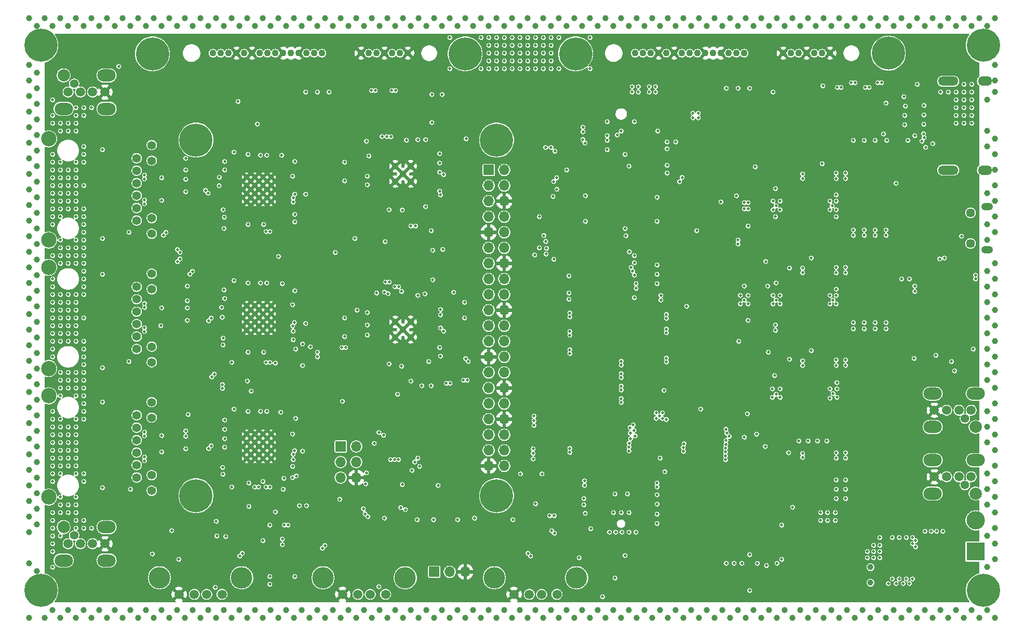
<source format=gbr>
%TF.GenerationSoftware,KiCad,Pcbnew,(5.1.5)-3*%
%TF.CreationDate,2020-11-13T11:58:20+01:00*%
%TF.ProjectId,RpiSecLab,52706953-6563-44c6-9162-2e6b69636164,rev?*%
%TF.SameCoordinates,Original*%
%TF.FileFunction,Copper,L2,Inr*%
%TF.FilePolarity,Positive*%
%FSLAX46Y46*%
G04 Gerber Fmt 4.6, Leading zero omitted, Abs format (unit mm)*
G04 Created by KiCad (PCBNEW (5.1.5)-3) date 2020-11-13 11:58:20*
%MOMM*%
%LPD*%
G04 APERTURE LIST*
%ADD10C,1.100000*%
%ADD11C,0.800000*%
%ADD12C,5.400000*%
%ADD13C,0.500000*%
%ADD14C,1.000000*%
%ADD15R,1.700000X1.700000*%
%ADD16O,1.700000X1.700000*%
%ADD17O,2.300000X1.500000*%
%ADD18O,3.300000X1.500000*%
%ADD19C,1.450000*%
%ADD20O,1.900000X1.200000*%
%ADD21C,1.400000*%
%ADD22C,2.500000*%
%ADD23C,1.500000*%
%ADD24C,2.000000*%
%ADD25O,3.000000X2.000000*%
%ADD26C,3.500000*%
%ADD27R,3.000000X3.000000*%
%ADD28C,3.000000*%
%ADD29C,0.150000*%
G04 APERTURE END LIST*
D10*
X87122000Y-55880000D03*
X85852000Y-55880000D03*
X84582000Y-55880000D03*
X83312000Y-55880000D03*
X82042000Y-55880000D03*
X80772000Y-55880000D03*
X79502000Y-55880000D03*
X73152000Y-55880000D03*
X71882000Y-55880000D03*
X70612000Y-55880000D03*
X69342000Y-55880000D03*
X68072000Y-55880000D03*
X66802000Y-55880000D03*
X65532000Y-55880000D03*
X64262000Y-55880000D03*
X62992000Y-55880000D03*
X61722000Y-55880000D03*
X60452000Y-55880000D03*
X59182000Y-55880000D03*
X57912000Y-55880000D03*
X56642000Y-55880000D03*
X55372000Y-55880000D03*
D11*
X166931891Y-54448109D03*
X165500000Y-53855000D03*
X164068109Y-54448109D03*
X163475000Y-55880000D03*
X164068109Y-57311891D03*
X165500000Y-57905000D03*
X166931891Y-57311891D03*
X167525000Y-55880000D03*
D12*
X165500000Y-55880000D03*
D11*
X115931891Y-54568109D03*
X114500000Y-53975000D03*
X113068109Y-54568109D03*
X112475000Y-56000000D03*
X113068109Y-57431891D03*
X114500000Y-58025000D03*
X115931891Y-57431891D03*
X116525000Y-56000000D03*
D12*
X114500000Y-56000000D03*
D11*
X97931891Y-54568109D03*
X96500000Y-53975000D03*
X95068109Y-54568109D03*
X94475000Y-56000000D03*
X95068109Y-57431891D03*
X96500000Y-58025000D03*
X97931891Y-57431891D03*
X98525000Y-56000000D03*
D12*
X96500000Y-56000000D03*
D11*
X46931891Y-54568109D03*
X45500000Y-53975000D03*
X44068109Y-54568109D03*
X43475000Y-56000000D03*
X44068109Y-57431891D03*
X45500000Y-58025000D03*
X46931891Y-57431891D03*
X47525000Y-56000000D03*
D12*
X45500000Y-56000000D03*
D13*
X64860000Y-76110000D03*
X64860000Y-77440000D03*
X64860000Y-78770000D03*
X64860000Y-80100000D03*
X63530000Y-76110000D03*
X63530000Y-77440000D03*
X63530000Y-78770000D03*
X63530000Y-80100000D03*
X62200000Y-76110000D03*
X62200000Y-77440000D03*
X62200000Y-78770000D03*
X62200000Y-80100000D03*
X60870000Y-76110000D03*
X60870000Y-77440000D03*
X60870000Y-78770000D03*
X60870000Y-80100000D03*
D12*
X27320000Y-54610000D03*
D11*
X29345000Y-54610000D03*
X28751891Y-56041891D03*
X27320000Y-56635000D03*
X25888109Y-56041891D03*
X25295000Y-54610000D03*
X25888109Y-53178109D03*
X27320000Y-52585000D03*
X28751891Y-53178109D03*
D12*
X27320000Y-143510000D03*
D11*
X29345000Y-143510000D03*
X28751891Y-144941891D03*
X27320000Y-145535000D03*
X25888109Y-144941891D03*
X25295000Y-143510000D03*
X25888109Y-142078109D03*
X27320000Y-141485000D03*
X28751891Y-142078109D03*
X182391891Y-53178109D03*
X180960000Y-52585000D03*
X179528109Y-53178109D03*
X178935000Y-54610000D03*
X179528109Y-56041891D03*
X180960000Y-56635000D03*
X182391891Y-56041891D03*
X182985000Y-54610000D03*
D12*
X180960000Y-54610000D03*
X180960000Y-143510000D03*
D11*
X182985000Y-143510000D03*
X182391891Y-144941891D03*
X180960000Y-145535000D03*
X179528109Y-144941891D03*
X178935000Y-143510000D03*
X179528109Y-142078109D03*
X180960000Y-141485000D03*
X182391891Y-142078109D03*
X103031891Y-68628109D03*
X101600000Y-68035000D03*
X100168109Y-68628109D03*
X99575000Y-70060000D03*
X100168109Y-71491891D03*
X101600000Y-72085000D03*
X103031891Y-71491891D03*
X103625000Y-70060000D03*
D12*
X101600000Y-70060000D03*
D11*
X103031891Y-126628109D03*
X101600000Y-126035000D03*
X100168109Y-126628109D03*
X99575000Y-128060000D03*
X100168109Y-129491891D03*
X101600000Y-130085000D03*
X103031891Y-129491891D03*
X103625000Y-128060000D03*
D12*
X101600000Y-128060000D03*
X52600000Y-128060000D03*
D11*
X54625000Y-128060000D03*
X54031891Y-129491891D03*
X52600000Y-130085000D03*
X51168109Y-129491891D03*
X50575000Y-128060000D03*
X51168109Y-126628109D03*
X52600000Y-126035000D03*
X54031891Y-126628109D03*
X54031891Y-68628109D03*
X52600000Y-68035000D03*
X51168109Y-68628109D03*
X50575000Y-70060000D03*
X51168109Y-71491891D03*
X52600000Y-72085000D03*
X54031891Y-71491891D03*
X54625000Y-70060000D03*
D12*
X52600000Y-70060000D03*
D13*
X60870000Y-122010000D03*
X60870000Y-120680000D03*
X60870000Y-119350000D03*
X60870000Y-118020000D03*
X62200000Y-122010000D03*
X62200000Y-120680000D03*
X62200000Y-119350000D03*
X62200000Y-118020000D03*
X63530000Y-122010000D03*
X63530000Y-120680000D03*
X63530000Y-119350000D03*
X63530000Y-118020000D03*
X64860000Y-122010000D03*
X64860000Y-120680000D03*
X64860000Y-119350000D03*
X64860000Y-118020000D03*
X60870000Y-101055000D03*
X60870000Y-99725000D03*
X60870000Y-98395000D03*
X60870000Y-97065000D03*
X62200000Y-101055000D03*
X62200000Y-99725000D03*
X62200000Y-98395000D03*
X62200000Y-97065000D03*
X63530000Y-101055000D03*
X63530000Y-99725000D03*
X63530000Y-98395000D03*
X63530000Y-97065000D03*
X64860000Y-101055000D03*
X64860000Y-99725000D03*
X64860000Y-98395000D03*
X64860000Y-97065000D03*
D14*
X86360000Y-75565000D03*
X87610000Y-76815000D03*
X85110000Y-76815000D03*
X87610000Y-74315000D03*
X85110000Y-74315000D03*
X85110000Y-99715000D03*
X87610000Y-99715000D03*
X85110000Y-102215000D03*
X87610000Y-102215000D03*
X86360000Y-100965000D03*
D15*
X100330000Y-74930000D03*
D16*
X102870000Y-74930000D03*
X100330000Y-77470000D03*
X102870000Y-77470000D03*
X100330000Y-80010000D03*
X102870000Y-80010000D03*
X100330000Y-82550000D03*
X102870000Y-82550000D03*
X100330000Y-85090000D03*
X102870000Y-85090000D03*
X100330000Y-87630000D03*
X102870000Y-87630000D03*
X100330000Y-90170000D03*
X102870000Y-90170000D03*
X100330000Y-92710000D03*
X102870000Y-92710000D03*
X100330000Y-95250000D03*
X102870000Y-95250000D03*
X100330000Y-97790000D03*
X102870000Y-97790000D03*
X100330000Y-100330000D03*
X102870000Y-100330000D03*
X100330000Y-102870000D03*
X102870000Y-102870000D03*
X100330000Y-105410000D03*
X102870000Y-105410000D03*
X100330000Y-107950000D03*
X102870000Y-107950000D03*
X100330000Y-110490000D03*
X102870000Y-110490000D03*
X100330000Y-113030000D03*
X102870000Y-113030000D03*
X100330000Y-115570000D03*
X102870000Y-115570000D03*
X100330000Y-118110000D03*
X102870000Y-118110000D03*
X100330000Y-120650000D03*
X102870000Y-120650000D03*
X100330000Y-123190000D03*
X102870000Y-123190000D03*
D17*
X181220000Y-60452000D03*
X181220000Y-74952000D03*
D18*
X175260000Y-60452000D03*
X175260000Y-74952000D03*
D19*
X178877500Y-86915000D03*
X178877500Y-81915000D03*
D20*
X181577500Y-87915000D03*
X181577500Y-80915000D03*
D15*
X76200000Y-120015000D03*
D16*
X78740000Y-120015000D03*
X76200000Y-122555000D03*
X78740000Y-122555000D03*
X76200000Y-125095000D03*
X78740000Y-125095000D03*
D15*
X91440000Y-140462000D03*
D16*
X93980000Y-140462000D03*
X96520000Y-140462000D03*
D21*
X45380000Y-70875000D03*
X45380000Y-73415000D03*
X45380000Y-85335000D03*
X45380000Y-82795000D03*
X42930000Y-83180000D03*
X42930000Y-81150000D03*
X42930000Y-79120000D03*
X42930000Y-73030000D03*
X42930000Y-75060000D03*
X42930000Y-77090000D03*
D22*
X28570000Y-86355000D03*
X28570000Y-69855000D03*
X28570000Y-111765000D03*
X28570000Y-128265000D03*
D21*
X42930000Y-119000000D03*
X42930000Y-116970000D03*
X42930000Y-114940000D03*
X42930000Y-121030000D03*
X42930000Y-123060000D03*
X42930000Y-125090000D03*
X45380000Y-124705000D03*
X45380000Y-127245000D03*
X45380000Y-115325000D03*
X45380000Y-112785000D03*
D22*
X28570000Y-90810000D03*
X28570000Y-107310000D03*
D21*
X42930000Y-98045000D03*
X42930000Y-96015000D03*
X42930000Y-93985000D03*
X42930000Y-100075000D03*
X42930000Y-102105000D03*
X42930000Y-104135000D03*
X45380000Y-103750000D03*
X45380000Y-106290000D03*
X45380000Y-94370000D03*
X45380000Y-91830000D03*
D23*
X31750000Y-135890000D03*
X33750000Y-135890000D03*
X35750000Y-135890000D03*
X37750000Y-135890000D03*
D21*
X32750000Y-134530000D03*
D24*
X31020000Y-133170000D03*
D25*
X31020000Y-138610000D03*
X38020000Y-133170000D03*
X38020000Y-138610000D03*
X38020000Y-64950000D03*
X38020000Y-59510000D03*
X31020000Y-64950000D03*
D24*
X31020000Y-59510000D03*
D21*
X32750000Y-60870000D03*
D23*
X37750000Y-62230000D03*
X35750000Y-62230000D03*
X33750000Y-62230000D03*
X31750000Y-62230000D03*
D25*
X172720000Y-122248000D03*
X172720000Y-127688000D03*
X179720000Y-122248000D03*
D24*
X179720000Y-127688000D03*
D21*
X177990000Y-126328000D03*
D23*
X172990000Y-124968000D03*
X174990000Y-124968000D03*
X176990000Y-124968000D03*
X178990000Y-124968000D03*
X178990000Y-114120000D03*
X176990000Y-114120000D03*
X174990000Y-114120000D03*
X172990000Y-114120000D03*
D21*
X177990000Y-115480000D03*
D24*
X179720000Y-116840000D03*
D25*
X179720000Y-111400000D03*
X172720000Y-116840000D03*
X172720000Y-111400000D03*
D10*
X124206000Y-55880000D03*
X125476000Y-55880000D03*
X126746000Y-55880000D03*
X128016000Y-55880000D03*
X129286000Y-55880000D03*
X130556000Y-55880000D03*
X131826000Y-55880000D03*
X133096000Y-55880000D03*
X134366000Y-55880000D03*
X135636000Y-55880000D03*
X136906000Y-55880000D03*
X138176000Y-55880000D03*
X139446000Y-55880000D03*
X140716000Y-55880000D03*
X141986000Y-55880000D03*
X148336000Y-55880000D03*
X149606000Y-55880000D03*
X150876000Y-55880000D03*
X152146000Y-55880000D03*
X153416000Y-55880000D03*
X154686000Y-55880000D03*
X155956000Y-55880000D03*
D26*
X60040000Y-141435000D03*
X46640000Y-141435000D03*
D23*
X49840000Y-144145000D03*
X52340000Y-144145000D03*
X54340000Y-144145000D03*
X56840000Y-144145000D03*
X83510000Y-144145000D03*
X81010000Y-144145000D03*
X79010000Y-144145000D03*
X76510000Y-144145000D03*
D26*
X73310000Y-141435000D03*
X86710000Y-141435000D03*
X114650000Y-141435000D03*
X101250000Y-141435000D03*
D23*
X104450000Y-144145000D03*
X106950000Y-144145000D03*
X108950000Y-144145000D03*
X111450000Y-144145000D03*
D27*
X179705000Y-137160000D03*
D28*
X179705000Y-132080000D03*
D13*
X156972000Y-125476000D03*
X158496000Y-125476000D03*
X156972000Y-127000000D03*
X158496000Y-127000000D03*
X156972000Y-128524000D03*
X158496000Y-128524000D03*
X165100000Y-99822000D03*
X163322000Y-99822000D03*
X161544000Y-99822000D03*
X159766000Y-99822000D03*
X159766000Y-100838000D03*
X161544000Y-100838000D03*
X163322000Y-100838000D03*
X165100000Y-100838000D03*
X159766000Y-84709000D03*
X161544000Y-84709000D03*
X163322000Y-84709000D03*
X165100000Y-84709000D03*
X165100000Y-85598000D03*
X163322000Y-85598000D03*
X161544000Y-85598000D03*
X159766000Y-85598000D03*
X163322000Y-70104000D03*
X161544000Y-70104000D03*
X159766000Y-70104000D03*
X120015000Y-133985000D03*
X121031000Y-133985000D03*
X122047000Y-133985000D03*
X123190000Y-133985000D03*
X124333000Y-133985000D03*
X127762000Y-131064000D03*
X127762000Y-132588000D03*
X145415000Y-120015000D03*
X120904000Y-141478000D03*
X64643000Y-142494000D03*
X48641000Y-133731000D03*
X116965834Y-133432998D03*
X116059617Y-130918617D03*
X94615000Y-94869000D03*
X96647000Y-69850000D03*
X49784000Y-138430000D03*
X154686000Y-73914000D03*
X152908000Y-89281000D03*
X152908000Y-104394000D03*
X169672000Y-105664000D03*
X166751000Y-77089000D03*
X123190000Y-130810000D03*
X121920000Y-130810000D03*
X120650000Y-130810000D03*
X86106000Y-93345000D03*
X80518000Y-61976000D03*
X82550000Y-61976000D03*
X83820000Y-61976000D03*
X85852000Y-61341000D03*
X121920000Y-107442000D03*
X121920000Y-105410000D03*
X121920000Y-109474000D03*
X121920000Y-111506000D03*
X121920000Y-113538000D03*
X119380000Y-107188000D03*
X119380000Y-109220000D03*
X119380000Y-105410000D03*
X129286000Y-106934000D03*
X129286000Y-104902000D03*
X113538000Y-105664000D03*
X113538000Y-103378000D03*
X129286000Y-102108000D03*
X129286000Y-99822000D03*
X113538000Y-102616000D03*
X113538000Y-100584000D03*
X129286000Y-97790000D03*
X113538000Y-99568000D03*
X113538000Y-97536000D03*
X156464000Y-61468000D03*
X158496000Y-61468000D03*
X158750000Y-60706000D03*
X160782000Y-60706000D03*
X161036000Y-61468000D03*
X163068000Y-61468000D03*
X163068000Y-60706000D03*
X165100000Y-60706000D03*
X84582000Y-92583000D03*
X82804000Y-93218000D03*
X94742000Y-109728000D03*
X92710000Y-109728000D03*
X95504000Y-109220000D03*
X97536000Y-109220000D03*
X97536000Y-106680000D03*
X96012000Y-105156000D03*
X77724000Y-103886000D03*
X75692000Y-103886000D03*
X54610000Y-109220000D03*
X56134000Y-107696000D03*
X56388000Y-109474000D03*
X52578000Y-90932000D03*
X51054000Y-92456000D03*
X49276000Y-90678000D03*
X50546000Y-88900000D03*
X49530000Y-87122000D03*
X46736000Y-86106000D03*
X48260000Y-84582000D03*
X53848000Y-120650000D03*
X56388000Y-118745000D03*
X61468000Y-126619000D03*
X63373000Y-127000000D03*
X66294000Y-132842000D03*
X68326000Y-132842000D03*
X59182000Y-138430000D03*
X60706000Y-136906000D03*
X72390000Y-136779000D03*
X107823000Y-137541000D03*
X107823000Y-138303000D03*
X113538000Y-121666000D03*
X113538000Y-119634000D03*
X55626000Y-98679000D03*
X53848000Y-99568000D03*
X172343580Y-63725989D03*
X172403652Y-65165991D03*
X172410348Y-66665991D03*
X172553173Y-68073375D03*
X168148000Y-69088000D03*
X176276000Y-89535000D03*
X177419000Y-87503000D03*
X177292000Y-83312000D03*
X158496000Y-122936000D03*
X156972000Y-122936000D03*
X158496000Y-108077000D03*
X156972000Y-108077000D03*
X158496000Y-92964000D03*
X156972000Y-92964000D03*
X156972000Y-77597000D03*
X158496000Y-77597000D03*
X52705000Y-82042000D03*
X73025000Y-77216000D03*
X73025000Y-98171000D03*
X69977000Y-126619000D03*
X53594000Y-77724000D03*
X88519000Y-125603000D03*
X92075000Y-124079000D03*
X97155000Y-117348000D03*
X97155000Y-119380000D03*
X97155000Y-121412000D03*
X97155000Y-123444000D03*
X97155000Y-125476000D03*
X97155000Y-127508000D03*
X44450000Y-117094000D03*
X44450000Y-118872000D03*
X44450000Y-121158000D03*
X44450000Y-122936000D03*
X44450000Y-100076000D03*
X44450000Y-101854000D03*
X44450000Y-97917000D03*
X44450000Y-96139000D03*
X44450000Y-81026000D03*
X44450000Y-79248000D03*
X44450000Y-76962000D03*
X44450000Y-75184000D03*
X79248000Y-107823000D03*
X76835000Y-100584000D03*
X138176000Y-79248000D03*
D14*
X127000000Y-59690000D03*
D13*
X80137000Y-82550000D03*
X149098000Y-95377000D03*
X124206000Y-125476000D03*
X124206000Y-127254000D03*
X144018000Y-108204000D03*
X145288000Y-115697000D03*
X144399000Y-123571000D03*
X136398000Y-82677000D03*
X136779000Y-109474000D03*
X122809000Y-141478000D03*
X109474000Y-138303000D03*
X81534000Y-138684000D03*
X83566000Y-138303000D03*
X68453000Y-142494000D03*
X54864000Y-138684000D03*
X56896000Y-138303000D03*
X32004000Y-144272000D03*
X48641000Y-135509000D03*
X31496000Y-53340000D03*
X35687000Y-57912000D03*
X113411000Y-94107000D03*
X92075000Y-71374000D03*
X93726000Y-70104000D03*
X92202000Y-96520000D03*
X93853000Y-95504000D03*
X95758000Y-93218000D03*
X96393000Y-93726000D03*
X124079000Y-68580000D03*
X132207000Y-68580000D03*
X131572000Y-71628000D03*
X61087000Y-113411000D03*
X56134000Y-113538000D03*
X109204510Y-132652445D03*
X144214010Y-93091000D03*
X138106990Y-107461465D03*
X95885000Y-63881000D03*
X94488000Y-69469000D03*
X175895000Y-119380000D03*
X169545000Y-118745000D03*
X60579000Y-71882000D03*
X54991000Y-72771000D03*
X60706000Y-92710000D03*
X54991000Y-93726000D03*
X69850000Y-112776000D03*
X172329807Y-71130965D03*
X42545000Y-141605000D03*
D14*
X76200000Y-55880000D03*
D13*
X83693000Y-125095000D03*
X52705000Y-103505000D03*
X52705000Y-124460000D03*
X151765000Y-93345000D03*
X151765000Y-95885000D03*
X151765000Y-97155000D03*
X151765000Y-98425000D03*
X155194000Y-93091000D03*
X153924000Y-93091000D03*
X152654000Y-93091000D03*
X150495000Y-97790000D03*
X150495000Y-96520000D03*
X150495000Y-95250000D03*
X151765000Y-78105000D03*
X151765000Y-79375000D03*
X151765000Y-80645000D03*
X151765000Y-81915000D03*
X151765000Y-83185000D03*
X150495000Y-81280000D03*
X150495000Y-80010000D03*
X150495000Y-78740000D03*
X152654000Y-77724000D03*
X153924000Y-77724000D03*
X151765000Y-108585000D03*
X151765000Y-111125000D03*
X151765000Y-112395000D03*
X151765000Y-113665000D03*
X150495000Y-113030000D03*
X150495000Y-111760000D03*
X150495000Y-110490000D03*
X152654000Y-108331000D03*
X153924000Y-108331000D03*
X155194000Y-108331000D03*
X151765000Y-123825000D03*
X151765000Y-125095000D03*
X151765000Y-126365000D03*
X151765000Y-127635000D03*
X151765000Y-128905000D03*
X150495000Y-128270000D03*
X150495000Y-127000000D03*
X150495000Y-125730000D03*
X150495000Y-124460000D03*
X152654000Y-123444000D03*
X153924000Y-123444000D03*
X155194000Y-123444000D03*
X41910000Y-64770000D03*
X43180000Y-64770000D03*
X44450000Y-64770000D03*
X44450000Y-66040000D03*
X43180000Y-66040000D03*
X41910000Y-66040000D03*
X39370000Y-68580000D03*
X41910000Y-68580000D03*
X43180000Y-68580000D03*
X44450000Y-68580000D03*
X45720000Y-68580000D03*
X44450000Y-69850000D03*
X43180000Y-69850000D03*
X41910000Y-69850000D03*
X39370000Y-69850000D03*
X44450000Y-72390000D03*
X44450000Y-83820000D03*
X44450000Y-86360000D03*
X43180000Y-86360000D03*
X39370000Y-87630000D03*
X41910000Y-87630000D03*
X43180000Y-87630000D03*
X44450000Y-87630000D03*
X45720000Y-87630000D03*
X39370000Y-88900000D03*
X41910000Y-88900000D03*
X43180000Y-88900000D03*
X44450000Y-88900000D03*
X45720000Y-88900000D03*
X45720000Y-90170000D03*
X44450000Y-90170000D03*
X43180000Y-90170000D03*
X41910000Y-90170000D03*
X39370000Y-90170000D03*
X44450000Y-92710000D03*
X41910000Y-92710000D03*
X39370000Y-107950000D03*
X41910000Y-107950000D03*
X43180000Y-107950000D03*
X44450000Y-107950000D03*
X45720000Y-107950000D03*
X43180000Y-105410000D03*
X41910000Y-105410000D03*
X44450000Y-105410000D03*
X45720000Y-109220000D03*
X44450000Y-109220000D03*
X43180000Y-109220000D03*
X41910000Y-109220000D03*
X39370000Y-109220000D03*
X39370000Y-110490000D03*
X41910000Y-110490000D03*
X43180000Y-110490000D03*
X44450000Y-110490000D03*
X45720000Y-110490000D03*
X44450000Y-111760000D03*
X43180000Y-111760000D03*
X41910000Y-111760000D03*
X39370000Y-111760000D03*
X44450000Y-114300000D03*
X41910000Y-114300000D03*
X44450000Y-125730000D03*
X44450000Y-129540000D03*
X43180000Y-129540000D03*
X41910000Y-129540000D03*
X39370000Y-129540000D03*
X43180000Y-127000000D03*
X41910000Y-130810000D03*
X41910000Y-132080000D03*
X41910000Y-133350000D03*
X41910000Y-138430000D03*
X43180000Y-140970000D03*
X41910000Y-140970000D03*
X46990000Y-62230000D03*
X48260000Y-62230000D03*
X49530000Y-62230000D03*
X50800000Y-62230000D03*
X52070000Y-62230000D03*
X53340000Y-62230000D03*
X54610000Y-62230000D03*
X55880000Y-62230000D03*
X57150000Y-62230000D03*
X57150000Y-63500000D03*
X55880000Y-63500000D03*
X54610000Y-63500000D03*
X53340000Y-63500000D03*
X52070000Y-63500000D03*
X50800000Y-63500000D03*
X49530000Y-63500000D03*
X48260000Y-63500000D03*
X49530000Y-64770000D03*
X50800000Y-64770000D03*
X52070000Y-64770000D03*
X53340000Y-64770000D03*
X54610000Y-64770000D03*
X55880000Y-64770000D03*
X57150000Y-64770000D03*
X57150000Y-66040000D03*
X55880000Y-66040000D03*
X54610000Y-66040000D03*
X53340000Y-66040000D03*
X52070000Y-66040000D03*
X50800000Y-66040000D03*
X57150000Y-68580000D03*
X58420000Y-68580000D03*
X58420000Y-69850000D03*
X57150000Y-69850000D03*
X55880000Y-68580000D03*
X55880000Y-71120000D03*
X52070000Y-105410000D03*
X53340000Y-105410000D03*
X54610000Y-105410000D03*
X55880000Y-105410000D03*
X57150000Y-105410000D03*
X52070000Y-106680000D03*
X53340000Y-106680000D03*
X53340000Y-107950000D03*
X52070000Y-107950000D03*
X52070000Y-110490000D03*
X53340000Y-110490000D03*
X53340000Y-111760000D03*
X52070000Y-111760000D03*
X52070000Y-113030000D03*
X53340000Y-113030000D03*
X54610000Y-113030000D03*
X54610000Y-114300000D03*
X53340000Y-114300000D03*
X54610000Y-115570000D03*
X50800000Y-132080000D03*
X49530000Y-132080000D03*
X48260000Y-132080000D03*
X48260000Y-130810000D03*
X49530000Y-130810000D03*
X50800000Y-130810000D03*
X54610000Y-130810000D03*
X55880000Y-130810000D03*
X59690000Y-64770000D03*
X59690000Y-66040000D03*
X60960000Y-64770000D03*
X62230000Y-64770000D03*
X63500000Y-64770000D03*
X64770000Y-64770000D03*
X66040000Y-64770000D03*
X67310000Y-64770000D03*
X68580000Y-64770000D03*
X69850000Y-64770000D03*
X71120000Y-64770000D03*
X71120000Y-66040000D03*
X69850000Y-66040000D03*
X68580000Y-66040000D03*
X67310000Y-66040000D03*
X66040000Y-66040000D03*
X64770000Y-66040000D03*
X63500000Y-66040000D03*
X62230000Y-66040000D03*
X60960000Y-66040000D03*
X60960000Y-67310000D03*
X63500000Y-67310000D03*
X64770000Y-67310000D03*
X66040000Y-67310000D03*
X67310000Y-67310000D03*
X68580000Y-67310000D03*
X69850000Y-67310000D03*
X71120000Y-67310000D03*
X72390000Y-67310000D03*
X72390000Y-66040000D03*
X73660000Y-67310000D03*
X74930000Y-68580000D03*
X73660000Y-68580000D03*
X72390000Y-68580000D03*
X71120000Y-68580000D03*
X69850000Y-68580000D03*
X68580000Y-68580000D03*
X67310000Y-68580000D03*
X66040000Y-68580000D03*
X64770000Y-68580000D03*
X64770000Y-69850000D03*
X66040000Y-69850000D03*
X67310000Y-69850000D03*
X68580000Y-69850000D03*
X69850000Y-69850000D03*
X71120000Y-69850000D03*
X72390000Y-69850000D03*
X73660000Y-69850000D03*
X74930000Y-69850000D03*
X76200000Y-69850000D03*
X76200000Y-71120000D03*
X74930000Y-71120000D03*
X73660000Y-71120000D03*
X72390000Y-71120000D03*
X73660000Y-72390000D03*
X73660000Y-73660000D03*
X74930000Y-73660000D03*
X74930000Y-72390000D03*
X76200000Y-72390000D03*
X69850000Y-71120000D03*
X67310000Y-71120000D03*
X66040000Y-71120000D03*
X64770000Y-71120000D03*
X60960000Y-71120000D03*
X60960000Y-69850000D03*
X60960000Y-68580000D03*
X67310000Y-62230000D03*
X68580000Y-62230000D03*
X76200000Y-62230000D03*
X77470000Y-62230000D03*
X77470000Y-63500000D03*
X76200000Y-63500000D03*
X74930000Y-63500000D03*
X73660000Y-63500000D03*
X72390000Y-63500000D03*
X73660000Y-64770000D03*
X74930000Y-64770000D03*
X76200000Y-64770000D03*
X77470000Y-64770000D03*
X76200000Y-66040000D03*
X76200000Y-67310000D03*
X74930000Y-66040000D03*
X74930000Y-74930000D03*
X74930000Y-76200000D03*
X74930000Y-77470000D03*
X76200000Y-77470000D03*
X76200000Y-76200000D03*
X76200000Y-74930000D03*
X74930000Y-78740000D03*
X76200000Y-78740000D03*
X76200000Y-80010000D03*
X74930000Y-80010000D03*
X74930000Y-81280000D03*
X73660000Y-82550000D03*
X72390000Y-82550000D03*
X71120000Y-82550000D03*
X71120000Y-83820000D03*
X72390000Y-83820000D03*
X73660000Y-83820000D03*
X73660000Y-85090000D03*
X73660000Y-86360000D03*
X73660000Y-87630000D03*
X71120000Y-87630000D03*
X71120000Y-86360000D03*
X71120000Y-85090000D03*
X72390000Y-85090000D03*
X72390000Y-86360000D03*
X72390000Y-87630000D03*
X74930000Y-90170000D03*
X73660000Y-88900000D03*
X76200000Y-91440000D03*
X77470000Y-92710000D03*
X77470000Y-91440000D03*
X77470000Y-90170000D03*
X76200000Y-90170000D03*
X80010000Y-90170000D03*
X80010000Y-91440000D03*
X80010000Y-92710000D03*
X81280000Y-92710000D03*
X81280000Y-91440000D03*
X81280000Y-90170000D03*
X80010000Y-88900000D03*
X81280000Y-88900000D03*
X82550000Y-88900000D03*
X81280000Y-87630000D03*
X80010000Y-87630000D03*
X77470000Y-93980000D03*
X77470000Y-95250000D03*
X77470000Y-96520000D03*
X77470000Y-97790000D03*
X80010000Y-96520000D03*
X80010000Y-104140000D03*
X78740000Y-104140000D03*
X81280000Y-114300000D03*
X80010000Y-114300000D03*
X82550000Y-114300000D03*
X81280000Y-128270000D03*
X81280000Y-129540000D03*
X86360000Y-127000000D03*
X77470000Y-142240000D03*
X50800000Y-60960000D03*
X52070000Y-60960000D03*
X53340000Y-60960000D03*
X54610000Y-60960000D03*
X54610000Y-59690000D03*
X53340000Y-59690000D03*
X52070000Y-59690000D03*
X50800000Y-59690000D03*
X49530000Y-60960000D03*
X48260000Y-60960000D03*
X46990000Y-60960000D03*
X45720000Y-60960000D03*
X50800000Y-58420000D03*
X52070000Y-58420000D03*
X53340000Y-58420000D03*
X54610000Y-58420000D03*
X54610000Y-57150000D03*
X53340000Y-57150000D03*
X53340000Y-54610000D03*
X54610000Y-54610000D03*
X55880000Y-54610000D03*
X57150000Y-54610000D03*
X58420000Y-54610000D03*
X59690000Y-54610000D03*
X60960000Y-54610000D03*
X62230000Y-54610000D03*
X63500000Y-54610000D03*
X64770000Y-54610000D03*
X66040000Y-54610000D03*
X67310000Y-54610000D03*
X68580000Y-54610000D03*
X69850000Y-54610000D03*
X71120000Y-54610000D03*
X72390000Y-54610000D03*
X58420000Y-57150000D03*
X59690000Y-57150000D03*
X60960000Y-57150000D03*
X62230000Y-57150000D03*
X58420000Y-58420000D03*
X59690000Y-58420000D03*
X60960000Y-58420000D03*
X62230000Y-58420000D03*
X58420000Y-60960000D03*
X58420000Y-63500000D03*
X58420000Y-64770000D03*
X58420000Y-66040000D03*
X66040000Y-62230000D03*
X73660000Y-54610000D03*
X74930000Y-54610000D03*
X76200000Y-54610000D03*
X77470000Y-54610000D03*
X77470000Y-55880000D03*
X74930000Y-55880000D03*
X78740000Y-54610000D03*
X80010000Y-54610000D03*
X81280000Y-54610000D03*
X82550000Y-54610000D03*
X83820000Y-54610000D03*
X85090000Y-54610000D03*
X86360000Y-54610000D03*
X87630000Y-54610000D03*
X88900000Y-54610000D03*
X88900000Y-55880000D03*
X78740000Y-63500000D03*
X78740000Y-66040000D03*
X80010000Y-66040000D03*
X80010000Y-67310000D03*
X78740000Y-67310000D03*
X119380000Y-54610000D03*
X121920000Y-54610000D03*
X123190000Y-54610000D03*
X124460000Y-54610000D03*
X125730000Y-54610000D03*
X127000000Y-54610000D03*
X128270000Y-54610000D03*
X129540000Y-54610000D03*
X130810000Y-54610000D03*
X132080000Y-54610000D03*
X133350000Y-54610000D03*
X134620000Y-54610000D03*
X135890000Y-54610000D03*
X137160000Y-54610000D03*
X138430000Y-54610000D03*
X139700000Y-54610000D03*
X140970000Y-54610000D03*
X142240000Y-54610000D03*
X143510000Y-54610000D03*
X143510000Y-55880000D03*
X144780000Y-55880000D03*
X146050000Y-55880000D03*
X146050000Y-54610000D03*
X144780000Y-54610000D03*
X147320000Y-54610000D03*
X148590000Y-54610000D03*
X149860000Y-54610000D03*
X151130000Y-54610000D03*
X152400000Y-54610000D03*
X153670000Y-54610000D03*
X154940000Y-54610000D03*
X156210000Y-54610000D03*
X157480000Y-54610000D03*
X157480000Y-55880000D03*
X157480000Y-57150000D03*
X161290000Y-54610000D03*
X161290000Y-55880000D03*
X161290000Y-57150000D03*
X161290000Y-58420000D03*
X160020000Y-58420000D03*
X158750000Y-58420000D03*
X157480000Y-58420000D03*
X170180000Y-54610000D03*
X171450000Y-54610000D03*
X172720000Y-54610000D03*
X172720000Y-57150000D03*
X171450000Y-57150000D03*
X171450000Y-55880000D03*
X172720000Y-55880000D03*
X170180000Y-55880000D03*
X170180000Y-57150000D03*
X170180000Y-58420000D03*
X170180000Y-59690000D03*
X170180000Y-60960000D03*
X171450000Y-60960000D03*
X171450000Y-59690000D03*
X171450000Y-58420000D03*
X168910000Y-60960000D03*
X167640000Y-60960000D03*
X166370000Y-60960000D03*
X167640000Y-62230000D03*
X168910000Y-62230000D03*
X170180000Y-62230000D03*
X171450000Y-62230000D03*
X166370000Y-62230000D03*
X171450000Y-76200000D03*
X171450000Y-74930000D03*
X170180000Y-74930000D03*
X170180000Y-76200000D03*
X170180000Y-77470000D03*
X171450000Y-77470000D03*
X171450000Y-80010000D03*
X170180000Y-80010000D03*
X168910000Y-80010000D03*
X167640000Y-80010000D03*
X167640000Y-81280000D03*
X168910000Y-81280000D03*
X170180000Y-81280000D03*
X171450000Y-81280000D03*
X171450000Y-82550000D03*
X170180000Y-82550000D03*
X168910000Y-82550000D03*
X167640000Y-82550000D03*
X167640000Y-83820000D03*
X168910000Y-83820000D03*
X170180000Y-83820000D03*
X171450000Y-83820000D03*
X171450000Y-85090000D03*
X170180000Y-85090000D03*
X168910000Y-85090000D03*
X167640000Y-85090000D03*
X167640000Y-86360000D03*
X168910000Y-86360000D03*
X170180000Y-86360000D03*
X171450000Y-86360000D03*
X171450000Y-87630000D03*
X170180000Y-87630000D03*
X168910000Y-87630000D03*
X167640000Y-87630000D03*
X167640000Y-88900000D03*
X168910000Y-88900000D03*
X170180000Y-88900000D03*
X168910000Y-90170000D03*
X167640000Y-90170000D03*
X172720000Y-80010000D03*
X172720000Y-81280000D03*
X173990000Y-81280000D03*
X173990000Y-80010000D03*
X175260000Y-80010000D03*
X175260000Y-81280000D03*
X176530000Y-81280000D03*
X176530000Y-80010000D03*
X176530000Y-78740000D03*
X175260000Y-78740000D03*
X173990000Y-78740000D03*
X172720000Y-78740000D03*
X171450000Y-78740000D03*
X170180000Y-78740000D03*
X168910000Y-78740000D03*
X167640000Y-78740000D03*
X167640000Y-95250000D03*
X168910000Y-95250000D03*
X168910000Y-96520000D03*
X167640000Y-96520000D03*
X167640000Y-97790000D03*
X168910000Y-97790000D03*
X170180000Y-97790000D03*
X170180000Y-96520000D03*
X170180000Y-99060000D03*
X170180000Y-100330000D03*
X168910000Y-100330000D03*
X168910000Y-99060000D03*
X167640000Y-99060000D03*
X167640000Y-100330000D03*
X167640000Y-101600000D03*
X167640000Y-102870000D03*
X167640000Y-104140000D03*
X167640000Y-105410000D03*
X167640000Y-106680000D03*
X167640000Y-107950000D03*
X167640000Y-109220000D03*
X167640000Y-110490000D03*
X168910000Y-109220000D03*
X168910000Y-107950000D03*
X168910000Y-106680000D03*
X170180000Y-106680000D03*
X170180000Y-107950000D03*
X171450000Y-105410000D03*
X134620000Y-124460000D03*
X135890000Y-125730000D03*
X137160000Y-127000000D03*
X138430000Y-128270000D03*
X139700000Y-129540000D03*
X140970000Y-129540000D03*
X142240000Y-129540000D03*
X143510000Y-129540000D03*
X144780000Y-129540000D03*
X146050000Y-129540000D03*
X147320000Y-129540000D03*
X147320000Y-128270000D03*
X146050000Y-128270000D03*
X144780000Y-128270000D03*
X143510000Y-128270000D03*
X142240000Y-128270000D03*
X140970000Y-128270000D03*
X139700000Y-128270000D03*
X138430000Y-127000000D03*
X139700000Y-127000000D03*
X140970000Y-127000000D03*
X142240000Y-127000000D03*
X143510000Y-127000000D03*
X144780000Y-127000000D03*
X146050000Y-127000000D03*
X144780000Y-125730000D03*
X143510000Y-125730000D03*
X142240000Y-125730000D03*
X140970000Y-125730000D03*
X139700000Y-125730000D03*
X138430000Y-125730000D03*
X137160000Y-125730000D03*
X135890000Y-124460000D03*
X137160000Y-124460000D03*
X138430000Y-124460000D03*
X139700000Y-124460000D03*
X140970000Y-124460000D03*
X142240000Y-124460000D03*
X143510000Y-124460000D03*
X144780000Y-124460000D03*
X137160000Y-121920000D03*
X135890000Y-121920000D03*
X134620000Y-121920000D03*
X133350000Y-121920000D03*
X132080000Y-121920000D03*
X133350000Y-120650000D03*
X134620000Y-120650000D03*
X135890000Y-120650000D03*
X133350000Y-128270000D03*
X132080000Y-128270000D03*
X132080000Y-129540000D03*
X133350000Y-129540000D03*
X132080000Y-127000000D03*
X134620000Y-129540000D03*
X132080000Y-139700000D03*
X133350000Y-139700000D03*
X134620000Y-139700000D03*
X134620000Y-140970000D03*
X132080000Y-140970000D03*
X133350000Y-140970000D03*
X132080000Y-142240000D03*
X133350000Y-142240000D03*
X134620000Y-142240000D03*
X135890000Y-142240000D03*
X135890000Y-140970000D03*
X137160000Y-140970000D03*
X137160000Y-142240000D03*
X137160000Y-139700000D03*
X135890000Y-139700000D03*
X137160000Y-143510000D03*
X135890000Y-143510000D03*
X134620000Y-143510000D03*
X133350000Y-143510000D03*
X132080000Y-143510000D03*
X129540000Y-138430000D03*
X128270000Y-138430000D03*
X127000000Y-138430000D03*
X125730000Y-138430000D03*
X125730000Y-139700000D03*
X127000000Y-139700000D03*
X128270000Y-139700000D03*
X129540000Y-139700000D03*
X129540000Y-140970000D03*
X129540000Y-142240000D03*
X128270000Y-142240000D03*
X128270000Y-140970000D03*
X127000000Y-140970000D03*
X127000000Y-142240000D03*
X125730000Y-142240000D03*
X125730000Y-140970000D03*
X125730000Y-143510000D03*
X127000000Y-143510000D03*
X128270000Y-143510000D03*
X129540000Y-143510000D03*
X110490000Y-124460000D03*
X109220000Y-125730000D03*
X114300000Y-127000000D03*
X113030000Y-130810000D03*
X111760000Y-130810000D03*
X105410000Y-129540000D03*
X105410000Y-128270000D03*
X105410000Y-127000000D03*
X105410000Y-125730000D03*
X104140000Y-125730000D03*
X97790000Y-128270000D03*
X97790000Y-129540000D03*
X95250000Y-129540000D03*
X93980000Y-129540000D03*
X92710000Y-129540000D03*
X91440000Y-129540000D03*
X90170000Y-129540000D03*
X91440000Y-128270000D03*
X92710000Y-128270000D03*
X92710000Y-127000000D03*
X114300000Y-111760000D03*
X114300000Y-110490000D03*
X114300000Y-109220000D03*
X114300000Y-107950000D03*
X114300000Y-106680000D03*
X113030000Y-107950000D03*
X113030000Y-109220000D03*
X113030000Y-110490000D03*
X113030000Y-111760000D03*
X111760000Y-111760000D03*
X111760000Y-110490000D03*
X111760000Y-109220000D03*
X111760000Y-107950000D03*
X110490000Y-107950000D03*
X110490000Y-109220000D03*
X110490000Y-110490000D03*
X110490000Y-111760000D03*
X109220000Y-110490000D03*
X109220000Y-109220000D03*
X109220000Y-107950000D03*
X107950000Y-107950000D03*
X107950000Y-109220000D03*
X106680000Y-109220000D03*
X106680000Y-107950000D03*
X105410000Y-107950000D03*
X105410000Y-106680000D03*
X105410000Y-105410000D03*
X105410000Y-104140000D03*
X106680000Y-104140000D03*
X106680000Y-105410000D03*
X106680000Y-106680000D03*
X110490000Y-106680000D03*
X110490000Y-105410000D03*
X110490000Y-104140000D03*
X110490000Y-102870000D03*
X110490000Y-101600000D03*
X110490000Y-100330000D03*
X110490000Y-99060000D03*
X110490000Y-93980000D03*
X110490000Y-92710000D03*
X110490000Y-91440000D03*
X106680000Y-93980000D03*
X106680000Y-95250000D03*
X106680000Y-97790000D03*
X105410000Y-97790000D03*
X105410000Y-95250000D03*
X105410000Y-93980000D03*
X106680000Y-92710000D03*
X105410000Y-90170000D03*
X110490000Y-83820000D03*
X110490000Y-85090000D03*
X109220000Y-83820000D03*
X114300000Y-83820000D03*
X114300000Y-85090000D03*
X115570000Y-85090000D03*
X114300000Y-87630000D03*
X115570000Y-87630000D03*
X114300000Y-82550000D03*
X115570000Y-82550000D03*
X114300000Y-81280000D03*
X115570000Y-81280000D03*
X116840000Y-81280000D03*
X118110000Y-81280000D03*
X119380000Y-81280000D03*
X114300000Y-80010000D03*
X115570000Y-80010000D03*
X114300000Y-78740000D03*
X119380000Y-77470000D03*
X119380000Y-76200000D03*
X119380000Y-74930000D03*
X109220000Y-80010000D03*
X107950000Y-80010000D03*
X106680000Y-80010000D03*
X105410000Y-80010000D03*
X105410000Y-77470000D03*
X106680000Y-77470000D03*
X107950000Y-77470000D03*
X107950000Y-76200000D03*
X106680000Y-76200000D03*
X105410000Y-76200000D03*
X107950000Y-74930000D03*
X107950000Y-73660000D03*
X107950000Y-72390000D03*
X107950000Y-71120000D03*
X106680000Y-71120000D03*
X106680000Y-72390000D03*
X106680000Y-69850000D03*
X107950000Y-69850000D03*
X109220000Y-69850000D03*
X106680000Y-68580000D03*
X107950000Y-68580000D03*
X109220000Y-68580000D03*
X110490000Y-68580000D03*
X111760000Y-68580000D03*
X113030000Y-68580000D03*
X113030000Y-67310000D03*
X111760000Y-67310000D03*
X110490000Y-67310000D03*
X109220000Y-67310000D03*
X107950000Y-67310000D03*
X106680000Y-67310000D03*
X104140000Y-67310000D03*
X114300000Y-67310000D03*
X120650000Y-67310000D03*
X121920000Y-67310000D03*
X123190000Y-67310000D03*
X123190000Y-68580000D03*
X123190000Y-69850000D03*
X124460000Y-69850000D03*
X124460000Y-71120000D03*
X123190000Y-71120000D03*
X124460000Y-72390000D03*
X124460000Y-73660000D03*
X124460000Y-74930000D03*
X124460000Y-76200000D03*
X123190000Y-76200000D03*
X123190000Y-77470000D03*
X124460000Y-77470000D03*
X123190000Y-78740000D03*
X123190000Y-80010000D03*
X124460000Y-80010000D03*
X125730000Y-81280000D03*
X127000000Y-81280000D03*
X128270000Y-81280000D03*
X128270000Y-78740000D03*
X128270000Y-77470000D03*
X128270000Y-76200000D03*
X123190000Y-81280000D03*
X124460000Y-81280000D03*
X123190000Y-82550000D03*
X124460000Y-82550000D03*
X128270000Y-82550000D03*
X123190000Y-83820000D03*
X124460000Y-85090000D03*
X124460000Y-86360000D03*
X124460000Y-87630000D03*
X119380000Y-86360000D03*
X120650000Y-86360000D03*
X119380000Y-88900000D03*
X120650000Y-88900000D03*
X119380000Y-92710000D03*
X120650000Y-92710000D03*
X120650000Y-93980000D03*
X120650000Y-95250000D03*
X119380000Y-95250000D03*
X119380000Y-93980000D03*
X128270000Y-88900000D03*
X128270000Y-87630000D03*
X120650000Y-113030000D03*
X115570000Y-111760000D03*
X109220000Y-116840000D03*
X114300000Y-116840000D03*
X115570000Y-116840000D03*
X149860000Y-139700000D03*
X151130000Y-139700000D03*
X152400000Y-139700000D03*
X153670000Y-139700000D03*
X154940000Y-139700000D03*
X154940000Y-140970000D03*
X153670000Y-140970000D03*
X152400000Y-140970000D03*
X151130000Y-140970000D03*
X149860000Y-140970000D03*
X149860000Y-142240000D03*
X151130000Y-142240000D03*
X152400000Y-142240000D03*
X153670000Y-142240000D03*
X153670000Y-143510000D03*
X152400000Y-143510000D03*
X151130000Y-143510000D03*
X149860000Y-143510000D03*
X154940000Y-143510000D03*
X154940000Y-142240000D03*
X156210000Y-143510000D03*
X157480000Y-143510000D03*
X91440000Y-58420000D03*
X176530000Y-69850000D03*
X176530000Y-71120000D03*
X176530000Y-72390000D03*
X140970000Y-82550000D03*
X142240000Y-82550000D03*
X142240000Y-85090000D03*
X140970000Y-85090000D03*
X140970000Y-88900000D03*
X146050000Y-88900000D03*
X146050000Y-87630000D03*
X146050000Y-85090000D03*
X147320000Y-85090000D03*
X147320000Y-87630000D03*
X147320000Y-88900000D03*
X147320000Y-102870000D03*
X146050000Y-102870000D03*
X143510000Y-102870000D03*
X142240000Y-102870000D03*
X142240000Y-101600000D03*
X143510000Y-101600000D03*
X140970000Y-97790000D03*
X142240000Y-97790000D03*
X147320000Y-114300000D03*
X146050000Y-116840000D03*
X144780000Y-116840000D03*
X143510000Y-116840000D03*
X146050000Y-118110000D03*
X147320000Y-118110000D03*
X154940000Y-138430000D03*
X153670000Y-138430000D03*
X152400000Y-138430000D03*
X151130000Y-138430000D03*
X149860000Y-138430000D03*
X111760000Y-72390000D03*
X111760000Y-73660000D03*
X111760000Y-74930000D03*
X115570000Y-72390000D03*
X115570000Y-73660000D03*
X61595000Y-92710000D03*
X63500000Y-92710000D03*
X72390000Y-103505000D03*
X73025000Y-93980000D03*
X68580000Y-86995000D03*
X68580000Y-85725000D03*
X115824000Y-129540000D03*
X115824000Y-128524000D03*
X68326000Y-75946000D03*
X68707000Y-73533000D03*
X63119000Y-72517000D03*
X61087000Y-72390000D03*
X68707000Y-82169000D03*
X68326000Y-96901000D03*
X68707000Y-94615000D03*
X66675000Y-93472000D03*
X63119000Y-93345000D03*
X61087000Y-93345000D03*
X63119000Y-114300000D03*
X61214000Y-129794000D03*
X60960000Y-109347000D03*
X61087000Y-114300000D03*
X66421000Y-114427000D03*
X68834000Y-115443000D03*
X68326000Y-117983000D03*
X65532000Y-130683000D03*
X76454000Y-112649000D03*
X85471000Y-111506000D03*
X86106000Y-106934000D03*
X80518000Y-100203000D03*
X88773000Y-95377000D03*
X89408000Y-110109000D03*
X90932000Y-110109000D03*
X87630000Y-109347000D03*
X76835000Y-99060000D03*
X76835000Y-102108000D03*
X88773000Y-69977000D03*
X86235010Y-81460454D03*
X90932000Y-84836000D03*
X88392000Y-84074000D03*
X87630000Y-84074000D03*
X80518000Y-75946000D03*
X76835000Y-73660000D03*
X76835000Y-76708000D03*
X78486000Y-86106000D03*
X75311000Y-88392000D03*
X83439000Y-86614000D03*
X127635000Y-114554000D03*
X128651000Y-114554000D03*
X128651000Y-115443000D03*
X127635000Y-115443000D03*
X128143000Y-115062000D03*
X127762000Y-127889000D03*
X127762000Y-129413000D03*
X59436000Y-63754000D03*
X124714000Y-61341000D03*
X124714000Y-62230000D03*
X123698000Y-62230000D03*
X123698000Y-61341000D03*
X126492000Y-61341000D03*
X127508000Y-61341000D03*
X127508000Y-62230000D03*
X126492000Y-62230000D03*
X154813016Y-61214000D03*
X116078000Y-79121000D03*
X127762000Y-79375000D03*
X116078000Y-83312000D03*
X127762000Y-83312000D03*
X113411000Y-92202000D03*
X119634000Y-71628000D03*
X119634000Y-70104000D03*
X119634000Y-69342000D03*
X119634000Y-67056000D03*
X124079000Y-67056000D03*
X142875000Y-137668000D03*
X92710000Y-62611000D03*
X91059000Y-62611000D03*
X62611000Y-67437000D03*
X92837000Y-87884000D03*
X91186000Y-88011000D03*
X66548477Y-72532010D03*
X61595000Y-110998000D03*
X68355457Y-123258102D03*
X68453000Y-102616000D03*
X142875000Y-61595000D03*
X140970000Y-61595000D03*
X139065000Y-61595000D03*
X74295000Y-62230000D03*
X72390000Y-62230000D03*
X70485000Y-62230000D03*
X66040000Y-89027000D03*
X142875000Y-143510000D03*
X37338000Y-71628000D03*
X37338000Y-86106000D03*
X37338000Y-91948000D03*
X37338000Y-107188000D03*
X37338000Y-112776000D03*
X37338000Y-126746000D03*
X141351000Y-95377000D03*
X141351000Y-96774000D03*
X142621000Y-96774000D03*
X142621000Y-95377000D03*
X141986000Y-96139000D03*
X127762000Y-126619000D03*
X127762000Y-125984000D03*
X115951000Y-125603000D03*
X115951000Y-126365000D03*
X141986000Y-93853000D03*
X145796000Y-93853000D03*
X168656000Y-70104000D03*
X120904000Y-127762000D03*
X122936000Y-127762000D03*
X128905000Y-110871000D03*
X129279885Y-115618810D03*
X129032000Y-124150010D03*
X127889000Y-68580000D03*
D14*
X25400000Y-50165000D03*
X27940000Y-50165000D03*
X33020000Y-50165000D03*
X26670000Y-51435000D03*
X34290000Y-51435000D03*
X35560000Y-50165000D03*
X36830000Y-51435000D03*
X38100000Y-50165000D03*
X39370000Y-51435000D03*
X40640000Y-50165000D03*
X41910000Y-51435000D03*
X43180000Y-50165000D03*
X44450000Y-51435000D03*
X45720000Y-50165000D03*
X46990000Y-51435000D03*
X48260000Y-50165000D03*
X49530000Y-51435000D03*
X50800000Y-50165000D03*
X52070000Y-51435000D03*
X53340000Y-50165000D03*
X54610000Y-51435000D03*
X55880000Y-50165000D03*
X57150000Y-51435000D03*
X58420000Y-50165000D03*
X59690000Y-51435000D03*
X60960000Y-50165000D03*
X62230000Y-51435000D03*
X63500000Y-50165000D03*
X64770000Y-51435000D03*
X66040000Y-50165000D03*
X67310000Y-51435000D03*
X68580000Y-50165000D03*
X69850000Y-51435000D03*
X71120000Y-50165000D03*
X72390000Y-51435000D03*
X73660000Y-50165000D03*
X74930000Y-51435000D03*
X76200000Y-50165000D03*
X77470000Y-51435000D03*
X78740000Y-50165000D03*
X80010000Y-51435000D03*
X81280000Y-50165000D03*
X82550000Y-51435000D03*
X83820000Y-50165000D03*
X85090000Y-51435000D03*
X86360000Y-50165000D03*
X87630000Y-51435000D03*
X88900000Y-50165000D03*
X90170000Y-51435000D03*
X91440000Y-50165000D03*
X92710000Y-51435000D03*
X93980000Y-50165000D03*
X95250000Y-51435000D03*
X96520000Y-50165000D03*
X97790000Y-51435000D03*
X99060000Y-50165000D03*
X100330000Y-51435000D03*
X101600000Y-50165000D03*
X102870000Y-51435000D03*
X104140000Y-50165000D03*
X105410000Y-51435000D03*
X106680000Y-50165000D03*
X107950000Y-51435000D03*
X109220000Y-50165000D03*
X110490000Y-51435000D03*
X111760000Y-50165000D03*
X113030000Y-51435000D03*
X114300000Y-50165000D03*
X115570000Y-51435000D03*
X116840000Y-50165000D03*
X118110000Y-51435000D03*
X119380000Y-50165000D03*
X120650000Y-51435000D03*
X121920000Y-50165000D03*
X123190000Y-51435000D03*
X124460000Y-50165000D03*
X125730000Y-51435000D03*
X127000000Y-50165000D03*
X128270000Y-51435000D03*
X129540000Y-50165000D03*
X130810000Y-51435000D03*
X132080000Y-50165000D03*
X133350000Y-51435000D03*
X134620000Y-50165000D03*
X135890000Y-51435000D03*
X137160000Y-50165000D03*
X138430000Y-51435000D03*
X139700000Y-50165000D03*
X140970000Y-51435000D03*
X142240000Y-50165000D03*
X143510000Y-51435000D03*
X144780000Y-50165000D03*
X146050000Y-51435000D03*
X147320000Y-50165000D03*
X148590000Y-51435000D03*
X149860000Y-50165000D03*
X151130000Y-51435000D03*
X152400000Y-50165000D03*
X153670000Y-51435000D03*
X154940000Y-50165000D03*
X156210000Y-51435000D03*
X157480000Y-50165000D03*
X158750000Y-51435000D03*
X160020000Y-50165000D03*
X161290000Y-51435000D03*
X162560000Y-50165000D03*
X163830000Y-51435000D03*
X165100000Y-50165000D03*
X166370000Y-51435000D03*
X167640000Y-50165000D03*
X168910000Y-51435000D03*
X170180000Y-50165000D03*
X171450000Y-51435000D03*
X172720000Y-50165000D03*
X173990000Y-51435000D03*
X175260000Y-50165000D03*
X180340000Y-50165000D03*
X181610000Y-51435000D03*
X182880000Y-50165000D03*
X182880000Y-57785000D03*
X182880000Y-60325000D03*
X182880000Y-62230000D03*
X181610000Y-63500000D03*
X181610000Y-68580000D03*
X182880000Y-69850000D03*
X181610000Y-71120000D03*
X182880000Y-72390000D03*
X182880000Y-74930000D03*
X182880000Y-77470000D03*
X181610000Y-78740000D03*
X182880000Y-80010000D03*
X182880000Y-82550000D03*
X181610000Y-83820000D03*
X182880000Y-85090000D03*
X182880000Y-90170000D03*
X181610000Y-91440000D03*
X182880000Y-92710000D03*
X181610000Y-93980000D03*
X182880000Y-95250000D03*
X181610000Y-96520000D03*
X182880000Y-97790000D03*
X181610000Y-99060000D03*
X182880000Y-100330000D03*
X181610000Y-101600000D03*
X182880000Y-102870000D03*
X181610000Y-104140000D03*
X182880000Y-105410000D03*
X181610000Y-106680000D03*
X182880000Y-107950000D03*
X181610000Y-109220000D03*
X182880000Y-110490000D03*
X182880000Y-113030000D03*
X181610000Y-114300000D03*
X182880000Y-115570000D03*
X181610000Y-116840000D03*
X182880000Y-118110000D03*
X181610000Y-119380000D03*
X182880000Y-120650000D03*
X182880000Y-123190000D03*
X181610000Y-124460000D03*
X182880000Y-125730000D03*
X181610000Y-127000000D03*
X182880000Y-128270000D03*
X181610000Y-129540000D03*
X182880000Y-130810000D03*
X182880000Y-133350000D03*
X181610000Y-134620000D03*
X182880000Y-135890000D03*
X182880000Y-138430000D03*
X181610000Y-139700000D03*
X181610000Y-86360000D03*
X182880000Y-147955000D03*
X181610000Y-146685000D03*
X180340000Y-147955000D03*
X175260000Y-147955000D03*
X173990000Y-146685000D03*
X172720000Y-147955000D03*
X171450000Y-146685000D03*
X170180000Y-147955000D03*
X168910000Y-146685000D03*
X167640000Y-147955000D03*
X166370000Y-146685000D03*
X165100000Y-147955000D03*
X163830000Y-146685000D03*
X162560000Y-147955000D03*
X161290000Y-146685000D03*
X160020000Y-147955000D03*
X158750000Y-146685000D03*
X157480000Y-147955000D03*
X156210000Y-146685000D03*
X154940000Y-147955000D03*
X153670000Y-146685000D03*
X152400000Y-147955000D03*
X151130000Y-146685000D03*
X149860000Y-147955000D03*
X148590000Y-146685000D03*
X147320000Y-147955000D03*
X146050000Y-146685000D03*
X144780000Y-147955000D03*
X143510000Y-146685000D03*
X142240000Y-147955000D03*
X140970000Y-146685000D03*
X139700000Y-147955000D03*
X138430000Y-146685000D03*
X137160000Y-147955000D03*
X135890000Y-146685000D03*
X134620000Y-147955000D03*
X133350000Y-146685000D03*
X132080000Y-147955000D03*
X130810000Y-146685000D03*
X129540000Y-147955000D03*
X128270000Y-146685000D03*
X127000000Y-147955000D03*
X125730000Y-146685000D03*
X124460000Y-147955000D03*
X123190000Y-146685000D03*
X121920000Y-147955000D03*
X120650000Y-146685000D03*
X119380000Y-147955000D03*
X118110000Y-146685000D03*
X116840000Y-147955000D03*
X115570000Y-146685000D03*
X114300000Y-147955000D03*
X113030000Y-146685000D03*
X111760000Y-147955000D03*
X110490000Y-146685000D03*
X109220000Y-147955000D03*
X107950000Y-146685000D03*
X106680000Y-147955000D03*
X105410000Y-146685000D03*
X104140000Y-147955000D03*
X102870000Y-146685000D03*
X101600000Y-147955000D03*
X100330000Y-146685000D03*
X99060000Y-147955000D03*
X97790000Y-146685000D03*
X96520000Y-147955000D03*
X95250000Y-146685000D03*
X93980000Y-147955000D03*
X92710000Y-146685000D03*
X91440000Y-147955000D03*
X90170000Y-146685000D03*
X88900000Y-147955000D03*
X87630000Y-146685000D03*
X86360000Y-147955000D03*
X85090000Y-146685000D03*
X83820000Y-147955000D03*
X82550000Y-146685000D03*
X81280000Y-147955000D03*
X80010000Y-146685000D03*
X78740000Y-147955000D03*
X77470000Y-146685000D03*
X76200000Y-147955000D03*
X74930000Y-146685000D03*
X73660000Y-147955000D03*
X72390000Y-146685000D03*
X71120000Y-147955000D03*
X69850000Y-146685000D03*
X68580000Y-147955000D03*
X67310000Y-146685000D03*
X66040000Y-147955000D03*
X64770000Y-146685000D03*
X63500000Y-147955000D03*
X62230000Y-146685000D03*
X60960000Y-147955000D03*
X59690000Y-146685000D03*
X58420000Y-147955000D03*
X57150000Y-146685000D03*
X55880000Y-147955000D03*
X54610000Y-146685000D03*
X53340000Y-147955000D03*
X52070000Y-146685000D03*
X50800000Y-147955000D03*
X49530000Y-146685000D03*
X48260000Y-147955000D03*
X46990000Y-146685000D03*
X45720000Y-147955000D03*
X44450000Y-146685000D03*
X43180000Y-147955000D03*
X41910000Y-146685000D03*
X40640000Y-147955000D03*
X39370000Y-146685000D03*
X38100000Y-147955000D03*
X36830000Y-146685000D03*
X35560000Y-147955000D03*
X34290000Y-146685000D03*
X33020000Y-147955000D03*
X27940000Y-147955000D03*
X29210000Y-146685000D03*
X25400000Y-147955000D03*
X25400000Y-57785000D03*
X26670000Y-59055000D03*
X25400000Y-60325000D03*
X26670000Y-61595000D03*
X25400000Y-62865000D03*
X26670000Y-64135000D03*
X25400000Y-65405000D03*
X26670000Y-66675000D03*
X25400000Y-67945000D03*
X26670000Y-69215000D03*
X25400000Y-70485000D03*
X26670000Y-71755000D03*
X25400000Y-73025000D03*
X26670000Y-74295000D03*
X25400000Y-75565000D03*
X26670000Y-76835000D03*
X25400000Y-78105000D03*
X26670000Y-79375000D03*
X25400000Y-80645000D03*
X26670000Y-81915000D03*
X25400000Y-83185000D03*
X26670000Y-84455000D03*
X25400000Y-85725000D03*
X26670000Y-86995000D03*
X25400000Y-88265000D03*
X26670000Y-89535000D03*
X25400000Y-90805000D03*
X26670000Y-92075000D03*
X25400000Y-93345000D03*
X26670000Y-94615000D03*
X25400000Y-95885000D03*
X26670000Y-97155000D03*
X25400000Y-98425000D03*
X26670000Y-99695000D03*
X25400000Y-100965000D03*
X26670000Y-102235000D03*
X25400000Y-103505000D03*
X26670000Y-104775000D03*
X25400000Y-106045000D03*
X26670000Y-107315000D03*
X25400000Y-108585000D03*
X26670000Y-109855000D03*
X25400000Y-111125000D03*
X26670000Y-112395000D03*
X25400000Y-113665000D03*
X26670000Y-114935000D03*
X25400000Y-116205000D03*
X26670000Y-117475000D03*
X25400000Y-118745000D03*
X26670000Y-120015000D03*
X25400000Y-121285000D03*
X26670000Y-122555000D03*
X25400000Y-123825000D03*
X26670000Y-125095000D03*
X25400000Y-126365000D03*
X26670000Y-127635000D03*
X25400000Y-128905000D03*
X26670000Y-130175000D03*
X25400000Y-131445000D03*
X26670000Y-132715000D03*
X25400000Y-133985000D03*
X25400000Y-139065000D03*
X26670000Y-140335000D03*
D13*
X148082000Y-138430000D03*
X148082000Y-132842000D03*
X100330000Y-54610000D03*
X101600000Y-54610000D03*
X102870000Y-54610000D03*
X104140000Y-54610000D03*
X105410000Y-54610000D03*
X106680000Y-54610000D03*
X107950000Y-54610000D03*
X109220000Y-54610000D03*
X110490000Y-54610000D03*
X110490000Y-55880000D03*
X109220000Y-55880000D03*
X107950000Y-55880000D03*
X106680000Y-55880000D03*
X105410000Y-55880000D03*
X104140000Y-55880000D03*
X102870000Y-55880000D03*
X101600000Y-55880000D03*
X100330000Y-55880000D03*
X100330000Y-57150000D03*
X101600000Y-57150000D03*
X102870000Y-57150000D03*
X104140000Y-57150000D03*
X105410000Y-57150000D03*
X106680000Y-57150000D03*
X107950000Y-57150000D03*
X109220000Y-57150000D03*
X110490000Y-57150000D03*
X110490000Y-58420000D03*
X109220000Y-58420000D03*
X107950000Y-58420000D03*
X106680000Y-58420000D03*
X105410000Y-58420000D03*
X104140000Y-58420000D03*
X102870000Y-58420000D03*
X101600000Y-58420000D03*
X100330000Y-58420000D03*
X99060000Y-58420000D03*
X111760000Y-58420000D03*
X111760000Y-53340000D03*
X110490000Y-53340000D03*
X109220000Y-53340000D03*
X107950000Y-53340000D03*
X106680000Y-53340000D03*
X105410000Y-53340000D03*
X104140000Y-53340000D03*
X102870000Y-53340000D03*
X101600000Y-53340000D03*
X100330000Y-53340000D03*
X99060000Y-53340000D03*
X93980000Y-53340000D03*
X93980000Y-58420000D03*
X116840000Y-58420000D03*
X116840000Y-53340000D03*
X29210000Y-63500000D03*
X33020000Y-64770000D03*
X34290000Y-64770000D03*
X35560000Y-64770000D03*
X34290000Y-66040000D03*
X33020000Y-66040000D03*
X33020000Y-67310000D03*
X33020000Y-68580000D03*
X31750000Y-68580000D03*
X31750000Y-67310000D03*
X30480000Y-68580000D03*
X30480000Y-67310000D03*
X29210000Y-67310000D03*
X29210000Y-66040000D03*
X29210000Y-72390000D03*
X29210000Y-73660000D03*
X29210000Y-74930000D03*
X30480000Y-73660000D03*
X33020000Y-73660000D03*
X34290000Y-73660000D03*
X34290000Y-72390000D03*
X34290000Y-71120000D03*
X30480000Y-74930000D03*
X31750000Y-74930000D03*
X33020000Y-74930000D03*
X33020000Y-76200000D03*
X31750000Y-76200000D03*
X30480000Y-76200000D03*
X29210000Y-76200000D03*
X29210000Y-77470000D03*
X30480000Y-77470000D03*
X31750000Y-77470000D03*
X33020000Y-77470000D03*
X34290000Y-77470000D03*
X33020000Y-78740000D03*
X31750000Y-78740000D03*
X30480000Y-78740000D03*
X29210000Y-78740000D03*
X29210000Y-80010000D03*
X30480000Y-80010000D03*
X31750000Y-80010000D03*
X33020000Y-80010000D03*
X33020000Y-81280000D03*
X31750000Y-81280000D03*
X30480000Y-81280000D03*
X29210000Y-81280000D03*
X29210000Y-82550000D03*
X29210000Y-83820000D03*
X30480000Y-82550000D03*
X33020000Y-82550000D03*
X34290000Y-82550000D03*
X34290000Y-81280000D03*
X34290000Y-83820000D03*
X34290000Y-85090000D03*
X34290000Y-86360000D03*
X34290000Y-87630000D03*
X33020000Y-87630000D03*
X33020000Y-86360000D03*
X31750000Y-87630000D03*
X30480000Y-87630000D03*
X30480000Y-86360000D03*
X30480000Y-88900000D03*
X31750000Y-88900000D03*
X33020000Y-88900000D03*
X34290000Y-88900000D03*
X29210000Y-88900000D03*
X30480000Y-90170000D03*
X31750000Y-90170000D03*
X33020000Y-90170000D03*
X34290000Y-90170000D03*
X34290000Y-91440000D03*
X34290000Y-92710000D03*
X34290000Y-93980000D03*
X34290000Y-95250000D03*
X33020000Y-95250000D03*
X31750000Y-95250000D03*
X30480000Y-95250000D03*
X29210000Y-95250000D03*
X29210000Y-93980000D03*
X29210000Y-92710000D03*
X29210000Y-96520000D03*
X30480000Y-96520000D03*
X31750000Y-96520000D03*
X33020000Y-96520000D03*
X33020000Y-97790000D03*
X33020000Y-99060000D03*
X34290000Y-99060000D03*
X33020000Y-100330000D03*
X33020000Y-101600000D03*
X33020000Y-102870000D03*
X34290000Y-102870000D03*
X34290000Y-104140000D03*
X31750000Y-102870000D03*
X31750000Y-101600000D03*
X31750000Y-100330000D03*
X31750000Y-99060000D03*
X31750000Y-97790000D03*
X30480000Y-97790000D03*
X30480000Y-99060000D03*
X30480000Y-100330000D03*
X30480000Y-101600000D03*
X30480000Y-102870000D03*
X29210000Y-104140000D03*
X29210000Y-102870000D03*
X29210000Y-101600000D03*
X29210000Y-100330000D03*
X29210000Y-99060000D03*
X29210000Y-97790000D03*
X29210000Y-105410000D03*
X30480000Y-107950000D03*
X31750000Y-107950000D03*
X33020000Y-107950000D03*
X34290000Y-107950000D03*
X34290000Y-106680000D03*
X34290000Y-105410000D03*
X34290000Y-109220000D03*
X34290000Y-110490000D03*
X33020000Y-110490000D03*
X33020000Y-109220000D03*
X31750000Y-109220000D03*
X30480000Y-109220000D03*
X30480000Y-110490000D03*
X31750000Y-110490000D03*
X30480000Y-111760000D03*
X33020000Y-111760000D03*
X34290000Y-111760000D03*
X34290000Y-113030000D03*
X34290000Y-114300000D03*
X34290000Y-115570000D03*
X33020000Y-115570000D03*
X30480000Y-115570000D03*
X29210000Y-115570000D03*
X29210000Y-114300000D03*
X29210000Y-116840000D03*
X30480000Y-116840000D03*
X31750000Y-116840000D03*
X33020000Y-116840000D03*
X33020000Y-118110000D03*
X33020000Y-119380000D03*
X33020000Y-120650000D03*
X33020000Y-121920000D03*
X33020000Y-123190000D03*
X33020000Y-124460000D03*
X31750000Y-123190000D03*
X31750000Y-121920000D03*
X31750000Y-120650000D03*
X31750000Y-119380000D03*
X31750000Y-118110000D03*
X30480000Y-118110000D03*
X30480000Y-119380000D03*
X30480000Y-120650000D03*
X30480000Y-121920000D03*
X30480000Y-123190000D03*
X30480000Y-124460000D03*
X29210000Y-124460000D03*
X29210000Y-123190000D03*
X29210000Y-121920000D03*
X29210000Y-120650000D03*
X29210000Y-119380000D03*
X29210000Y-118110000D03*
X29210000Y-125730000D03*
X34290000Y-125730000D03*
X34290000Y-124460000D03*
X33020000Y-128270000D03*
X30480000Y-128270000D03*
X30480000Y-129540000D03*
X31750000Y-129540000D03*
X33020000Y-129540000D03*
X33020000Y-130810000D03*
X31750000Y-130810000D03*
X30480000Y-130810000D03*
X29210000Y-130810000D03*
X29210000Y-132080000D03*
X29210000Y-133350000D03*
X33020000Y-132080000D03*
X33020000Y-133350000D03*
X34290000Y-133350000D03*
X34290000Y-132080000D03*
X35560000Y-133350000D03*
X29210000Y-134620000D03*
X30480000Y-134620000D03*
X29210000Y-137160000D03*
X29210000Y-135890000D03*
X29210000Y-139700000D03*
X179070000Y-60960000D03*
X177800000Y-60960000D03*
X176530000Y-62230000D03*
X177800000Y-63500000D03*
X177800000Y-62230000D03*
X179070000Y-62230000D03*
X179070000Y-63500000D03*
X179070000Y-64770000D03*
X179070000Y-66040000D03*
X179070000Y-67310000D03*
X177800000Y-67310000D03*
X177800000Y-66040000D03*
X177800000Y-64770000D03*
X176530000Y-64770000D03*
X176530000Y-63500000D03*
X176530000Y-66040000D03*
X176530000Y-67310000D03*
X175260000Y-62230000D03*
X173990000Y-62230000D03*
D14*
X31750000Y-51435000D03*
X30480000Y-50165000D03*
X29210000Y-51435000D03*
X176530000Y-146685000D03*
X177800000Y-147955000D03*
X179070000Y-146685000D03*
X31750000Y-146685000D03*
X30480000Y-147955000D03*
X176530000Y-51435000D03*
X177800000Y-50165000D03*
X179070000Y-51435000D03*
D13*
X174625000Y-89281000D03*
X173873501Y-89433322D03*
X80264000Y-126111000D03*
X76047500Y-128625500D03*
X80388449Y-124330449D03*
X89045474Y-123251803D03*
X81661000Y-119507000D03*
X92075000Y-126365000D03*
X86233000Y-126238000D03*
X107569000Y-121158000D03*
X142621000Y-84074000D03*
X139159591Y-117856293D03*
X107569000Y-122047000D03*
X142621000Y-99441000D03*
X139534880Y-118356092D03*
X107696000Y-115062000D03*
X134874000Y-113919000D03*
X107696000Y-115824000D03*
X142494000Y-114681000D03*
X107696000Y-116586000D03*
X149860000Y-129921000D03*
X107569000Y-120396000D03*
X134239000Y-84836000D03*
X139007010Y-117195724D03*
X64135000Y-72517000D03*
X68707000Y-83381010D03*
X57022294Y-81406294D03*
X58801000Y-72009000D03*
X64643000Y-84963000D03*
X56388000Y-76120510D03*
X57277000Y-74930000D03*
X57277000Y-73533000D03*
X61087000Y-83820000D03*
X63627000Y-83820000D03*
X50927000Y-78486000D03*
X50927000Y-76454000D03*
X50927000Y-74930000D03*
X50927000Y-73025000D03*
X56378010Y-77485979D03*
X57214136Y-82614275D03*
X41656000Y-85090000D03*
X64135000Y-114300000D03*
X68326000Y-125095000D03*
X56953990Y-123444000D03*
X58801000Y-113919000D03*
X64643000Y-126619000D03*
X57277000Y-120142000D03*
X57277000Y-118745000D03*
X57277000Y-117221000D03*
X57277000Y-115697000D03*
X61214000Y-125984000D03*
X50927000Y-120396000D03*
X50927000Y-118364000D03*
X50927000Y-117475000D03*
X51308000Y-114808000D03*
X63500000Y-125730000D03*
X56977798Y-124529010D03*
X41910000Y-127000000D03*
X68834000Y-104140000D03*
X71247000Y-103759000D03*
X64135000Y-93345000D03*
X57023000Y-102362000D03*
X58801000Y-92964000D03*
X64643000Y-106299000D03*
X57277000Y-95885000D03*
X57150000Y-94488000D03*
X61087000Y-104648000D03*
X51181000Y-99441000D03*
X51181000Y-97409000D03*
X51181000Y-96266000D03*
X51181000Y-93853000D03*
X56876011Y-98944042D03*
X56759010Y-97329510D03*
X63622332Y-104643332D03*
X57006877Y-103447010D03*
X41656000Y-106172000D03*
X175768000Y-106172000D03*
X176276000Y-107696000D03*
X85148500Y-61976000D03*
X84523500Y-61976000D03*
X81846500Y-61976000D03*
X81221500Y-61976000D03*
X131445000Y-76835000D03*
X84074000Y-106553000D03*
X80518000Y-101854000D03*
X80518000Y-98171000D03*
X82042000Y-94996000D03*
X83927660Y-95088397D03*
X89916000Y-95123000D03*
X92456000Y-98552000D03*
X92456000Y-105283000D03*
X92456000Y-100689990D03*
X90551000Y-106172000D03*
X86106000Y-94742000D03*
X92329000Y-73787000D03*
X92329000Y-75289990D03*
X92456477Y-78996389D03*
X90043000Y-80899000D03*
X84074000Y-81407000D03*
X80518000Y-77343000D03*
X80772000Y-72644000D03*
X133604000Y-66421000D03*
X133604000Y-65659000D03*
X134493000Y-65659000D03*
X134493000Y-66421000D03*
X141986000Y-80264000D03*
X142621000Y-80264000D03*
X142621000Y-81280000D03*
X141986000Y-81280000D03*
X90043000Y-69977000D03*
X86907338Y-70067705D03*
X84388166Y-69492399D03*
X80391000Y-70231000D03*
X82928612Y-69468523D03*
X92964000Y-75692000D03*
X92329000Y-78359000D03*
X92329000Y-72263000D03*
X83693000Y-69469000D03*
X91059000Y-67183000D03*
X85656500Y-93980000D03*
X85031500Y-93980000D03*
X84132500Y-93218000D03*
X83507500Y-93218000D03*
X83320345Y-94856701D03*
X92329000Y-103886000D03*
X92964000Y-101219000D03*
X92456000Y-97663000D03*
X91186000Y-92837000D03*
X55753000Y-143002000D03*
X82423000Y-142875000D03*
X152400000Y-119126000D03*
X150876000Y-119126000D03*
X153924000Y-119126000D03*
X155448000Y-119126000D03*
X156845000Y-132080000D03*
X156845000Y-130810000D03*
X155575000Y-132080000D03*
X154432000Y-132080000D03*
X154432000Y-130810000D03*
X155575000Y-130810000D03*
X164084000Y-138176000D03*
X163068000Y-138176000D03*
X162052000Y-138176000D03*
X162052000Y-137160000D03*
X163068000Y-137160000D03*
X164084000Y-137160000D03*
X164084000Y-136144000D03*
X163068000Y-136144000D03*
X164084000Y-134874000D03*
X140716000Y-79121000D03*
X144000000Y-118000000D03*
X142000000Y-118500000D03*
X109000000Y-124500000D03*
X105500000Y-124500000D03*
D14*
X162560000Y-139700000D03*
X162560000Y-142240000D03*
D13*
X151511000Y-121158000D03*
X151511000Y-121793000D03*
X156972000Y-121031000D03*
X158496000Y-121031000D03*
X158496000Y-121920000D03*
X156972000Y-121920000D03*
X151511000Y-106045000D03*
X151511000Y-106807000D03*
X156972000Y-105918000D03*
X158496000Y-105918000D03*
X158496000Y-106807000D03*
X156972000Y-106807000D03*
X157099000Y-110617000D03*
X157099000Y-112014000D03*
X155956000Y-112141000D03*
X155956000Y-110617000D03*
X156464000Y-111379000D03*
X146558000Y-110617000D03*
X146558000Y-112014000D03*
X147828000Y-110617000D03*
X147828000Y-112014000D03*
X147193000Y-111506000D03*
X157099000Y-109601000D03*
X145923000Y-104648000D03*
X151511000Y-90932000D03*
X151511000Y-91694000D03*
X158496000Y-90805000D03*
X158496000Y-91694000D03*
X156972000Y-91694000D03*
X156972000Y-90805000D03*
X156972000Y-95377000D03*
X156972000Y-96774000D03*
X155956000Y-96774000D03*
X155956000Y-95377000D03*
X156464000Y-96139000D03*
X146685000Y-95377000D03*
X147828000Y-95377000D03*
X147828000Y-96774000D03*
X146685000Y-96774000D03*
X147193000Y-96139000D03*
X156972000Y-94361000D03*
X145491250Y-89839750D03*
X151511000Y-75565000D03*
X151511000Y-76327000D03*
X158496000Y-75438000D03*
X158496000Y-76327000D03*
X156972000Y-76327000D03*
X156972000Y-75438000D03*
X146685000Y-80010000D03*
X156972000Y-78994000D03*
X143764000Y-74422000D03*
X147066000Y-82550000D03*
X156972000Y-82550000D03*
X156972000Y-80010000D03*
X156972000Y-81407000D03*
X156337000Y-80772000D03*
X155956000Y-80010000D03*
X155956000Y-81407000D03*
X147828000Y-80010000D03*
X147828000Y-81407000D03*
X146685000Y-81407000D03*
X147193000Y-80772000D03*
X166116000Y-141605000D03*
X167259000Y-141605000D03*
X168402000Y-141605000D03*
X169418000Y-141605000D03*
X168910000Y-142367000D03*
X167894000Y-142367000D03*
X166751000Y-142367000D03*
X165481000Y-142367000D03*
X169418000Y-134874000D03*
X169926000Y-135382000D03*
X169418000Y-135890000D03*
X169926000Y-136398000D03*
X166116000Y-134874000D03*
X167259000Y-134874000D03*
X168402000Y-134874000D03*
X85979000Y-129978990D03*
X124079000Y-88900000D03*
X79883004Y-130175000D03*
X84305656Y-122151656D03*
X123444000Y-118745000D03*
X138176000Y-80137000D03*
X138938000Y-122174000D03*
X88646000Y-131958043D03*
X86732370Y-130310630D03*
X124079000Y-90043000D03*
X80169887Y-130996058D03*
X84952190Y-122141534D03*
X149225000Y-121031000D03*
X124224888Y-118294990D03*
X138938000Y-121538994D03*
X91342837Y-131958043D03*
X80606192Y-131443581D03*
X124359054Y-93472000D03*
X85598000Y-122174000D03*
X149352000Y-105791000D03*
X123389807Y-117844988D03*
X146939000Y-108458000D03*
X138937295Y-120903293D03*
X95250000Y-131958043D03*
X83312000Y-131699000D03*
X124359054Y-94234000D03*
X124012921Y-117394978D03*
X141097000Y-102870000D03*
X138940467Y-120263710D03*
X98027386Y-131699646D03*
X149352000Y-90932000D03*
X123356183Y-116944976D03*
X147193000Y-93345000D03*
X139009976Y-119642575D03*
X104270996Y-131958339D03*
X147066000Y-77978000D03*
X107962533Y-129367360D03*
X123892859Y-116494966D03*
X139017270Y-119017606D03*
X171580000Y-71244000D03*
X171268896Y-67464858D03*
X177419000Y-85725000D03*
X45466000Y-137541000D03*
X40005000Y-58039000D03*
X173228000Y-105156000D03*
X179324000Y-104140000D03*
X64643000Y-141224000D03*
X68707000Y-141224000D03*
X118872000Y-144526000D03*
X171450000Y-133858000D03*
X172466000Y-133858000D03*
X173355000Y-133858000D03*
X174371000Y-133858000D03*
X121920000Y-112834500D03*
X164396500Y-60706000D03*
X121920000Y-112209500D03*
X163771500Y-60706000D03*
X168275000Y-64516000D03*
X171330990Y-69630325D03*
X162364500Y-61468000D03*
X121920000Y-110802500D03*
X161739500Y-61468000D03*
X121920000Y-110177500D03*
X168148000Y-66040000D03*
X123191352Y-120744236D03*
X132083833Y-120810373D03*
X170942000Y-70231000D03*
X160078500Y-60706000D03*
X121920000Y-108770500D03*
X159453500Y-60706000D03*
X121920000Y-108145500D03*
X168148000Y-67564000D03*
X169799000Y-69342000D03*
X121920000Y-106738500D03*
X157792500Y-61468000D03*
X121920000Y-106113500D03*
X157167500Y-61468000D03*
X171274442Y-65934825D03*
X168021000Y-62992000D03*
X123184699Y-120119260D03*
X132055056Y-120186024D03*
X172731357Y-70652010D03*
X171242402Y-69011623D03*
X171291081Y-64404792D03*
X168910000Y-92710000D03*
X179705000Y-92710000D03*
X140970706Y-86359294D03*
X167640000Y-92710000D03*
X179705000Y-92075000D03*
X140970706Y-86995706D03*
X88265000Y-122555000D03*
X57440000Y-134711000D03*
X64643000Y-132842000D03*
X88773000Y-121920000D03*
X69469000Y-129667000D03*
X66675000Y-136017000D03*
X87801843Y-123916492D03*
X109601000Y-71247000D03*
X115680000Y-69960000D03*
X110487611Y-71246523D03*
X116026000Y-70560000D03*
X110236000Y-131318000D03*
X83185000Y-118179010D03*
X110577075Y-133749065D03*
X110998000Y-131318000D03*
X82423000Y-117729000D03*
X111050427Y-134157204D03*
X57150000Y-84455000D03*
X44196000Y-80449500D03*
X44196000Y-79824500D03*
X44196000Y-76385500D03*
X44196000Y-75760500D03*
X68707000Y-78867000D03*
X70485000Y-78867000D03*
X68453000Y-79502000D03*
X46990000Y-76200000D03*
X68466071Y-80172432D03*
X46990000Y-79883000D03*
X72390000Y-105410000D03*
X56007000Y-134620000D03*
X72390000Y-104648000D03*
X55884668Y-132211668D03*
X64008000Y-84963000D03*
X51595029Y-91914971D03*
X54643029Y-99534971D03*
X52036971Y-91473029D03*
X55084971Y-99093029D03*
X49563029Y-89882971D03*
X54643029Y-120362971D03*
X50004971Y-89441029D03*
X55084971Y-119921029D03*
X50004971Y-88358971D03*
X49563029Y-87917029D03*
X47277029Y-85564971D03*
X47718971Y-85123029D03*
X59723029Y-137888971D03*
X60164971Y-137447029D03*
X67622500Y-132842000D03*
X66997500Y-132842000D03*
X107154971Y-137888971D03*
X73185029Y-136618971D03*
X62171500Y-126617498D03*
X106713029Y-137447029D03*
X73626971Y-136177029D03*
X62796500Y-126617498D03*
X64008000Y-126619000D03*
X66814018Y-126977407D03*
X63500000Y-135382000D03*
X66929000Y-125222000D03*
X66675000Y-135128000D03*
X115062000Y-138176000D03*
X70612000Y-129667000D03*
X68964108Y-124826051D03*
X46990000Y-120904000D03*
X68453000Y-122174000D03*
X46990000Y-118237000D03*
X68453000Y-121285000D03*
X68687600Y-120705688D03*
X69977000Y-120777000D03*
X44196000Y-117670500D03*
X44196000Y-118295500D03*
X44196000Y-121734500D03*
X44196000Y-122359500D03*
X58420000Y-126619000D03*
X55592971Y-108237029D03*
X55151029Y-108678971D03*
X56896000Y-109923500D03*
X56896000Y-110548500D03*
X96832500Y-109220000D03*
X93413500Y-109728000D03*
X96207500Y-109220000D03*
X94038500Y-109728000D03*
X77020500Y-103886000D03*
X96553029Y-105697029D03*
X76395500Y-103886000D03*
X96994971Y-106138971D03*
X64008000Y-106299000D03*
X169799000Y-94742000D03*
X147066000Y-101092000D03*
X128397000Y-96139000D03*
X96393000Y-99060000D03*
X65532000Y-106426000D03*
X169799000Y-93853000D03*
X147066000Y-100203000D03*
X128397000Y-95377000D03*
X96393000Y-96520000D03*
X69977000Y-106807000D03*
X69991810Y-103305143D03*
X46863000Y-100330000D03*
X68453000Y-101219000D03*
X46990000Y-97409000D03*
X68375865Y-100360782D03*
X70485000Y-99949000D03*
X68652695Y-99800421D03*
X44196000Y-96715500D03*
X44196000Y-97340500D03*
X44196000Y-100652500D03*
X44196000Y-101277500D03*
X58420000Y-106299000D03*
X78867000Y-97790000D03*
X146685000Y-62230000D03*
X122555000Y-137795000D03*
X111125000Y-71882000D03*
X108585000Y-82550000D03*
X109328617Y-85616383D03*
X109627738Y-86587270D03*
X107824839Y-88774838D03*
X109746910Y-87691633D03*
X108585000Y-87630000D03*
X109674151Y-88641644D03*
X110811976Y-79229425D03*
X110936980Y-76816566D03*
X110950701Y-89480242D03*
X111446561Y-78072400D03*
X111411990Y-76200000D03*
X113030000Y-74930000D03*
X121920000Y-68580000D03*
X113411000Y-94996000D03*
X115697000Y-67945000D03*
X121285000Y-69215000D03*
X113411000Y-96012000D03*
X115697000Y-68707000D03*
X122555000Y-72390000D03*
X123190000Y-74295000D03*
X122573383Y-84473383D03*
X122708051Y-85655436D03*
X123534021Y-90805000D03*
X123259010Y-88265000D03*
X124084043Y-95758000D03*
X123809032Y-91440000D03*
X124084043Y-92075000D03*
X147320000Y-139065000D03*
X131879899Y-76143608D03*
X145619195Y-139430154D03*
X130810000Y-70358000D03*
X144126617Y-139083383D03*
X129413006Y-70358000D03*
X141605000Y-139065000D03*
X129425310Y-71488684D03*
X140335000Y-139065000D03*
X129413000Y-75438000D03*
X139065000Y-139065000D03*
X129413000Y-74168000D03*
X113538000Y-98247500D03*
X129286000Y-98493500D03*
X113538000Y-98872500D03*
X129286000Y-99118500D03*
X113538000Y-101247500D03*
X129286000Y-100847500D03*
X113538000Y-101872500D03*
X129286000Y-101472500D03*
X113538000Y-104247500D03*
X129286000Y-105605500D03*
X113538000Y-104872500D03*
X129286000Y-106230500D03*
X113538000Y-120347500D03*
X54576971Y-78706971D03*
X113538000Y-120972500D03*
X54135029Y-78265029D03*
X165100000Y-64040990D03*
X123228798Y-119495806D03*
X132191155Y-119576010D03*
X127762000Y-90424000D03*
X127762000Y-91948000D03*
X127762000Y-93472000D03*
X132588000Y-97155000D03*
X165227000Y-70104000D03*
X164699622Y-69053989D03*
X128270000Y-121920000D03*
D29*
G36*
X178367898Y-53224493D02*
G01*
X178147406Y-53756809D01*
X178035000Y-54321913D01*
X178035000Y-54898087D01*
X178147406Y-55463191D01*
X178367898Y-55995507D01*
X178688004Y-56474579D01*
X179095421Y-56881996D01*
X179574493Y-57202102D01*
X180106809Y-57422594D01*
X180265000Y-57454060D01*
X180265000Y-59646175D01*
X180127235Y-59759235D01*
X180005395Y-59907698D01*
X179914860Y-60077079D01*
X179859108Y-60260867D01*
X179840283Y-60452000D01*
X179859108Y-60643133D01*
X179914860Y-60826921D01*
X180005395Y-60996302D01*
X180127235Y-61144765D01*
X180265000Y-61257825D01*
X180265000Y-74146175D01*
X180127235Y-74259235D01*
X180005395Y-74407698D01*
X179914860Y-74577079D01*
X179859108Y-74760867D01*
X179840283Y-74952000D01*
X179859108Y-75143133D01*
X179914860Y-75326921D01*
X180005395Y-75496302D01*
X180127235Y-75644765D01*
X180265000Y-75757825D01*
X180265000Y-110175000D01*
X179159822Y-110175000D01*
X178979858Y-110192725D01*
X178748945Y-110262772D01*
X178536134Y-110376522D01*
X178349603Y-110529603D01*
X178196522Y-110716134D01*
X178082772Y-110928945D01*
X178012725Y-111159858D01*
X177989073Y-111400000D01*
X178012725Y-111640142D01*
X178082772Y-111871055D01*
X178196522Y-112083866D01*
X178349603Y-112270397D01*
X178536134Y-112423478D01*
X178748945Y-112537228D01*
X178979858Y-112607275D01*
X179159822Y-112625000D01*
X180265000Y-112625000D01*
X180265000Y-115739816D01*
X180077319Y-115662076D01*
X179840652Y-115615000D01*
X179599348Y-115615000D01*
X179362681Y-115662076D01*
X179139745Y-115754419D01*
X178939108Y-115888481D01*
X178768481Y-116059108D01*
X178634419Y-116259745D01*
X178542076Y-116482681D01*
X178495000Y-116719348D01*
X178495000Y-116960652D01*
X178542076Y-117197319D01*
X178634419Y-117420255D01*
X178768481Y-117620892D01*
X178939108Y-117791519D01*
X179139745Y-117925581D01*
X179362681Y-118017924D01*
X179599348Y-118065000D01*
X179840652Y-118065000D01*
X180077319Y-118017924D01*
X180265000Y-117940184D01*
X180265000Y-121023000D01*
X179159822Y-121023000D01*
X178979858Y-121040725D01*
X178748945Y-121110772D01*
X178536134Y-121224522D01*
X178349603Y-121377603D01*
X178196522Y-121564134D01*
X178082772Y-121776945D01*
X178012725Y-122007858D01*
X177989073Y-122248000D01*
X178012725Y-122488142D01*
X178082772Y-122719055D01*
X178196522Y-122931866D01*
X178349603Y-123118397D01*
X178536134Y-123271478D01*
X178748945Y-123385228D01*
X178979858Y-123455275D01*
X179159822Y-123473000D01*
X180265000Y-123473000D01*
X180265000Y-126587816D01*
X180077319Y-126510076D01*
X179840652Y-126463000D01*
X179599348Y-126463000D01*
X179362681Y-126510076D01*
X179139745Y-126602419D01*
X178939108Y-126736481D01*
X178768481Y-126907108D01*
X178634419Y-127107745D01*
X178542076Y-127330681D01*
X178495000Y-127567348D01*
X178495000Y-127808652D01*
X178542076Y-128045319D01*
X178634419Y-128268255D01*
X178768481Y-128468892D01*
X178939108Y-128639519D01*
X179139745Y-128773581D01*
X179362681Y-128865924D01*
X179599348Y-128913000D01*
X179840652Y-128913000D01*
X180077319Y-128865924D01*
X180265000Y-128788184D01*
X180265000Y-130444832D01*
X180208164Y-130421290D01*
X179874898Y-130355000D01*
X179535102Y-130355000D01*
X179201836Y-130421290D01*
X178887906Y-130551324D01*
X178605376Y-130740105D01*
X178365105Y-130980376D01*
X178176324Y-131262906D01*
X178046290Y-131576836D01*
X177980000Y-131910102D01*
X177980000Y-132249898D01*
X178046290Y-132583164D01*
X178176324Y-132897094D01*
X178365105Y-133179624D01*
X178605376Y-133419895D01*
X178887906Y-133608676D01*
X179201836Y-133738710D01*
X179535102Y-133805000D01*
X179874898Y-133805000D01*
X180208164Y-133738710D01*
X180265000Y-133715168D01*
X180265000Y-135433912D01*
X178205000Y-135433912D01*
X178160892Y-135438256D01*
X178118480Y-135451122D01*
X178079392Y-135472015D01*
X178045132Y-135500132D01*
X178017015Y-135534392D01*
X177996122Y-135573480D01*
X177983256Y-135615892D01*
X177978912Y-135660000D01*
X177978912Y-138660000D01*
X177983256Y-138704108D01*
X177996122Y-138746520D01*
X178017015Y-138785608D01*
X178045132Y-138819868D01*
X178079392Y-138847985D01*
X178118480Y-138868878D01*
X178160892Y-138881744D01*
X178205000Y-138886088D01*
X180265000Y-138886088D01*
X180265000Y-140665940D01*
X180106809Y-140697406D01*
X179574493Y-140917898D01*
X179095421Y-141238004D01*
X178688004Y-141645421D01*
X178367898Y-142124493D01*
X178147406Y-142656809D01*
X178035000Y-143221913D01*
X178035000Y-143798087D01*
X178147406Y-144363191D01*
X178367898Y-144895507D01*
X178664899Y-145340000D01*
X105049190Y-145340000D01*
X105077384Y-145328434D01*
X105085433Y-145324132D01*
X105157957Y-145106102D01*
X104450000Y-144398144D01*
X103742043Y-145106102D01*
X103814567Y-145324132D01*
X103852510Y-145340000D01*
X77109190Y-145340000D01*
X77137384Y-145328434D01*
X77145433Y-145324132D01*
X77217957Y-145106102D01*
X76510000Y-144398144D01*
X75802043Y-145106102D01*
X75874567Y-145324132D01*
X75912510Y-145340000D01*
X50439190Y-145340000D01*
X50467384Y-145328434D01*
X50475433Y-145324132D01*
X50547957Y-145106102D01*
X49840000Y-144398144D01*
X49132043Y-145106102D01*
X49204567Y-145324132D01*
X49242510Y-145340000D01*
X29615101Y-145340000D01*
X29912102Y-144895507D01*
X30132594Y-144363191D01*
X30150783Y-144271747D01*
X48506560Y-144271747D01*
X48556908Y-144529453D01*
X48656566Y-144772384D01*
X48660868Y-144780433D01*
X48878898Y-144852957D01*
X49586856Y-144145000D01*
X50093144Y-144145000D01*
X50801102Y-144852957D01*
X51019132Y-144780433D01*
X51120442Y-144538187D01*
X51172546Y-144280830D01*
X51173335Y-144048971D01*
X51365000Y-144048971D01*
X51365000Y-144241029D01*
X51402468Y-144429397D01*
X51475966Y-144606836D01*
X51582668Y-144766527D01*
X51718473Y-144902332D01*
X51878164Y-145009034D01*
X52055603Y-145082532D01*
X52243971Y-145120000D01*
X52436029Y-145120000D01*
X52624397Y-145082532D01*
X52801836Y-145009034D01*
X52961527Y-144902332D01*
X53097332Y-144766527D01*
X53204034Y-144606836D01*
X53277532Y-144429397D01*
X53315000Y-144241029D01*
X53315000Y-144048971D01*
X53365000Y-144048971D01*
X53365000Y-144241029D01*
X53402468Y-144429397D01*
X53475966Y-144606836D01*
X53582668Y-144766527D01*
X53718473Y-144902332D01*
X53878164Y-145009034D01*
X54055603Y-145082532D01*
X54243971Y-145120000D01*
X54436029Y-145120000D01*
X54624397Y-145082532D01*
X54801836Y-145009034D01*
X54961527Y-144902332D01*
X55097332Y-144766527D01*
X55204034Y-144606836D01*
X55277532Y-144429397D01*
X55315000Y-144241029D01*
X55315000Y-144048971D01*
X55865000Y-144048971D01*
X55865000Y-144241029D01*
X55902468Y-144429397D01*
X55975966Y-144606836D01*
X56082668Y-144766527D01*
X56218473Y-144902332D01*
X56378164Y-145009034D01*
X56555603Y-145082532D01*
X56743971Y-145120000D01*
X56936029Y-145120000D01*
X57124397Y-145082532D01*
X57301836Y-145009034D01*
X57461527Y-144902332D01*
X57597332Y-144766527D01*
X57704034Y-144606836D01*
X57777532Y-144429397D01*
X57808889Y-144271747D01*
X75176560Y-144271747D01*
X75226908Y-144529453D01*
X75326566Y-144772384D01*
X75330868Y-144780433D01*
X75548898Y-144852957D01*
X76256856Y-144145000D01*
X76763144Y-144145000D01*
X77471102Y-144852957D01*
X77689132Y-144780433D01*
X77790442Y-144538187D01*
X77842546Y-144280830D01*
X77843335Y-144048971D01*
X78035000Y-144048971D01*
X78035000Y-144241029D01*
X78072468Y-144429397D01*
X78145966Y-144606836D01*
X78252668Y-144766527D01*
X78388473Y-144902332D01*
X78548164Y-145009034D01*
X78725603Y-145082532D01*
X78913971Y-145120000D01*
X79106029Y-145120000D01*
X79294397Y-145082532D01*
X79471836Y-145009034D01*
X79631527Y-144902332D01*
X79767332Y-144766527D01*
X79874034Y-144606836D01*
X79947532Y-144429397D01*
X79985000Y-144241029D01*
X79985000Y-144048971D01*
X80035000Y-144048971D01*
X80035000Y-144241029D01*
X80072468Y-144429397D01*
X80145966Y-144606836D01*
X80252668Y-144766527D01*
X80388473Y-144902332D01*
X80548164Y-145009034D01*
X80725603Y-145082532D01*
X80913971Y-145120000D01*
X81106029Y-145120000D01*
X81294397Y-145082532D01*
X81471836Y-145009034D01*
X81631527Y-144902332D01*
X81767332Y-144766527D01*
X81874034Y-144606836D01*
X81947532Y-144429397D01*
X81985000Y-144241029D01*
X81985000Y-144048971D01*
X82535000Y-144048971D01*
X82535000Y-144241029D01*
X82572468Y-144429397D01*
X82645966Y-144606836D01*
X82752668Y-144766527D01*
X82888473Y-144902332D01*
X83048164Y-145009034D01*
X83225603Y-145082532D01*
X83413971Y-145120000D01*
X83606029Y-145120000D01*
X83794397Y-145082532D01*
X83971836Y-145009034D01*
X84131527Y-144902332D01*
X84267332Y-144766527D01*
X84374034Y-144606836D01*
X84447532Y-144429397D01*
X84478889Y-144271747D01*
X103116560Y-144271747D01*
X103166908Y-144529453D01*
X103266566Y-144772384D01*
X103270868Y-144780433D01*
X103488898Y-144852957D01*
X104196856Y-144145000D01*
X104703144Y-144145000D01*
X105411102Y-144852957D01*
X105629132Y-144780433D01*
X105730442Y-144538187D01*
X105782546Y-144280830D01*
X105783335Y-144048971D01*
X105975000Y-144048971D01*
X105975000Y-144241029D01*
X106012468Y-144429397D01*
X106085966Y-144606836D01*
X106192668Y-144766527D01*
X106328473Y-144902332D01*
X106488164Y-145009034D01*
X106665603Y-145082532D01*
X106853971Y-145120000D01*
X107046029Y-145120000D01*
X107234397Y-145082532D01*
X107411836Y-145009034D01*
X107571527Y-144902332D01*
X107707332Y-144766527D01*
X107814034Y-144606836D01*
X107887532Y-144429397D01*
X107925000Y-144241029D01*
X107925000Y-144048971D01*
X107975000Y-144048971D01*
X107975000Y-144241029D01*
X108012468Y-144429397D01*
X108085966Y-144606836D01*
X108192668Y-144766527D01*
X108328473Y-144902332D01*
X108488164Y-145009034D01*
X108665603Y-145082532D01*
X108853971Y-145120000D01*
X109046029Y-145120000D01*
X109234397Y-145082532D01*
X109411836Y-145009034D01*
X109571527Y-144902332D01*
X109707332Y-144766527D01*
X109814034Y-144606836D01*
X109887532Y-144429397D01*
X109925000Y-144241029D01*
X109925000Y-144048971D01*
X110475000Y-144048971D01*
X110475000Y-144241029D01*
X110512468Y-144429397D01*
X110585966Y-144606836D01*
X110692668Y-144766527D01*
X110828473Y-144902332D01*
X110988164Y-145009034D01*
X111165603Y-145082532D01*
X111353971Y-145120000D01*
X111546029Y-145120000D01*
X111734397Y-145082532D01*
X111911836Y-145009034D01*
X112071527Y-144902332D01*
X112207332Y-144766527D01*
X112314034Y-144606836D01*
X112366895Y-144479217D01*
X118397000Y-144479217D01*
X118397000Y-144572783D01*
X118415254Y-144664552D01*
X118451061Y-144750997D01*
X118503044Y-144828795D01*
X118569205Y-144894956D01*
X118647003Y-144946939D01*
X118733448Y-144982746D01*
X118825217Y-145001000D01*
X118918783Y-145001000D01*
X119010552Y-144982746D01*
X119096997Y-144946939D01*
X119174795Y-144894956D01*
X119240956Y-144828795D01*
X119292939Y-144750997D01*
X119328746Y-144664552D01*
X119347000Y-144572783D01*
X119347000Y-144479217D01*
X119328746Y-144387448D01*
X119292939Y-144301003D01*
X119240956Y-144223205D01*
X119174795Y-144157044D01*
X119096997Y-144105061D01*
X119010552Y-144069254D01*
X118918783Y-144051000D01*
X118825217Y-144051000D01*
X118733448Y-144069254D01*
X118647003Y-144105061D01*
X118569205Y-144157044D01*
X118503044Y-144223205D01*
X118451061Y-144301003D01*
X118415254Y-144387448D01*
X118397000Y-144479217D01*
X112366895Y-144479217D01*
X112387532Y-144429397D01*
X112425000Y-144241029D01*
X112425000Y-144048971D01*
X112387532Y-143860603D01*
X112314034Y-143683164D01*
X112207332Y-143523473D01*
X112147076Y-143463217D01*
X142400000Y-143463217D01*
X142400000Y-143556783D01*
X142418254Y-143648552D01*
X142454061Y-143734997D01*
X142506044Y-143812795D01*
X142572205Y-143878956D01*
X142650003Y-143930939D01*
X142736448Y-143966746D01*
X142828217Y-143985000D01*
X142921783Y-143985000D01*
X143013552Y-143966746D01*
X143099997Y-143930939D01*
X143177795Y-143878956D01*
X143243956Y-143812795D01*
X143295939Y-143734997D01*
X143331746Y-143648552D01*
X143350000Y-143556783D01*
X143350000Y-143463217D01*
X143331746Y-143371448D01*
X143295939Y-143285003D01*
X143243956Y-143207205D01*
X143177795Y-143141044D01*
X143099997Y-143089061D01*
X143013552Y-143053254D01*
X142921783Y-143035000D01*
X142828217Y-143035000D01*
X142736448Y-143053254D01*
X142650003Y-143089061D01*
X142572205Y-143141044D01*
X142506044Y-143207205D01*
X142454061Y-143285003D01*
X142418254Y-143371448D01*
X142400000Y-143463217D01*
X112147076Y-143463217D01*
X112071527Y-143387668D01*
X111911836Y-143280966D01*
X111734397Y-143207468D01*
X111546029Y-143170000D01*
X111353971Y-143170000D01*
X111165603Y-143207468D01*
X110988164Y-143280966D01*
X110828473Y-143387668D01*
X110692668Y-143523473D01*
X110585966Y-143683164D01*
X110512468Y-143860603D01*
X110475000Y-144048971D01*
X109925000Y-144048971D01*
X109887532Y-143860603D01*
X109814034Y-143683164D01*
X109707332Y-143523473D01*
X109571527Y-143387668D01*
X109411836Y-143280966D01*
X109234397Y-143207468D01*
X109046029Y-143170000D01*
X108853971Y-143170000D01*
X108665603Y-143207468D01*
X108488164Y-143280966D01*
X108328473Y-143387668D01*
X108192668Y-143523473D01*
X108085966Y-143683164D01*
X108012468Y-143860603D01*
X107975000Y-144048971D01*
X107925000Y-144048971D01*
X107887532Y-143860603D01*
X107814034Y-143683164D01*
X107707332Y-143523473D01*
X107571527Y-143387668D01*
X107411836Y-143280966D01*
X107234397Y-143207468D01*
X107046029Y-143170000D01*
X106853971Y-143170000D01*
X106665603Y-143207468D01*
X106488164Y-143280966D01*
X106328473Y-143387668D01*
X106192668Y-143523473D01*
X106085966Y-143683164D01*
X106012468Y-143860603D01*
X105975000Y-144048971D01*
X105783335Y-144048971D01*
X105783440Y-144018253D01*
X105733092Y-143760547D01*
X105633434Y-143517616D01*
X105629132Y-143509567D01*
X105411102Y-143437043D01*
X104703144Y-144145000D01*
X104196856Y-144145000D01*
X103488898Y-143437043D01*
X103270868Y-143509567D01*
X103169558Y-143751813D01*
X103117454Y-144009170D01*
X103116560Y-144271747D01*
X84478889Y-144271747D01*
X84485000Y-144241029D01*
X84485000Y-144048971D01*
X84447532Y-143860603D01*
X84374034Y-143683164D01*
X84267332Y-143523473D01*
X84131527Y-143387668D01*
X83971836Y-143280966D01*
X83794397Y-143207468D01*
X83606029Y-143170000D01*
X83413971Y-143170000D01*
X83225603Y-143207468D01*
X83048164Y-143280966D01*
X82888473Y-143387668D01*
X82752668Y-143523473D01*
X82645966Y-143683164D01*
X82572468Y-143860603D01*
X82535000Y-144048971D01*
X81985000Y-144048971D01*
X81947532Y-143860603D01*
X81874034Y-143683164D01*
X81767332Y-143523473D01*
X81631527Y-143387668D01*
X81471836Y-143280966D01*
X81294397Y-143207468D01*
X81106029Y-143170000D01*
X80913971Y-143170000D01*
X80725603Y-143207468D01*
X80548164Y-143280966D01*
X80388473Y-143387668D01*
X80252668Y-143523473D01*
X80145966Y-143683164D01*
X80072468Y-143860603D01*
X80035000Y-144048971D01*
X79985000Y-144048971D01*
X79947532Y-143860603D01*
X79874034Y-143683164D01*
X79767332Y-143523473D01*
X79631527Y-143387668D01*
X79471836Y-143280966D01*
X79294397Y-143207468D01*
X79106029Y-143170000D01*
X78913971Y-143170000D01*
X78725603Y-143207468D01*
X78548164Y-143280966D01*
X78388473Y-143387668D01*
X78252668Y-143523473D01*
X78145966Y-143683164D01*
X78072468Y-143860603D01*
X78035000Y-144048971D01*
X77843335Y-144048971D01*
X77843440Y-144018253D01*
X77793092Y-143760547D01*
X77693434Y-143517616D01*
X77689132Y-143509567D01*
X77471102Y-143437043D01*
X76763144Y-144145000D01*
X76256856Y-144145000D01*
X75548898Y-143437043D01*
X75330868Y-143509567D01*
X75229558Y-143751813D01*
X75177454Y-144009170D01*
X75176560Y-144271747D01*
X57808889Y-144271747D01*
X57815000Y-144241029D01*
X57815000Y-144048971D01*
X57777532Y-143860603D01*
X57704034Y-143683164D01*
X57597332Y-143523473D01*
X57461527Y-143387668D01*
X57301836Y-143280966D01*
X57124397Y-143207468D01*
X56936029Y-143170000D01*
X56743971Y-143170000D01*
X56555603Y-143207468D01*
X56378164Y-143280966D01*
X56218473Y-143387668D01*
X56082668Y-143523473D01*
X55975966Y-143683164D01*
X55902468Y-143860603D01*
X55865000Y-144048971D01*
X55315000Y-144048971D01*
X55277532Y-143860603D01*
X55204034Y-143683164D01*
X55097332Y-143523473D01*
X54961527Y-143387668D01*
X54801836Y-143280966D01*
X54624397Y-143207468D01*
X54436029Y-143170000D01*
X54243971Y-143170000D01*
X54055603Y-143207468D01*
X53878164Y-143280966D01*
X53718473Y-143387668D01*
X53582668Y-143523473D01*
X53475966Y-143683164D01*
X53402468Y-143860603D01*
X53365000Y-144048971D01*
X53315000Y-144048971D01*
X53277532Y-143860603D01*
X53204034Y-143683164D01*
X53097332Y-143523473D01*
X52961527Y-143387668D01*
X52801836Y-143280966D01*
X52624397Y-143207468D01*
X52436029Y-143170000D01*
X52243971Y-143170000D01*
X52055603Y-143207468D01*
X51878164Y-143280966D01*
X51718473Y-143387668D01*
X51582668Y-143523473D01*
X51475966Y-143683164D01*
X51402468Y-143860603D01*
X51365000Y-144048971D01*
X51173335Y-144048971D01*
X51173440Y-144018253D01*
X51123092Y-143760547D01*
X51023434Y-143517616D01*
X51019132Y-143509567D01*
X50801102Y-143437043D01*
X50093144Y-144145000D01*
X49586856Y-144145000D01*
X48878898Y-143437043D01*
X48660868Y-143509567D01*
X48559558Y-143751813D01*
X48507454Y-144009170D01*
X48506560Y-144271747D01*
X30150783Y-144271747D01*
X30245000Y-143798087D01*
X30245000Y-143221913D01*
X30132594Y-142656809D01*
X29912102Y-142124493D01*
X29591996Y-141645421D01*
X29187054Y-141240479D01*
X44665000Y-141240479D01*
X44665000Y-141629521D01*
X44740898Y-142011086D01*
X44889778Y-142370513D01*
X45105917Y-142693989D01*
X45381011Y-142969083D01*
X45704487Y-143185222D01*
X46063914Y-143334102D01*
X46445479Y-143410000D01*
X46834521Y-143410000D01*
X47216086Y-143334102D01*
X47575513Y-143185222D01*
X47577494Y-143183898D01*
X49132043Y-143183898D01*
X49840000Y-143891856D01*
X50547957Y-143183898D01*
X50475433Y-142965868D01*
X50449966Y-142955217D01*
X55278000Y-142955217D01*
X55278000Y-143048783D01*
X55296254Y-143140552D01*
X55332061Y-143226997D01*
X55384044Y-143304795D01*
X55450205Y-143370956D01*
X55528003Y-143422939D01*
X55614448Y-143458746D01*
X55706217Y-143477000D01*
X55799783Y-143477000D01*
X55891552Y-143458746D01*
X55977997Y-143422939D01*
X56055795Y-143370956D01*
X56121956Y-143304795D01*
X56173939Y-143226997D01*
X56209746Y-143140552D01*
X56228000Y-143048783D01*
X56228000Y-142955217D01*
X56209746Y-142863448D01*
X56173939Y-142777003D01*
X56121956Y-142699205D01*
X56055795Y-142633044D01*
X55977997Y-142581061D01*
X55891552Y-142545254D01*
X55799783Y-142527000D01*
X55706217Y-142527000D01*
X55614448Y-142545254D01*
X55528003Y-142581061D01*
X55450205Y-142633044D01*
X55384044Y-142699205D01*
X55332061Y-142777003D01*
X55296254Y-142863448D01*
X55278000Y-142955217D01*
X50449966Y-142955217D01*
X50233187Y-142864558D01*
X49975830Y-142812454D01*
X49713253Y-142811560D01*
X49455547Y-142861908D01*
X49212616Y-142961566D01*
X49204567Y-142965868D01*
X49132043Y-143183898D01*
X47577494Y-143183898D01*
X47898989Y-142969083D01*
X48174083Y-142693989D01*
X48390222Y-142370513D01*
X48539102Y-142011086D01*
X48615000Y-141629521D01*
X48615000Y-141240479D01*
X58065000Y-141240479D01*
X58065000Y-141629521D01*
X58140898Y-142011086D01*
X58289778Y-142370513D01*
X58505917Y-142693989D01*
X58781011Y-142969083D01*
X59104487Y-143185222D01*
X59463914Y-143334102D01*
X59845479Y-143410000D01*
X60234521Y-143410000D01*
X60616086Y-143334102D01*
X60975513Y-143185222D01*
X61298989Y-142969083D01*
X61574083Y-142693989D01*
X61738970Y-142447217D01*
X64168000Y-142447217D01*
X64168000Y-142540783D01*
X64186254Y-142632552D01*
X64222061Y-142718997D01*
X64274044Y-142796795D01*
X64340205Y-142862956D01*
X64418003Y-142914939D01*
X64504448Y-142950746D01*
X64596217Y-142969000D01*
X64689783Y-142969000D01*
X64781552Y-142950746D01*
X64867997Y-142914939D01*
X64945795Y-142862956D01*
X65011956Y-142796795D01*
X65063939Y-142718997D01*
X65099746Y-142632552D01*
X65118000Y-142540783D01*
X65118000Y-142447217D01*
X65099746Y-142355448D01*
X65063939Y-142269003D01*
X65011956Y-142191205D01*
X64945795Y-142125044D01*
X64867997Y-142073061D01*
X64781552Y-142037254D01*
X64689783Y-142019000D01*
X64596217Y-142019000D01*
X64504448Y-142037254D01*
X64418003Y-142073061D01*
X64340205Y-142125044D01*
X64274044Y-142191205D01*
X64222061Y-142269003D01*
X64186254Y-142355448D01*
X64168000Y-142447217D01*
X61738970Y-142447217D01*
X61790222Y-142370513D01*
X61939102Y-142011086D01*
X62015000Y-141629521D01*
X62015000Y-141240479D01*
X62002417Y-141177217D01*
X64168000Y-141177217D01*
X64168000Y-141270783D01*
X64186254Y-141362552D01*
X64222061Y-141448997D01*
X64274044Y-141526795D01*
X64340205Y-141592956D01*
X64418003Y-141644939D01*
X64504448Y-141680746D01*
X64596217Y-141699000D01*
X64689783Y-141699000D01*
X64781552Y-141680746D01*
X64867997Y-141644939D01*
X64945795Y-141592956D01*
X65011956Y-141526795D01*
X65063939Y-141448997D01*
X65099746Y-141362552D01*
X65118000Y-141270783D01*
X65118000Y-141177217D01*
X68232000Y-141177217D01*
X68232000Y-141270783D01*
X68250254Y-141362552D01*
X68286061Y-141448997D01*
X68338044Y-141526795D01*
X68404205Y-141592956D01*
X68482003Y-141644939D01*
X68568448Y-141680746D01*
X68660217Y-141699000D01*
X68753783Y-141699000D01*
X68845552Y-141680746D01*
X68931997Y-141644939D01*
X69009795Y-141592956D01*
X69075956Y-141526795D01*
X69127939Y-141448997D01*
X69163746Y-141362552D01*
X69182000Y-141270783D01*
X69182000Y-141240479D01*
X71335000Y-141240479D01*
X71335000Y-141629521D01*
X71410898Y-142011086D01*
X71559778Y-142370513D01*
X71775917Y-142693989D01*
X72051011Y-142969083D01*
X72374487Y-143185222D01*
X72733914Y-143334102D01*
X73115479Y-143410000D01*
X73504521Y-143410000D01*
X73886086Y-143334102D01*
X74245513Y-143185222D01*
X74247494Y-143183898D01*
X75802043Y-143183898D01*
X76510000Y-143891856D01*
X77217957Y-143183898D01*
X77145433Y-142965868D01*
X76903187Y-142864558D01*
X76723689Y-142828217D01*
X81948000Y-142828217D01*
X81948000Y-142921783D01*
X81966254Y-143013552D01*
X82002061Y-143099997D01*
X82054044Y-143177795D01*
X82120205Y-143243956D01*
X82198003Y-143295939D01*
X82284448Y-143331746D01*
X82376217Y-143350000D01*
X82469783Y-143350000D01*
X82561552Y-143331746D01*
X82647997Y-143295939D01*
X82725795Y-143243956D01*
X82791956Y-143177795D01*
X82843939Y-143099997D01*
X82879746Y-143013552D01*
X82898000Y-142921783D01*
X82898000Y-142828217D01*
X82879746Y-142736448D01*
X82843939Y-142650003D01*
X82791956Y-142572205D01*
X82725795Y-142506044D01*
X82647997Y-142454061D01*
X82561552Y-142418254D01*
X82469783Y-142400000D01*
X82376217Y-142400000D01*
X82284448Y-142418254D01*
X82198003Y-142454061D01*
X82120205Y-142506044D01*
X82054044Y-142572205D01*
X82002061Y-142650003D01*
X81966254Y-142736448D01*
X81948000Y-142828217D01*
X76723689Y-142828217D01*
X76645830Y-142812454D01*
X76383253Y-142811560D01*
X76125547Y-142861908D01*
X75882616Y-142961566D01*
X75874567Y-142965868D01*
X75802043Y-143183898D01*
X74247494Y-143183898D01*
X74568989Y-142969083D01*
X74844083Y-142693989D01*
X75060222Y-142370513D01*
X75209102Y-142011086D01*
X75285000Y-141629521D01*
X75285000Y-141240479D01*
X84735000Y-141240479D01*
X84735000Y-141629521D01*
X84810898Y-142011086D01*
X84959778Y-142370513D01*
X85175917Y-142693989D01*
X85451011Y-142969083D01*
X85774487Y-143185222D01*
X86133914Y-143334102D01*
X86515479Y-143410000D01*
X86904521Y-143410000D01*
X87286086Y-143334102D01*
X87645513Y-143185222D01*
X87968989Y-142969083D01*
X88244083Y-142693989D01*
X88460222Y-142370513D01*
X88609102Y-142011086D01*
X88685000Y-141629521D01*
X88685000Y-141240479D01*
X88609102Y-140858914D01*
X88460222Y-140499487D01*
X88244083Y-140176011D01*
X87968989Y-139900917D01*
X87645513Y-139684778D01*
X87469812Y-139612000D01*
X90363912Y-139612000D01*
X90363912Y-141312000D01*
X90368256Y-141356108D01*
X90381122Y-141398520D01*
X90402015Y-141437608D01*
X90430132Y-141471868D01*
X90464392Y-141499985D01*
X90503480Y-141520878D01*
X90545892Y-141533744D01*
X90590000Y-141538088D01*
X92290000Y-141538088D01*
X92334108Y-141533744D01*
X92376520Y-141520878D01*
X92415608Y-141499985D01*
X92449868Y-141471868D01*
X92477985Y-141437608D01*
X92498878Y-141398520D01*
X92511744Y-141356108D01*
X92516088Y-141312000D01*
X92516088Y-140356122D01*
X92905000Y-140356122D01*
X92905000Y-140567878D01*
X92946312Y-140775566D01*
X93027348Y-140971203D01*
X93144993Y-141147272D01*
X93294728Y-141297007D01*
X93470797Y-141414652D01*
X93666434Y-141495688D01*
X93874122Y-141537000D01*
X94085878Y-141537000D01*
X94293566Y-141495688D01*
X94489203Y-141414652D01*
X94665272Y-141297007D01*
X94815007Y-141147272D01*
X94932652Y-140971203D01*
X94978212Y-140861212D01*
X95143723Y-140861212D01*
X95248050Y-141122040D01*
X95401258Y-141357503D01*
X95597458Y-141558552D01*
X95829111Y-141717461D01*
X96087315Y-141828123D01*
X96120789Y-141838270D01*
X96341000Y-141736744D01*
X96341000Y-140641000D01*
X96699000Y-140641000D01*
X96699000Y-141736744D01*
X96919211Y-141838270D01*
X96952685Y-141828123D01*
X97210889Y-141717461D01*
X97442542Y-141558552D01*
X97638742Y-141357503D01*
X97714885Y-141240479D01*
X99275000Y-141240479D01*
X99275000Y-141629521D01*
X99350898Y-142011086D01*
X99499778Y-142370513D01*
X99715917Y-142693989D01*
X99991011Y-142969083D01*
X100314487Y-143185222D01*
X100673914Y-143334102D01*
X101055479Y-143410000D01*
X101444521Y-143410000D01*
X101826086Y-143334102D01*
X102185513Y-143185222D01*
X102187494Y-143183898D01*
X103742043Y-143183898D01*
X104450000Y-143891856D01*
X105157957Y-143183898D01*
X105085433Y-142965868D01*
X104843187Y-142864558D01*
X104585830Y-142812454D01*
X104323253Y-142811560D01*
X104065547Y-142861908D01*
X103822616Y-142961566D01*
X103814567Y-142965868D01*
X103742043Y-143183898D01*
X102187494Y-143183898D01*
X102508989Y-142969083D01*
X102784083Y-142693989D01*
X103000222Y-142370513D01*
X103149102Y-142011086D01*
X103225000Y-141629521D01*
X103225000Y-141240479D01*
X112675000Y-141240479D01*
X112675000Y-141629521D01*
X112750898Y-142011086D01*
X112899778Y-142370513D01*
X113115917Y-142693989D01*
X113391011Y-142969083D01*
X113714487Y-143185222D01*
X114073914Y-143334102D01*
X114455479Y-143410000D01*
X114844521Y-143410000D01*
X115226086Y-143334102D01*
X115585513Y-143185222D01*
X115908989Y-142969083D01*
X116184083Y-142693989D01*
X116400222Y-142370513D01*
X116483859Y-142168594D01*
X161835000Y-142168594D01*
X161835000Y-142311406D01*
X161862861Y-142451475D01*
X161917513Y-142583416D01*
X161996856Y-142702161D01*
X162097839Y-142803144D01*
X162216584Y-142882487D01*
X162348525Y-142937139D01*
X162488594Y-142965000D01*
X162631406Y-142965000D01*
X162771475Y-142937139D01*
X162903416Y-142882487D01*
X163022161Y-142803144D01*
X163123144Y-142702161D01*
X163202487Y-142583416D01*
X163257139Y-142451475D01*
X163283247Y-142320217D01*
X165006000Y-142320217D01*
X165006000Y-142413783D01*
X165024254Y-142505552D01*
X165060061Y-142591997D01*
X165112044Y-142669795D01*
X165178205Y-142735956D01*
X165256003Y-142787939D01*
X165342448Y-142823746D01*
X165434217Y-142842000D01*
X165527783Y-142842000D01*
X165619552Y-142823746D01*
X165705997Y-142787939D01*
X165783795Y-142735956D01*
X165849956Y-142669795D01*
X165901939Y-142591997D01*
X165937746Y-142505552D01*
X165956000Y-142413783D01*
X165956000Y-142320217D01*
X166276000Y-142320217D01*
X166276000Y-142413783D01*
X166294254Y-142505552D01*
X166330061Y-142591997D01*
X166382044Y-142669795D01*
X166448205Y-142735956D01*
X166526003Y-142787939D01*
X166612448Y-142823746D01*
X166704217Y-142842000D01*
X166797783Y-142842000D01*
X166889552Y-142823746D01*
X166975997Y-142787939D01*
X167053795Y-142735956D01*
X167119956Y-142669795D01*
X167171939Y-142591997D01*
X167207746Y-142505552D01*
X167226000Y-142413783D01*
X167226000Y-142320217D01*
X167419000Y-142320217D01*
X167419000Y-142413783D01*
X167437254Y-142505552D01*
X167473061Y-142591997D01*
X167525044Y-142669795D01*
X167591205Y-142735956D01*
X167669003Y-142787939D01*
X167755448Y-142823746D01*
X167847217Y-142842000D01*
X167940783Y-142842000D01*
X168032552Y-142823746D01*
X168118997Y-142787939D01*
X168196795Y-142735956D01*
X168262956Y-142669795D01*
X168314939Y-142591997D01*
X168350746Y-142505552D01*
X168369000Y-142413783D01*
X168369000Y-142320217D01*
X168350746Y-142228448D01*
X168314939Y-142142003D01*
X168262956Y-142064205D01*
X168258410Y-142059659D01*
X168263448Y-142061746D01*
X168355217Y-142080000D01*
X168448783Y-142080000D01*
X168540552Y-142061746D01*
X168545590Y-142059659D01*
X168541044Y-142064205D01*
X168489061Y-142142003D01*
X168453254Y-142228448D01*
X168435000Y-142320217D01*
X168435000Y-142413783D01*
X168453254Y-142505552D01*
X168489061Y-142591997D01*
X168541044Y-142669795D01*
X168607205Y-142735956D01*
X168685003Y-142787939D01*
X168771448Y-142823746D01*
X168863217Y-142842000D01*
X168956783Y-142842000D01*
X169048552Y-142823746D01*
X169134997Y-142787939D01*
X169212795Y-142735956D01*
X169278956Y-142669795D01*
X169330939Y-142591997D01*
X169366746Y-142505552D01*
X169385000Y-142413783D01*
X169385000Y-142320217D01*
X169366746Y-142228448D01*
X169330939Y-142142003D01*
X169278956Y-142064205D01*
X169274410Y-142059659D01*
X169279448Y-142061746D01*
X169371217Y-142080000D01*
X169464783Y-142080000D01*
X169556552Y-142061746D01*
X169642997Y-142025939D01*
X169720795Y-141973956D01*
X169786956Y-141907795D01*
X169838939Y-141829997D01*
X169874746Y-141743552D01*
X169893000Y-141651783D01*
X169893000Y-141558217D01*
X169874746Y-141466448D01*
X169838939Y-141380003D01*
X169786956Y-141302205D01*
X169720795Y-141236044D01*
X169642997Y-141184061D01*
X169556552Y-141148254D01*
X169464783Y-141130000D01*
X169371217Y-141130000D01*
X169279448Y-141148254D01*
X169193003Y-141184061D01*
X169115205Y-141236044D01*
X169049044Y-141302205D01*
X168997061Y-141380003D01*
X168961254Y-141466448D01*
X168943000Y-141558217D01*
X168943000Y-141651783D01*
X168961254Y-141743552D01*
X168997061Y-141829997D01*
X169049044Y-141907795D01*
X169053590Y-141912341D01*
X169048552Y-141910254D01*
X168956783Y-141892000D01*
X168863217Y-141892000D01*
X168771448Y-141910254D01*
X168766410Y-141912341D01*
X168770956Y-141907795D01*
X168822939Y-141829997D01*
X168858746Y-141743552D01*
X168877000Y-141651783D01*
X168877000Y-141558217D01*
X168858746Y-141466448D01*
X168822939Y-141380003D01*
X168770956Y-141302205D01*
X168704795Y-141236044D01*
X168626997Y-141184061D01*
X168540552Y-141148254D01*
X168448783Y-141130000D01*
X168355217Y-141130000D01*
X168263448Y-141148254D01*
X168177003Y-141184061D01*
X168099205Y-141236044D01*
X168033044Y-141302205D01*
X167981061Y-141380003D01*
X167945254Y-141466448D01*
X167927000Y-141558217D01*
X167927000Y-141651783D01*
X167945254Y-141743552D01*
X167981061Y-141829997D01*
X168033044Y-141907795D01*
X168037590Y-141912341D01*
X168032552Y-141910254D01*
X167940783Y-141892000D01*
X167847217Y-141892000D01*
X167755448Y-141910254D01*
X167669003Y-141946061D01*
X167591205Y-141998044D01*
X167525044Y-142064205D01*
X167473061Y-142142003D01*
X167437254Y-142228448D01*
X167419000Y-142320217D01*
X167226000Y-142320217D01*
X167207746Y-142228448D01*
X167171939Y-142142003D01*
X167119956Y-142064205D01*
X167115410Y-142059659D01*
X167120448Y-142061746D01*
X167212217Y-142080000D01*
X167305783Y-142080000D01*
X167397552Y-142061746D01*
X167483997Y-142025939D01*
X167561795Y-141973956D01*
X167627956Y-141907795D01*
X167679939Y-141829997D01*
X167715746Y-141743552D01*
X167734000Y-141651783D01*
X167734000Y-141558217D01*
X167715746Y-141466448D01*
X167679939Y-141380003D01*
X167627956Y-141302205D01*
X167561795Y-141236044D01*
X167483997Y-141184061D01*
X167397552Y-141148254D01*
X167305783Y-141130000D01*
X167212217Y-141130000D01*
X167120448Y-141148254D01*
X167034003Y-141184061D01*
X166956205Y-141236044D01*
X166890044Y-141302205D01*
X166838061Y-141380003D01*
X166802254Y-141466448D01*
X166784000Y-141558217D01*
X166784000Y-141651783D01*
X166802254Y-141743552D01*
X166838061Y-141829997D01*
X166890044Y-141907795D01*
X166894590Y-141912341D01*
X166889552Y-141910254D01*
X166797783Y-141892000D01*
X166704217Y-141892000D01*
X166612448Y-141910254D01*
X166526003Y-141946061D01*
X166448205Y-141998044D01*
X166382044Y-142064205D01*
X166330061Y-142142003D01*
X166294254Y-142228448D01*
X166276000Y-142320217D01*
X165956000Y-142320217D01*
X165937746Y-142228448D01*
X165901939Y-142142003D01*
X165849956Y-142064205D01*
X165783795Y-141998044D01*
X165705997Y-141946061D01*
X165619552Y-141910254D01*
X165527783Y-141892000D01*
X165434217Y-141892000D01*
X165342448Y-141910254D01*
X165256003Y-141946061D01*
X165178205Y-141998044D01*
X165112044Y-142064205D01*
X165060061Y-142142003D01*
X165024254Y-142228448D01*
X165006000Y-142320217D01*
X163283247Y-142320217D01*
X163285000Y-142311406D01*
X163285000Y-142168594D01*
X163257139Y-142028525D01*
X163202487Y-141896584D01*
X163123144Y-141777839D01*
X163022161Y-141676856D01*
X162903416Y-141597513D01*
X162808548Y-141558217D01*
X165641000Y-141558217D01*
X165641000Y-141651783D01*
X165659254Y-141743552D01*
X165695061Y-141829997D01*
X165747044Y-141907795D01*
X165813205Y-141973956D01*
X165891003Y-142025939D01*
X165977448Y-142061746D01*
X166069217Y-142080000D01*
X166162783Y-142080000D01*
X166254552Y-142061746D01*
X166340997Y-142025939D01*
X166418795Y-141973956D01*
X166484956Y-141907795D01*
X166536939Y-141829997D01*
X166572746Y-141743552D01*
X166591000Y-141651783D01*
X166591000Y-141558217D01*
X166572746Y-141466448D01*
X166536939Y-141380003D01*
X166484956Y-141302205D01*
X166418795Y-141236044D01*
X166340997Y-141184061D01*
X166254552Y-141148254D01*
X166162783Y-141130000D01*
X166069217Y-141130000D01*
X165977448Y-141148254D01*
X165891003Y-141184061D01*
X165813205Y-141236044D01*
X165747044Y-141302205D01*
X165695061Y-141380003D01*
X165659254Y-141466448D01*
X165641000Y-141558217D01*
X162808548Y-141558217D01*
X162771475Y-141542861D01*
X162631406Y-141515000D01*
X162488594Y-141515000D01*
X162348525Y-141542861D01*
X162216584Y-141597513D01*
X162097839Y-141676856D01*
X161996856Y-141777839D01*
X161917513Y-141896584D01*
X161862861Y-142028525D01*
X161835000Y-142168594D01*
X116483859Y-142168594D01*
X116549102Y-142011086D01*
X116625000Y-141629521D01*
X116625000Y-141431217D01*
X120429000Y-141431217D01*
X120429000Y-141524783D01*
X120447254Y-141616552D01*
X120483061Y-141702997D01*
X120535044Y-141780795D01*
X120601205Y-141846956D01*
X120679003Y-141898939D01*
X120765448Y-141934746D01*
X120857217Y-141953000D01*
X120950783Y-141953000D01*
X121042552Y-141934746D01*
X121128997Y-141898939D01*
X121206795Y-141846956D01*
X121272956Y-141780795D01*
X121324939Y-141702997D01*
X121360746Y-141616552D01*
X121379000Y-141524783D01*
X121379000Y-141431217D01*
X121360746Y-141339448D01*
X121324939Y-141253003D01*
X121272956Y-141175205D01*
X121206795Y-141109044D01*
X121128997Y-141057061D01*
X121042552Y-141021254D01*
X120950783Y-141003000D01*
X120857217Y-141003000D01*
X120765448Y-141021254D01*
X120679003Y-141057061D01*
X120601205Y-141109044D01*
X120535044Y-141175205D01*
X120483061Y-141253003D01*
X120447254Y-141339448D01*
X120429000Y-141431217D01*
X116625000Y-141431217D01*
X116625000Y-141240479D01*
X116549102Y-140858914D01*
X116400222Y-140499487D01*
X116184083Y-140176011D01*
X115908989Y-139900917D01*
X115585513Y-139684778D01*
X115226086Y-139535898D01*
X114844521Y-139460000D01*
X114455479Y-139460000D01*
X114073914Y-139535898D01*
X113714487Y-139684778D01*
X113391011Y-139900917D01*
X113115917Y-140176011D01*
X112899778Y-140499487D01*
X112750898Y-140858914D01*
X112675000Y-141240479D01*
X103225000Y-141240479D01*
X103149102Y-140858914D01*
X103000222Y-140499487D01*
X102784083Y-140176011D01*
X102508989Y-139900917D01*
X102185513Y-139684778D01*
X101826086Y-139535898D01*
X101444521Y-139460000D01*
X101055479Y-139460000D01*
X100673914Y-139535898D01*
X100314487Y-139684778D01*
X99991011Y-139900917D01*
X99715917Y-140176011D01*
X99499778Y-140499487D01*
X99350898Y-140858914D01*
X99275000Y-141240479D01*
X97714885Y-141240479D01*
X97791950Y-141122040D01*
X97896277Y-140861212D01*
X97796033Y-140641000D01*
X96699000Y-140641000D01*
X96341000Y-140641000D01*
X95243967Y-140641000D01*
X95143723Y-140861212D01*
X94978212Y-140861212D01*
X95013688Y-140775566D01*
X95055000Y-140567878D01*
X95055000Y-140356122D01*
X95013688Y-140148434D01*
X94978213Y-140062788D01*
X95143723Y-140062788D01*
X95243967Y-140283000D01*
X96341000Y-140283000D01*
X96341000Y-139187256D01*
X96699000Y-139187256D01*
X96699000Y-140283000D01*
X97796033Y-140283000D01*
X97896277Y-140062788D01*
X97791950Y-139801960D01*
X97638742Y-139566497D01*
X97442542Y-139365448D01*
X97210889Y-139206539D01*
X96952685Y-139095877D01*
X96919211Y-139085730D01*
X96699000Y-139187256D01*
X96341000Y-139187256D01*
X96120789Y-139085730D01*
X96087315Y-139095877D01*
X95829111Y-139206539D01*
X95597458Y-139365448D01*
X95401258Y-139566497D01*
X95248050Y-139801960D01*
X95143723Y-140062788D01*
X94978213Y-140062788D01*
X94932652Y-139952797D01*
X94815007Y-139776728D01*
X94665272Y-139626993D01*
X94489203Y-139509348D01*
X94293566Y-139428312D01*
X94085878Y-139387000D01*
X93874122Y-139387000D01*
X93666434Y-139428312D01*
X93470797Y-139509348D01*
X93294728Y-139626993D01*
X93144993Y-139776728D01*
X93027348Y-139952797D01*
X92946312Y-140148434D01*
X92905000Y-140356122D01*
X92516088Y-140356122D01*
X92516088Y-139612000D01*
X92511744Y-139567892D01*
X92498878Y-139525480D01*
X92477985Y-139486392D01*
X92449868Y-139452132D01*
X92415608Y-139424015D01*
X92376520Y-139403122D01*
X92334108Y-139390256D01*
X92290000Y-139385912D01*
X90590000Y-139385912D01*
X90545892Y-139390256D01*
X90503480Y-139403122D01*
X90464392Y-139424015D01*
X90430132Y-139452132D01*
X90402015Y-139486392D01*
X90381122Y-139525480D01*
X90368256Y-139567892D01*
X90363912Y-139612000D01*
X87469812Y-139612000D01*
X87286086Y-139535898D01*
X86904521Y-139460000D01*
X86515479Y-139460000D01*
X86133914Y-139535898D01*
X85774487Y-139684778D01*
X85451011Y-139900917D01*
X85175917Y-140176011D01*
X84959778Y-140499487D01*
X84810898Y-140858914D01*
X84735000Y-141240479D01*
X75285000Y-141240479D01*
X75209102Y-140858914D01*
X75060222Y-140499487D01*
X74844083Y-140176011D01*
X74568989Y-139900917D01*
X74245513Y-139684778D01*
X73886086Y-139535898D01*
X73504521Y-139460000D01*
X73115479Y-139460000D01*
X72733914Y-139535898D01*
X72374487Y-139684778D01*
X72051011Y-139900917D01*
X71775917Y-140176011D01*
X71559778Y-140499487D01*
X71410898Y-140858914D01*
X71335000Y-141240479D01*
X69182000Y-141240479D01*
X69182000Y-141177217D01*
X69163746Y-141085448D01*
X69127939Y-140999003D01*
X69075956Y-140921205D01*
X69009795Y-140855044D01*
X68931997Y-140803061D01*
X68845552Y-140767254D01*
X68753783Y-140749000D01*
X68660217Y-140749000D01*
X68568448Y-140767254D01*
X68482003Y-140803061D01*
X68404205Y-140855044D01*
X68338044Y-140921205D01*
X68286061Y-140999003D01*
X68250254Y-141085448D01*
X68232000Y-141177217D01*
X65118000Y-141177217D01*
X65099746Y-141085448D01*
X65063939Y-140999003D01*
X65011956Y-140921205D01*
X64945795Y-140855044D01*
X64867997Y-140803061D01*
X64781552Y-140767254D01*
X64689783Y-140749000D01*
X64596217Y-140749000D01*
X64504448Y-140767254D01*
X64418003Y-140803061D01*
X64340205Y-140855044D01*
X64274044Y-140921205D01*
X64222061Y-140999003D01*
X64186254Y-141085448D01*
X64168000Y-141177217D01*
X62002417Y-141177217D01*
X61939102Y-140858914D01*
X61790222Y-140499487D01*
X61574083Y-140176011D01*
X61298989Y-139900917D01*
X60975513Y-139684778D01*
X60616086Y-139535898D01*
X60234521Y-139460000D01*
X59845479Y-139460000D01*
X59463914Y-139535898D01*
X59104487Y-139684778D01*
X58781011Y-139900917D01*
X58505917Y-140176011D01*
X58289778Y-140499487D01*
X58140898Y-140858914D01*
X58065000Y-141240479D01*
X48615000Y-141240479D01*
X48539102Y-140858914D01*
X48390222Y-140499487D01*
X48174083Y-140176011D01*
X47898989Y-139900917D01*
X47575513Y-139684778D01*
X47216086Y-139535898D01*
X46834521Y-139460000D01*
X46445479Y-139460000D01*
X46063914Y-139535898D01*
X45704487Y-139684778D01*
X45381011Y-139900917D01*
X45105917Y-140176011D01*
X44889778Y-140499487D01*
X44740898Y-140858914D01*
X44665000Y-141240479D01*
X29187054Y-141240479D01*
X29184579Y-141238004D01*
X28705507Y-140917898D01*
X28173191Y-140697406D01*
X28015000Y-140665940D01*
X28015000Y-139653217D01*
X28735000Y-139653217D01*
X28735000Y-139746783D01*
X28753254Y-139838552D01*
X28789061Y-139924997D01*
X28841044Y-140002795D01*
X28907205Y-140068956D01*
X28985003Y-140120939D01*
X29071448Y-140156746D01*
X29163217Y-140175000D01*
X29256783Y-140175000D01*
X29348552Y-140156746D01*
X29434997Y-140120939D01*
X29512795Y-140068956D01*
X29578956Y-140002795D01*
X29630939Y-139924997D01*
X29666746Y-139838552D01*
X29685000Y-139746783D01*
X29685000Y-139653217D01*
X29666746Y-139561448D01*
X29630939Y-139475003D01*
X29578956Y-139397205D01*
X29512795Y-139331044D01*
X29434997Y-139279061D01*
X29348552Y-139243254D01*
X29256783Y-139225000D01*
X29163217Y-139225000D01*
X29071448Y-139243254D01*
X28985003Y-139279061D01*
X28907205Y-139331044D01*
X28841044Y-139397205D01*
X28789061Y-139475003D01*
X28753254Y-139561448D01*
X28735000Y-139653217D01*
X28015000Y-139653217D01*
X28015000Y-138610000D01*
X29289073Y-138610000D01*
X29312725Y-138850142D01*
X29382772Y-139081055D01*
X29496522Y-139293866D01*
X29649603Y-139480397D01*
X29836134Y-139633478D01*
X30048945Y-139747228D01*
X30279858Y-139817275D01*
X30459822Y-139835000D01*
X31580178Y-139835000D01*
X31760142Y-139817275D01*
X31991055Y-139747228D01*
X32203866Y-139633478D01*
X32390397Y-139480397D01*
X32543478Y-139293866D01*
X32657228Y-139081055D01*
X32727275Y-138850142D01*
X32750927Y-138610000D01*
X36289073Y-138610000D01*
X36312725Y-138850142D01*
X36382772Y-139081055D01*
X36496522Y-139293866D01*
X36649603Y-139480397D01*
X36836134Y-139633478D01*
X37048945Y-139747228D01*
X37279858Y-139817275D01*
X37459822Y-139835000D01*
X38580178Y-139835000D01*
X38760142Y-139817275D01*
X38991055Y-139747228D01*
X39203866Y-139633478D01*
X39390397Y-139480397D01*
X39543478Y-139293866D01*
X39657228Y-139081055D01*
X39676289Y-139018217D01*
X138590000Y-139018217D01*
X138590000Y-139111783D01*
X138608254Y-139203552D01*
X138644061Y-139289997D01*
X138696044Y-139367795D01*
X138762205Y-139433956D01*
X138840003Y-139485939D01*
X138926448Y-139521746D01*
X139018217Y-139540000D01*
X139111783Y-139540000D01*
X139203552Y-139521746D01*
X139289997Y-139485939D01*
X139367795Y-139433956D01*
X139433956Y-139367795D01*
X139485939Y-139289997D01*
X139521746Y-139203552D01*
X139540000Y-139111783D01*
X139540000Y-139018217D01*
X139860000Y-139018217D01*
X139860000Y-139111783D01*
X139878254Y-139203552D01*
X139914061Y-139289997D01*
X139966044Y-139367795D01*
X140032205Y-139433956D01*
X140110003Y-139485939D01*
X140196448Y-139521746D01*
X140288217Y-139540000D01*
X140381783Y-139540000D01*
X140473552Y-139521746D01*
X140559997Y-139485939D01*
X140637795Y-139433956D01*
X140703956Y-139367795D01*
X140755939Y-139289997D01*
X140791746Y-139203552D01*
X140810000Y-139111783D01*
X140810000Y-139018217D01*
X141130000Y-139018217D01*
X141130000Y-139111783D01*
X141148254Y-139203552D01*
X141184061Y-139289997D01*
X141236044Y-139367795D01*
X141302205Y-139433956D01*
X141380003Y-139485939D01*
X141466448Y-139521746D01*
X141558217Y-139540000D01*
X141651783Y-139540000D01*
X141743552Y-139521746D01*
X141829997Y-139485939D01*
X141907795Y-139433956D01*
X141973956Y-139367795D01*
X142025939Y-139289997D01*
X142061746Y-139203552D01*
X142080000Y-139111783D01*
X142080000Y-139036600D01*
X143651617Y-139036600D01*
X143651617Y-139130166D01*
X143669871Y-139221935D01*
X143705678Y-139308380D01*
X143757661Y-139386178D01*
X143823822Y-139452339D01*
X143901620Y-139504322D01*
X143988065Y-139540129D01*
X144079834Y-139558383D01*
X144173400Y-139558383D01*
X144265169Y-139540129D01*
X144351614Y-139504322D01*
X144429412Y-139452339D01*
X144495573Y-139386178D01*
X144497448Y-139383371D01*
X145144195Y-139383371D01*
X145144195Y-139476937D01*
X145162449Y-139568706D01*
X145198256Y-139655151D01*
X145250239Y-139732949D01*
X145316400Y-139799110D01*
X145394198Y-139851093D01*
X145480643Y-139886900D01*
X145572412Y-139905154D01*
X145665978Y-139905154D01*
X145757747Y-139886900D01*
X145844192Y-139851093D01*
X145921990Y-139799110D01*
X145988151Y-139732949D01*
X146040134Y-139655151D01*
X146051134Y-139628594D01*
X161835000Y-139628594D01*
X161835000Y-139771406D01*
X161862861Y-139911475D01*
X161917513Y-140043416D01*
X161996856Y-140162161D01*
X162097839Y-140263144D01*
X162216584Y-140342487D01*
X162348525Y-140397139D01*
X162488594Y-140425000D01*
X162631406Y-140425000D01*
X162771475Y-140397139D01*
X162903416Y-140342487D01*
X163022161Y-140263144D01*
X163123144Y-140162161D01*
X163202487Y-140043416D01*
X163257139Y-139911475D01*
X163285000Y-139771406D01*
X163285000Y-139628594D01*
X163257139Y-139488525D01*
X163202487Y-139356584D01*
X163123144Y-139237839D01*
X163022161Y-139136856D01*
X162903416Y-139057513D01*
X162771475Y-139002861D01*
X162631406Y-138975000D01*
X162488594Y-138975000D01*
X162348525Y-139002861D01*
X162216584Y-139057513D01*
X162097839Y-139136856D01*
X161996856Y-139237839D01*
X161917513Y-139356584D01*
X161862861Y-139488525D01*
X161835000Y-139628594D01*
X146051134Y-139628594D01*
X146075941Y-139568706D01*
X146094195Y-139476937D01*
X146094195Y-139383371D01*
X146075941Y-139291602D01*
X146040134Y-139205157D01*
X145988151Y-139127359D01*
X145921990Y-139061198D01*
X145857665Y-139018217D01*
X146845000Y-139018217D01*
X146845000Y-139111783D01*
X146863254Y-139203552D01*
X146899061Y-139289997D01*
X146951044Y-139367795D01*
X147017205Y-139433956D01*
X147095003Y-139485939D01*
X147181448Y-139521746D01*
X147273217Y-139540000D01*
X147366783Y-139540000D01*
X147458552Y-139521746D01*
X147544997Y-139485939D01*
X147622795Y-139433956D01*
X147688956Y-139367795D01*
X147740939Y-139289997D01*
X147776746Y-139203552D01*
X147795000Y-139111783D01*
X147795000Y-139018217D01*
X147776746Y-138926448D01*
X147740939Y-138840003D01*
X147688956Y-138762205D01*
X147622795Y-138696044D01*
X147544997Y-138644061D01*
X147458552Y-138608254D01*
X147366783Y-138590000D01*
X147273217Y-138590000D01*
X147181448Y-138608254D01*
X147095003Y-138644061D01*
X147017205Y-138696044D01*
X146951044Y-138762205D01*
X146899061Y-138840003D01*
X146863254Y-138926448D01*
X146845000Y-139018217D01*
X145857665Y-139018217D01*
X145844192Y-139009215D01*
X145757747Y-138973408D01*
X145665978Y-138955154D01*
X145572412Y-138955154D01*
X145480643Y-138973408D01*
X145394198Y-139009215D01*
X145316400Y-139061198D01*
X145250239Y-139127359D01*
X145198256Y-139205157D01*
X145162449Y-139291602D01*
X145144195Y-139383371D01*
X144497448Y-139383371D01*
X144547556Y-139308380D01*
X144583363Y-139221935D01*
X144601617Y-139130166D01*
X144601617Y-139036600D01*
X144583363Y-138944831D01*
X144547556Y-138858386D01*
X144495573Y-138780588D01*
X144429412Y-138714427D01*
X144351614Y-138662444D01*
X144265169Y-138626637D01*
X144173400Y-138608383D01*
X144079834Y-138608383D01*
X143988065Y-138626637D01*
X143901620Y-138662444D01*
X143823822Y-138714427D01*
X143757661Y-138780588D01*
X143705678Y-138858386D01*
X143669871Y-138944831D01*
X143651617Y-139036600D01*
X142080000Y-139036600D01*
X142080000Y-139018217D01*
X142061746Y-138926448D01*
X142025939Y-138840003D01*
X141973956Y-138762205D01*
X141907795Y-138696044D01*
X141829997Y-138644061D01*
X141743552Y-138608254D01*
X141651783Y-138590000D01*
X141558217Y-138590000D01*
X141466448Y-138608254D01*
X141380003Y-138644061D01*
X141302205Y-138696044D01*
X141236044Y-138762205D01*
X141184061Y-138840003D01*
X141148254Y-138926448D01*
X141130000Y-139018217D01*
X140810000Y-139018217D01*
X140791746Y-138926448D01*
X140755939Y-138840003D01*
X140703956Y-138762205D01*
X140637795Y-138696044D01*
X140559997Y-138644061D01*
X140473552Y-138608254D01*
X140381783Y-138590000D01*
X140288217Y-138590000D01*
X140196448Y-138608254D01*
X140110003Y-138644061D01*
X140032205Y-138696044D01*
X139966044Y-138762205D01*
X139914061Y-138840003D01*
X139878254Y-138926448D01*
X139860000Y-139018217D01*
X139540000Y-139018217D01*
X139521746Y-138926448D01*
X139485939Y-138840003D01*
X139433956Y-138762205D01*
X139367795Y-138696044D01*
X139289997Y-138644061D01*
X139203552Y-138608254D01*
X139111783Y-138590000D01*
X139018217Y-138590000D01*
X138926448Y-138608254D01*
X138840003Y-138644061D01*
X138762205Y-138696044D01*
X138696044Y-138762205D01*
X138644061Y-138840003D01*
X138608254Y-138926448D01*
X138590000Y-139018217D01*
X39676289Y-139018217D01*
X39727275Y-138850142D01*
X39750927Y-138610000D01*
X39728591Y-138383217D01*
X49309000Y-138383217D01*
X49309000Y-138476783D01*
X49327254Y-138568552D01*
X49363061Y-138654997D01*
X49415044Y-138732795D01*
X49481205Y-138798956D01*
X49559003Y-138850939D01*
X49645448Y-138886746D01*
X49737217Y-138905000D01*
X49830783Y-138905000D01*
X49922552Y-138886746D01*
X50008997Y-138850939D01*
X50086795Y-138798956D01*
X50152956Y-138732795D01*
X50204939Y-138654997D01*
X50240746Y-138568552D01*
X50259000Y-138476783D01*
X50259000Y-138383217D01*
X50240746Y-138291448D01*
X50204939Y-138205003D01*
X50152956Y-138127205D01*
X50086795Y-138061044D01*
X50008997Y-138009061D01*
X49922552Y-137973254D01*
X49830783Y-137955000D01*
X49737217Y-137955000D01*
X49645448Y-137973254D01*
X49559003Y-138009061D01*
X49481205Y-138061044D01*
X49415044Y-138127205D01*
X49363061Y-138205003D01*
X49327254Y-138291448D01*
X49309000Y-138383217D01*
X39728591Y-138383217D01*
X39727275Y-138369858D01*
X39657228Y-138138945D01*
X39543478Y-137926134D01*
X39390397Y-137739603D01*
X39203866Y-137586522D01*
X39031176Y-137494217D01*
X44991000Y-137494217D01*
X44991000Y-137587783D01*
X45009254Y-137679552D01*
X45045061Y-137765997D01*
X45097044Y-137843795D01*
X45163205Y-137909956D01*
X45241003Y-137961939D01*
X45327448Y-137997746D01*
X45419217Y-138016000D01*
X45512783Y-138016000D01*
X45604552Y-137997746D01*
X45690997Y-137961939D01*
X45768795Y-137909956D01*
X45834956Y-137843795D01*
X45836029Y-137842188D01*
X59248029Y-137842188D01*
X59248029Y-137935754D01*
X59266283Y-138027523D01*
X59302090Y-138113968D01*
X59354073Y-138191766D01*
X59420234Y-138257927D01*
X59498032Y-138309910D01*
X59584477Y-138345717D01*
X59676246Y-138363971D01*
X59769812Y-138363971D01*
X59861581Y-138345717D01*
X59948026Y-138309910D01*
X60025824Y-138257927D01*
X60091985Y-138191766D01*
X60143968Y-138113968D01*
X60179775Y-138027523D01*
X60198029Y-137935754D01*
X60198029Y-137922029D01*
X60211754Y-137922029D01*
X60303523Y-137903775D01*
X60389968Y-137867968D01*
X60467766Y-137815985D01*
X60533927Y-137749824D01*
X60585910Y-137672026D01*
X60621717Y-137585581D01*
X60639971Y-137493812D01*
X60639971Y-137400246D01*
X106238029Y-137400246D01*
X106238029Y-137493812D01*
X106256283Y-137585581D01*
X106292090Y-137672026D01*
X106344073Y-137749824D01*
X106410234Y-137815985D01*
X106488032Y-137867968D01*
X106574477Y-137903775D01*
X106666246Y-137922029D01*
X106679971Y-137922029D01*
X106679971Y-137935754D01*
X106698225Y-138027523D01*
X106734032Y-138113968D01*
X106786015Y-138191766D01*
X106852176Y-138257927D01*
X106929974Y-138309910D01*
X107016419Y-138345717D01*
X107108188Y-138363971D01*
X107201754Y-138363971D01*
X107293523Y-138345717D01*
X107379968Y-138309910D01*
X107457766Y-138257927D01*
X107523927Y-138191766D01*
X107565720Y-138129217D01*
X114587000Y-138129217D01*
X114587000Y-138222783D01*
X114605254Y-138314552D01*
X114641061Y-138400997D01*
X114693044Y-138478795D01*
X114759205Y-138544956D01*
X114837003Y-138596939D01*
X114923448Y-138632746D01*
X115015217Y-138651000D01*
X115108783Y-138651000D01*
X115200552Y-138632746D01*
X115286997Y-138596939D01*
X115364795Y-138544956D01*
X115430956Y-138478795D01*
X115482939Y-138400997D01*
X115490303Y-138383217D01*
X147607000Y-138383217D01*
X147607000Y-138476783D01*
X147625254Y-138568552D01*
X147661061Y-138654997D01*
X147713044Y-138732795D01*
X147779205Y-138798956D01*
X147857003Y-138850939D01*
X147943448Y-138886746D01*
X148035217Y-138905000D01*
X148128783Y-138905000D01*
X148220552Y-138886746D01*
X148306997Y-138850939D01*
X148384795Y-138798956D01*
X148450956Y-138732795D01*
X148502939Y-138654997D01*
X148538746Y-138568552D01*
X148557000Y-138476783D01*
X148557000Y-138383217D01*
X148538746Y-138291448D01*
X148502939Y-138205003D01*
X148452301Y-138129217D01*
X161577000Y-138129217D01*
X161577000Y-138222783D01*
X161595254Y-138314552D01*
X161631061Y-138400997D01*
X161683044Y-138478795D01*
X161749205Y-138544956D01*
X161827003Y-138596939D01*
X161913448Y-138632746D01*
X162005217Y-138651000D01*
X162098783Y-138651000D01*
X162190552Y-138632746D01*
X162276997Y-138596939D01*
X162354795Y-138544956D01*
X162420956Y-138478795D01*
X162472939Y-138400997D01*
X162508746Y-138314552D01*
X162527000Y-138222783D01*
X162527000Y-138129217D01*
X162593000Y-138129217D01*
X162593000Y-138222783D01*
X162611254Y-138314552D01*
X162647061Y-138400997D01*
X162699044Y-138478795D01*
X162765205Y-138544956D01*
X162843003Y-138596939D01*
X162929448Y-138632746D01*
X163021217Y-138651000D01*
X163114783Y-138651000D01*
X163206552Y-138632746D01*
X163292997Y-138596939D01*
X163370795Y-138544956D01*
X163436956Y-138478795D01*
X163488939Y-138400997D01*
X163524746Y-138314552D01*
X163543000Y-138222783D01*
X163543000Y-138129217D01*
X163609000Y-138129217D01*
X163609000Y-138222783D01*
X163627254Y-138314552D01*
X163663061Y-138400997D01*
X163715044Y-138478795D01*
X163781205Y-138544956D01*
X163859003Y-138596939D01*
X163945448Y-138632746D01*
X164037217Y-138651000D01*
X164130783Y-138651000D01*
X164222552Y-138632746D01*
X164308997Y-138596939D01*
X164386795Y-138544956D01*
X164452956Y-138478795D01*
X164504939Y-138400997D01*
X164540746Y-138314552D01*
X164559000Y-138222783D01*
X164559000Y-138129217D01*
X164540746Y-138037448D01*
X164504939Y-137951003D01*
X164452956Y-137873205D01*
X164386795Y-137807044D01*
X164308997Y-137755061D01*
X164222552Y-137719254D01*
X164130783Y-137701000D01*
X164037217Y-137701000D01*
X163945448Y-137719254D01*
X163859003Y-137755061D01*
X163781205Y-137807044D01*
X163715044Y-137873205D01*
X163663061Y-137951003D01*
X163627254Y-138037448D01*
X163609000Y-138129217D01*
X163543000Y-138129217D01*
X163524746Y-138037448D01*
X163488939Y-137951003D01*
X163436956Y-137873205D01*
X163370795Y-137807044D01*
X163292997Y-137755061D01*
X163206552Y-137719254D01*
X163114783Y-137701000D01*
X163021217Y-137701000D01*
X162929448Y-137719254D01*
X162843003Y-137755061D01*
X162765205Y-137807044D01*
X162699044Y-137873205D01*
X162647061Y-137951003D01*
X162611254Y-138037448D01*
X162593000Y-138129217D01*
X162527000Y-138129217D01*
X162508746Y-138037448D01*
X162472939Y-137951003D01*
X162420956Y-137873205D01*
X162354795Y-137807044D01*
X162276997Y-137755061D01*
X162190552Y-137719254D01*
X162098783Y-137701000D01*
X162005217Y-137701000D01*
X161913448Y-137719254D01*
X161827003Y-137755061D01*
X161749205Y-137807044D01*
X161683044Y-137873205D01*
X161631061Y-137951003D01*
X161595254Y-138037448D01*
X161577000Y-138129217D01*
X148452301Y-138129217D01*
X148450956Y-138127205D01*
X148384795Y-138061044D01*
X148306997Y-138009061D01*
X148220552Y-137973254D01*
X148128783Y-137955000D01*
X148035217Y-137955000D01*
X147943448Y-137973254D01*
X147857003Y-138009061D01*
X147779205Y-138061044D01*
X147713044Y-138127205D01*
X147661061Y-138205003D01*
X147625254Y-138291448D01*
X147607000Y-138383217D01*
X115490303Y-138383217D01*
X115518746Y-138314552D01*
X115537000Y-138222783D01*
X115537000Y-138129217D01*
X115518746Y-138037448D01*
X115482939Y-137951003D01*
X115430956Y-137873205D01*
X115364795Y-137807044D01*
X115286997Y-137755061D01*
X115270475Y-137748217D01*
X122080000Y-137748217D01*
X122080000Y-137841783D01*
X122098254Y-137933552D01*
X122134061Y-138019997D01*
X122186044Y-138097795D01*
X122252205Y-138163956D01*
X122330003Y-138215939D01*
X122416448Y-138251746D01*
X122508217Y-138270000D01*
X122601783Y-138270000D01*
X122693552Y-138251746D01*
X122779997Y-138215939D01*
X122857795Y-138163956D01*
X122923956Y-138097795D01*
X122975939Y-138019997D01*
X123011746Y-137933552D01*
X123030000Y-137841783D01*
X123030000Y-137748217D01*
X123011746Y-137656448D01*
X122997153Y-137621217D01*
X142400000Y-137621217D01*
X142400000Y-137714783D01*
X142418254Y-137806552D01*
X142454061Y-137892997D01*
X142506044Y-137970795D01*
X142572205Y-138036956D01*
X142650003Y-138088939D01*
X142736448Y-138124746D01*
X142828217Y-138143000D01*
X142921783Y-138143000D01*
X143013552Y-138124746D01*
X143099997Y-138088939D01*
X143177795Y-138036956D01*
X143243956Y-137970795D01*
X143295939Y-137892997D01*
X143331746Y-137806552D01*
X143350000Y-137714783D01*
X143350000Y-137621217D01*
X143331746Y-137529448D01*
X143295939Y-137443003D01*
X143243956Y-137365205D01*
X143177795Y-137299044D01*
X143099997Y-137247061D01*
X143013552Y-137211254D01*
X142921783Y-137193000D01*
X142828217Y-137193000D01*
X142736448Y-137211254D01*
X142650003Y-137247061D01*
X142572205Y-137299044D01*
X142506044Y-137365205D01*
X142454061Y-137443003D01*
X142418254Y-137529448D01*
X142400000Y-137621217D01*
X122997153Y-137621217D01*
X122975939Y-137570003D01*
X122923956Y-137492205D01*
X122857795Y-137426044D01*
X122779997Y-137374061D01*
X122693552Y-137338254D01*
X122601783Y-137320000D01*
X122508217Y-137320000D01*
X122416448Y-137338254D01*
X122330003Y-137374061D01*
X122252205Y-137426044D01*
X122186044Y-137492205D01*
X122134061Y-137570003D01*
X122098254Y-137656448D01*
X122080000Y-137748217D01*
X115270475Y-137748217D01*
X115200552Y-137719254D01*
X115108783Y-137701000D01*
X115015217Y-137701000D01*
X114923448Y-137719254D01*
X114837003Y-137755061D01*
X114759205Y-137807044D01*
X114693044Y-137873205D01*
X114641061Y-137951003D01*
X114605254Y-138037448D01*
X114587000Y-138129217D01*
X107565720Y-138129217D01*
X107575910Y-138113968D01*
X107611717Y-138027523D01*
X107629971Y-137935754D01*
X107629971Y-137842188D01*
X107611717Y-137750419D01*
X107575910Y-137663974D01*
X107523927Y-137586176D01*
X107457766Y-137520015D01*
X107379968Y-137468032D01*
X107293523Y-137432225D01*
X107201754Y-137413971D01*
X107188029Y-137413971D01*
X107188029Y-137400246D01*
X107169775Y-137308477D01*
X107133968Y-137222032D01*
X107081985Y-137144234D01*
X107050968Y-137113217D01*
X161577000Y-137113217D01*
X161577000Y-137206783D01*
X161595254Y-137298552D01*
X161631061Y-137384997D01*
X161683044Y-137462795D01*
X161749205Y-137528956D01*
X161827003Y-137580939D01*
X161913448Y-137616746D01*
X162005217Y-137635000D01*
X162098783Y-137635000D01*
X162190552Y-137616746D01*
X162276997Y-137580939D01*
X162354795Y-137528956D01*
X162420956Y-137462795D01*
X162472939Y-137384997D01*
X162508746Y-137298552D01*
X162527000Y-137206783D01*
X162527000Y-137113217D01*
X162593000Y-137113217D01*
X162593000Y-137206783D01*
X162611254Y-137298552D01*
X162647061Y-137384997D01*
X162699044Y-137462795D01*
X162765205Y-137528956D01*
X162843003Y-137580939D01*
X162929448Y-137616746D01*
X163021217Y-137635000D01*
X163114783Y-137635000D01*
X163206552Y-137616746D01*
X163292997Y-137580939D01*
X163370795Y-137528956D01*
X163436956Y-137462795D01*
X163488939Y-137384997D01*
X163524746Y-137298552D01*
X163543000Y-137206783D01*
X163543000Y-137113217D01*
X163609000Y-137113217D01*
X163609000Y-137206783D01*
X163627254Y-137298552D01*
X163663061Y-137384997D01*
X163715044Y-137462795D01*
X163781205Y-137528956D01*
X163859003Y-137580939D01*
X163945448Y-137616746D01*
X164037217Y-137635000D01*
X164130783Y-137635000D01*
X164222552Y-137616746D01*
X164308997Y-137580939D01*
X164386795Y-137528956D01*
X164452956Y-137462795D01*
X164504939Y-137384997D01*
X164540746Y-137298552D01*
X164559000Y-137206783D01*
X164559000Y-137113217D01*
X164540746Y-137021448D01*
X164504939Y-136935003D01*
X164452956Y-136857205D01*
X164386795Y-136791044D01*
X164308997Y-136739061D01*
X164222552Y-136703254D01*
X164130783Y-136685000D01*
X164037217Y-136685000D01*
X163945448Y-136703254D01*
X163859003Y-136739061D01*
X163781205Y-136791044D01*
X163715044Y-136857205D01*
X163663061Y-136935003D01*
X163627254Y-137021448D01*
X163609000Y-137113217D01*
X163543000Y-137113217D01*
X163524746Y-137021448D01*
X163488939Y-136935003D01*
X163436956Y-136857205D01*
X163370795Y-136791044D01*
X163292997Y-136739061D01*
X163206552Y-136703254D01*
X163114783Y-136685000D01*
X163021217Y-136685000D01*
X162929448Y-136703254D01*
X162843003Y-136739061D01*
X162765205Y-136791044D01*
X162699044Y-136857205D01*
X162647061Y-136935003D01*
X162611254Y-137021448D01*
X162593000Y-137113217D01*
X162527000Y-137113217D01*
X162508746Y-137021448D01*
X162472939Y-136935003D01*
X162420956Y-136857205D01*
X162354795Y-136791044D01*
X162276997Y-136739061D01*
X162190552Y-136703254D01*
X162098783Y-136685000D01*
X162005217Y-136685000D01*
X161913448Y-136703254D01*
X161827003Y-136739061D01*
X161749205Y-136791044D01*
X161683044Y-136857205D01*
X161631061Y-136935003D01*
X161595254Y-137021448D01*
X161577000Y-137113217D01*
X107050968Y-137113217D01*
X107015824Y-137078073D01*
X106938026Y-137026090D01*
X106851581Y-136990283D01*
X106759812Y-136972029D01*
X106666246Y-136972029D01*
X106574477Y-136990283D01*
X106488032Y-137026090D01*
X106410234Y-137078073D01*
X106344073Y-137144234D01*
X106292090Y-137222032D01*
X106256283Y-137308477D01*
X106238029Y-137400246D01*
X60639971Y-137400246D01*
X60621717Y-137308477D01*
X60585910Y-137222032D01*
X60533927Y-137144234D01*
X60467766Y-137078073D01*
X60389968Y-137026090D01*
X60303523Y-136990283D01*
X60211754Y-136972029D01*
X60118188Y-136972029D01*
X60026419Y-136990283D01*
X59939974Y-137026090D01*
X59862176Y-137078073D01*
X59796015Y-137144234D01*
X59744032Y-137222032D01*
X59708225Y-137308477D01*
X59689971Y-137400246D01*
X59689971Y-137413971D01*
X59676246Y-137413971D01*
X59584477Y-137432225D01*
X59498032Y-137468032D01*
X59420234Y-137520015D01*
X59354073Y-137586176D01*
X59302090Y-137663974D01*
X59266283Y-137750419D01*
X59248029Y-137842188D01*
X45836029Y-137842188D01*
X45886939Y-137765997D01*
X45922746Y-137679552D01*
X45941000Y-137587783D01*
X45941000Y-137494217D01*
X45922746Y-137402448D01*
X45886939Y-137316003D01*
X45834956Y-137238205D01*
X45768795Y-137172044D01*
X45690997Y-137120061D01*
X45604552Y-137084254D01*
X45512783Y-137066000D01*
X45419217Y-137066000D01*
X45327448Y-137084254D01*
X45241003Y-137120061D01*
X45163205Y-137172044D01*
X45097044Y-137238205D01*
X45045061Y-137316003D01*
X45009254Y-137402448D01*
X44991000Y-137494217D01*
X39031176Y-137494217D01*
X38991055Y-137472772D01*
X38760142Y-137402725D01*
X38580178Y-137385000D01*
X37459822Y-137385000D01*
X37279858Y-137402725D01*
X37048945Y-137472772D01*
X36836134Y-137586522D01*
X36649603Y-137739603D01*
X36496522Y-137926134D01*
X36382772Y-138138945D01*
X36312725Y-138369858D01*
X36289073Y-138610000D01*
X32750927Y-138610000D01*
X32727275Y-138369858D01*
X32657228Y-138138945D01*
X32543478Y-137926134D01*
X32390397Y-137739603D01*
X32203866Y-137586522D01*
X31991055Y-137472772D01*
X31760142Y-137402725D01*
X31580178Y-137385000D01*
X30459822Y-137385000D01*
X30279858Y-137402725D01*
X30048945Y-137472772D01*
X29836134Y-137586522D01*
X29649603Y-137739603D01*
X29496522Y-137926134D01*
X29382772Y-138138945D01*
X29312725Y-138369858D01*
X29289073Y-138610000D01*
X28015000Y-138610000D01*
X28015000Y-137113217D01*
X28735000Y-137113217D01*
X28735000Y-137206783D01*
X28753254Y-137298552D01*
X28789061Y-137384997D01*
X28841044Y-137462795D01*
X28907205Y-137528956D01*
X28985003Y-137580939D01*
X29071448Y-137616746D01*
X29163217Y-137635000D01*
X29256783Y-137635000D01*
X29348552Y-137616746D01*
X29434997Y-137580939D01*
X29512795Y-137528956D01*
X29578956Y-137462795D01*
X29630939Y-137384997D01*
X29666746Y-137298552D01*
X29685000Y-137206783D01*
X29685000Y-137113217D01*
X29666746Y-137021448D01*
X29630939Y-136935003D01*
X29578956Y-136857205D01*
X29512795Y-136791044D01*
X29434997Y-136739061D01*
X29348552Y-136703254D01*
X29256783Y-136685000D01*
X29163217Y-136685000D01*
X29071448Y-136703254D01*
X28985003Y-136739061D01*
X28907205Y-136791044D01*
X28841044Y-136857205D01*
X28789061Y-136935003D01*
X28753254Y-137021448D01*
X28735000Y-137113217D01*
X28015000Y-137113217D01*
X28015000Y-135843217D01*
X28735000Y-135843217D01*
X28735000Y-135936783D01*
X28753254Y-136028552D01*
X28789061Y-136114997D01*
X28841044Y-136192795D01*
X28907205Y-136258956D01*
X28985003Y-136310939D01*
X29071448Y-136346746D01*
X29163217Y-136365000D01*
X29256783Y-136365000D01*
X29348552Y-136346746D01*
X29434997Y-136310939D01*
X29512795Y-136258956D01*
X29578956Y-136192795D01*
X29630939Y-136114997D01*
X29666746Y-136028552D01*
X29685000Y-135936783D01*
X29685000Y-135843217D01*
X29675205Y-135793971D01*
X30775000Y-135793971D01*
X30775000Y-135986029D01*
X30812468Y-136174397D01*
X30885966Y-136351836D01*
X30992668Y-136511527D01*
X31128473Y-136647332D01*
X31288164Y-136754034D01*
X31465603Y-136827532D01*
X31653971Y-136865000D01*
X31846029Y-136865000D01*
X32034397Y-136827532D01*
X32211836Y-136754034D01*
X32371527Y-136647332D01*
X32507332Y-136511527D01*
X32614034Y-136351836D01*
X32687532Y-136174397D01*
X32725000Y-135986029D01*
X32725000Y-135793971D01*
X32687532Y-135605603D01*
X32622120Y-135447685D01*
X32658895Y-135455000D01*
X32841105Y-135455000D01*
X32877880Y-135447685D01*
X32812468Y-135605603D01*
X32775000Y-135793971D01*
X32775000Y-135986029D01*
X32812468Y-136174397D01*
X32885966Y-136351836D01*
X32992668Y-136511527D01*
X33128473Y-136647332D01*
X33288164Y-136754034D01*
X33465603Y-136827532D01*
X33653971Y-136865000D01*
X33846029Y-136865000D01*
X34034397Y-136827532D01*
X34211836Y-136754034D01*
X34371527Y-136647332D01*
X34507332Y-136511527D01*
X34614034Y-136351836D01*
X34687532Y-136174397D01*
X34725000Y-135986029D01*
X34725000Y-135793971D01*
X34775000Y-135793971D01*
X34775000Y-135986029D01*
X34812468Y-136174397D01*
X34885966Y-136351836D01*
X34992668Y-136511527D01*
X35128473Y-136647332D01*
X35288164Y-136754034D01*
X35465603Y-136827532D01*
X35653971Y-136865000D01*
X35846029Y-136865000D01*
X35915900Y-136851102D01*
X37042043Y-136851102D01*
X37114567Y-137069132D01*
X37356813Y-137170442D01*
X37614170Y-137222546D01*
X37876747Y-137223440D01*
X38134453Y-137173092D01*
X38377384Y-137073434D01*
X38385433Y-137069132D01*
X38457957Y-136851102D01*
X37750000Y-136143144D01*
X37042043Y-136851102D01*
X35915900Y-136851102D01*
X36034397Y-136827532D01*
X36211836Y-136754034D01*
X36371527Y-136647332D01*
X36507332Y-136511527D01*
X36542544Y-136458828D01*
X36566566Y-136517384D01*
X36570868Y-136525433D01*
X36788898Y-136597957D01*
X37496856Y-135890000D01*
X38003144Y-135890000D01*
X38711102Y-136597957D01*
X38788571Y-136572188D01*
X72710029Y-136572188D01*
X72710029Y-136665754D01*
X72728283Y-136757523D01*
X72764090Y-136843968D01*
X72816073Y-136921766D01*
X72882234Y-136987927D01*
X72960032Y-137039910D01*
X73046477Y-137075717D01*
X73138246Y-137093971D01*
X73231812Y-137093971D01*
X73323581Y-137075717D01*
X73410026Y-137039910D01*
X73487824Y-136987927D01*
X73553985Y-136921766D01*
X73605968Y-136843968D01*
X73641775Y-136757523D01*
X73660029Y-136665754D01*
X73660029Y-136652029D01*
X73673754Y-136652029D01*
X73765523Y-136633775D01*
X73851968Y-136597968D01*
X73929766Y-136545985D01*
X73995927Y-136479824D01*
X74047910Y-136402026D01*
X74083717Y-136315581D01*
X74101971Y-136223812D01*
X74101971Y-136130246D01*
X74095402Y-136097217D01*
X162593000Y-136097217D01*
X162593000Y-136190783D01*
X162611254Y-136282552D01*
X162647061Y-136368997D01*
X162699044Y-136446795D01*
X162765205Y-136512956D01*
X162843003Y-136564939D01*
X162929448Y-136600746D01*
X163021217Y-136619000D01*
X163114783Y-136619000D01*
X163206552Y-136600746D01*
X163292997Y-136564939D01*
X163370795Y-136512956D01*
X163436956Y-136446795D01*
X163488939Y-136368997D01*
X163524746Y-136282552D01*
X163543000Y-136190783D01*
X163543000Y-136097217D01*
X163609000Y-136097217D01*
X163609000Y-136190783D01*
X163627254Y-136282552D01*
X163663061Y-136368997D01*
X163715044Y-136446795D01*
X163781205Y-136512956D01*
X163859003Y-136564939D01*
X163945448Y-136600746D01*
X164037217Y-136619000D01*
X164130783Y-136619000D01*
X164222552Y-136600746D01*
X164308997Y-136564939D01*
X164386795Y-136512956D01*
X164452956Y-136446795D01*
X164504939Y-136368997D01*
X164540746Y-136282552D01*
X164559000Y-136190783D01*
X164559000Y-136097217D01*
X164540746Y-136005448D01*
X164504939Y-135919003D01*
X164452956Y-135841205D01*
X164386795Y-135775044D01*
X164308997Y-135723061D01*
X164222552Y-135687254D01*
X164130783Y-135669000D01*
X164037217Y-135669000D01*
X163945448Y-135687254D01*
X163859003Y-135723061D01*
X163781205Y-135775044D01*
X163715044Y-135841205D01*
X163663061Y-135919003D01*
X163627254Y-136005448D01*
X163609000Y-136097217D01*
X163543000Y-136097217D01*
X163524746Y-136005448D01*
X163488939Y-135919003D01*
X163436956Y-135841205D01*
X163370795Y-135775044D01*
X163292997Y-135723061D01*
X163206552Y-135687254D01*
X163114783Y-135669000D01*
X163021217Y-135669000D01*
X162929448Y-135687254D01*
X162843003Y-135723061D01*
X162765205Y-135775044D01*
X162699044Y-135841205D01*
X162647061Y-135919003D01*
X162611254Y-136005448D01*
X162593000Y-136097217D01*
X74095402Y-136097217D01*
X74083717Y-136038477D01*
X74047910Y-135952032D01*
X73995927Y-135874234D01*
X73929766Y-135808073D01*
X73851968Y-135756090D01*
X73765523Y-135720283D01*
X73673754Y-135702029D01*
X73580188Y-135702029D01*
X73488419Y-135720283D01*
X73401974Y-135756090D01*
X73324176Y-135808073D01*
X73258015Y-135874234D01*
X73206032Y-135952032D01*
X73170225Y-136038477D01*
X73151971Y-136130246D01*
X73151971Y-136143971D01*
X73138246Y-136143971D01*
X73046477Y-136162225D01*
X72960032Y-136198032D01*
X72882234Y-136250015D01*
X72816073Y-136316176D01*
X72764090Y-136393974D01*
X72728283Y-136480419D01*
X72710029Y-136572188D01*
X38788571Y-136572188D01*
X38929132Y-136525433D01*
X39030442Y-136283187D01*
X39082546Y-136025830D01*
X39083440Y-135763253D01*
X39033092Y-135505547D01*
X38963218Y-135335217D01*
X63025000Y-135335217D01*
X63025000Y-135428783D01*
X63043254Y-135520552D01*
X63079061Y-135606997D01*
X63131044Y-135684795D01*
X63197205Y-135750956D01*
X63275003Y-135802939D01*
X63361448Y-135838746D01*
X63453217Y-135857000D01*
X63546783Y-135857000D01*
X63638552Y-135838746D01*
X63724997Y-135802939D01*
X63802795Y-135750956D01*
X63868956Y-135684795D01*
X63920939Y-135606997D01*
X63956746Y-135520552D01*
X63975000Y-135428783D01*
X63975000Y-135335217D01*
X63956746Y-135243448D01*
X63920939Y-135157003D01*
X63870301Y-135081217D01*
X66200000Y-135081217D01*
X66200000Y-135174783D01*
X66218254Y-135266552D01*
X66254061Y-135352997D01*
X66306044Y-135430795D01*
X66372205Y-135496956D01*
X66450003Y-135548939D01*
X66506884Y-135572500D01*
X66450003Y-135596061D01*
X66372205Y-135648044D01*
X66306044Y-135714205D01*
X66254061Y-135792003D01*
X66218254Y-135878448D01*
X66200000Y-135970217D01*
X66200000Y-136063783D01*
X66218254Y-136155552D01*
X66254061Y-136241997D01*
X66306044Y-136319795D01*
X66372205Y-136385956D01*
X66450003Y-136437939D01*
X66536448Y-136473746D01*
X66628217Y-136492000D01*
X66721783Y-136492000D01*
X66813552Y-136473746D01*
X66899997Y-136437939D01*
X66977795Y-136385956D01*
X67043956Y-136319795D01*
X67095939Y-136241997D01*
X67131746Y-136155552D01*
X67150000Y-136063783D01*
X67150000Y-135970217D01*
X67131746Y-135878448D01*
X67095939Y-135792003D01*
X67043956Y-135714205D01*
X66977795Y-135648044D01*
X66899997Y-135596061D01*
X66843116Y-135572500D01*
X66899997Y-135548939D01*
X66977795Y-135496956D01*
X67043956Y-135430795D01*
X67095939Y-135352997D01*
X67131746Y-135266552D01*
X67150000Y-135174783D01*
X67150000Y-135081217D01*
X67131746Y-134989448D01*
X67095939Y-134903003D01*
X67045301Y-134827217D01*
X163609000Y-134827217D01*
X163609000Y-134920783D01*
X163627254Y-135012552D01*
X163663061Y-135098997D01*
X163715044Y-135176795D01*
X163781205Y-135242956D01*
X163859003Y-135294939D01*
X163945448Y-135330746D01*
X164037217Y-135349000D01*
X164130783Y-135349000D01*
X164222552Y-135330746D01*
X164308997Y-135294939D01*
X164386795Y-135242956D01*
X164452956Y-135176795D01*
X164504939Y-135098997D01*
X164540746Y-135012552D01*
X164559000Y-134920783D01*
X164559000Y-134827217D01*
X165641000Y-134827217D01*
X165641000Y-134920783D01*
X165659254Y-135012552D01*
X165695061Y-135098997D01*
X165747044Y-135176795D01*
X165813205Y-135242956D01*
X165891003Y-135294939D01*
X165977448Y-135330746D01*
X166069217Y-135349000D01*
X166162783Y-135349000D01*
X166254552Y-135330746D01*
X166340997Y-135294939D01*
X166418795Y-135242956D01*
X166484956Y-135176795D01*
X166536939Y-135098997D01*
X166572746Y-135012552D01*
X166591000Y-134920783D01*
X166591000Y-134827217D01*
X166784000Y-134827217D01*
X166784000Y-134920783D01*
X166802254Y-135012552D01*
X166838061Y-135098997D01*
X166890044Y-135176795D01*
X166956205Y-135242956D01*
X167034003Y-135294939D01*
X167120448Y-135330746D01*
X167212217Y-135349000D01*
X167305783Y-135349000D01*
X167397552Y-135330746D01*
X167483997Y-135294939D01*
X167561795Y-135242956D01*
X167627956Y-135176795D01*
X167679939Y-135098997D01*
X167715746Y-135012552D01*
X167734000Y-134920783D01*
X167734000Y-134827217D01*
X167927000Y-134827217D01*
X167927000Y-134920783D01*
X167945254Y-135012552D01*
X167981061Y-135098997D01*
X168033044Y-135176795D01*
X168099205Y-135242956D01*
X168177003Y-135294939D01*
X168263448Y-135330746D01*
X168355217Y-135349000D01*
X168448783Y-135349000D01*
X168540552Y-135330746D01*
X168626997Y-135294939D01*
X168704795Y-135242956D01*
X168770956Y-135176795D01*
X168822939Y-135098997D01*
X168858746Y-135012552D01*
X168877000Y-134920783D01*
X168877000Y-134827217D01*
X168943000Y-134827217D01*
X168943000Y-134920783D01*
X168961254Y-135012552D01*
X168997061Y-135098997D01*
X169049044Y-135176795D01*
X169115205Y-135242956D01*
X169193003Y-135294939D01*
X169279448Y-135330746D01*
X169371217Y-135349000D01*
X169451000Y-135349000D01*
X169451000Y-135415000D01*
X169371217Y-135415000D01*
X169279448Y-135433254D01*
X169193003Y-135469061D01*
X169115205Y-135521044D01*
X169049044Y-135587205D01*
X168997061Y-135665003D01*
X168961254Y-135751448D01*
X168943000Y-135843217D01*
X168943000Y-135936783D01*
X168961254Y-136028552D01*
X168997061Y-136114997D01*
X169049044Y-136192795D01*
X169115205Y-136258956D01*
X169193003Y-136310939D01*
X169279448Y-136346746D01*
X169371217Y-136365000D01*
X169451000Y-136365000D01*
X169451000Y-136444783D01*
X169469254Y-136536552D01*
X169505061Y-136622997D01*
X169557044Y-136700795D01*
X169623205Y-136766956D01*
X169701003Y-136818939D01*
X169787448Y-136854746D01*
X169879217Y-136873000D01*
X169972783Y-136873000D01*
X170064552Y-136854746D01*
X170150997Y-136818939D01*
X170228795Y-136766956D01*
X170294956Y-136700795D01*
X170346939Y-136622997D01*
X170382746Y-136536552D01*
X170401000Y-136444783D01*
X170401000Y-136351217D01*
X170382746Y-136259448D01*
X170346939Y-136173003D01*
X170294956Y-136095205D01*
X170228795Y-136029044D01*
X170150997Y-135977061D01*
X170064552Y-135941254D01*
X169972783Y-135923000D01*
X169893000Y-135923000D01*
X169893000Y-135857000D01*
X169972783Y-135857000D01*
X170064552Y-135838746D01*
X170150997Y-135802939D01*
X170228795Y-135750956D01*
X170294956Y-135684795D01*
X170346939Y-135606997D01*
X170382746Y-135520552D01*
X170401000Y-135428783D01*
X170401000Y-135335217D01*
X170382746Y-135243448D01*
X170346939Y-135157003D01*
X170294956Y-135079205D01*
X170228795Y-135013044D01*
X170150997Y-134961061D01*
X170064552Y-134925254D01*
X169972783Y-134907000D01*
X169893000Y-134907000D01*
X169893000Y-134827217D01*
X169874746Y-134735448D01*
X169838939Y-134649003D01*
X169786956Y-134571205D01*
X169720795Y-134505044D01*
X169642997Y-134453061D01*
X169556552Y-134417254D01*
X169464783Y-134399000D01*
X169371217Y-134399000D01*
X169279448Y-134417254D01*
X169193003Y-134453061D01*
X169115205Y-134505044D01*
X169049044Y-134571205D01*
X168997061Y-134649003D01*
X168961254Y-134735448D01*
X168943000Y-134827217D01*
X168877000Y-134827217D01*
X168858746Y-134735448D01*
X168822939Y-134649003D01*
X168770956Y-134571205D01*
X168704795Y-134505044D01*
X168626997Y-134453061D01*
X168540552Y-134417254D01*
X168448783Y-134399000D01*
X168355217Y-134399000D01*
X168263448Y-134417254D01*
X168177003Y-134453061D01*
X168099205Y-134505044D01*
X168033044Y-134571205D01*
X167981061Y-134649003D01*
X167945254Y-134735448D01*
X167927000Y-134827217D01*
X167734000Y-134827217D01*
X167715746Y-134735448D01*
X167679939Y-134649003D01*
X167627956Y-134571205D01*
X167561795Y-134505044D01*
X167483997Y-134453061D01*
X167397552Y-134417254D01*
X167305783Y-134399000D01*
X167212217Y-134399000D01*
X167120448Y-134417254D01*
X167034003Y-134453061D01*
X166956205Y-134505044D01*
X166890044Y-134571205D01*
X166838061Y-134649003D01*
X166802254Y-134735448D01*
X166784000Y-134827217D01*
X166591000Y-134827217D01*
X166572746Y-134735448D01*
X166536939Y-134649003D01*
X166484956Y-134571205D01*
X166418795Y-134505044D01*
X166340997Y-134453061D01*
X166254552Y-134417254D01*
X166162783Y-134399000D01*
X166069217Y-134399000D01*
X165977448Y-134417254D01*
X165891003Y-134453061D01*
X165813205Y-134505044D01*
X165747044Y-134571205D01*
X165695061Y-134649003D01*
X165659254Y-134735448D01*
X165641000Y-134827217D01*
X164559000Y-134827217D01*
X164540746Y-134735448D01*
X164504939Y-134649003D01*
X164452956Y-134571205D01*
X164386795Y-134505044D01*
X164308997Y-134453061D01*
X164222552Y-134417254D01*
X164130783Y-134399000D01*
X164037217Y-134399000D01*
X163945448Y-134417254D01*
X163859003Y-134453061D01*
X163781205Y-134505044D01*
X163715044Y-134571205D01*
X163663061Y-134649003D01*
X163627254Y-134735448D01*
X163609000Y-134827217D01*
X67045301Y-134827217D01*
X67043956Y-134825205D01*
X66977795Y-134759044D01*
X66899997Y-134707061D01*
X66813552Y-134671254D01*
X66721783Y-134653000D01*
X66628217Y-134653000D01*
X66536448Y-134671254D01*
X66450003Y-134707061D01*
X66372205Y-134759044D01*
X66306044Y-134825205D01*
X66254061Y-134903003D01*
X66218254Y-134989448D01*
X66200000Y-135081217D01*
X63870301Y-135081217D01*
X63868956Y-135079205D01*
X63802795Y-135013044D01*
X63724997Y-134961061D01*
X63638552Y-134925254D01*
X63546783Y-134907000D01*
X63453217Y-134907000D01*
X63361448Y-134925254D01*
X63275003Y-134961061D01*
X63197205Y-135013044D01*
X63131044Y-135079205D01*
X63079061Y-135157003D01*
X63043254Y-135243448D01*
X63025000Y-135335217D01*
X38963218Y-135335217D01*
X38933434Y-135262616D01*
X38929132Y-135254567D01*
X38711102Y-135182043D01*
X38003144Y-135890000D01*
X37496856Y-135890000D01*
X36788898Y-135182043D01*
X36570868Y-135254567D01*
X36542833Y-135321603D01*
X36507332Y-135268473D01*
X36371527Y-135132668D01*
X36211836Y-135025966D01*
X36034397Y-134952468D01*
X35915901Y-134928898D01*
X37042043Y-134928898D01*
X37750000Y-135636856D01*
X38457957Y-134928898D01*
X38385433Y-134710868D01*
X38143187Y-134609558D01*
X37963689Y-134573217D01*
X55532000Y-134573217D01*
X55532000Y-134666783D01*
X55550254Y-134758552D01*
X55586061Y-134844997D01*
X55638044Y-134922795D01*
X55704205Y-134988956D01*
X55782003Y-135040939D01*
X55868448Y-135076746D01*
X55960217Y-135095000D01*
X56053783Y-135095000D01*
X56145552Y-135076746D01*
X56231997Y-135040939D01*
X56309795Y-134988956D01*
X56375956Y-134922795D01*
X56427939Y-134844997D01*
X56463746Y-134758552D01*
X56482000Y-134666783D01*
X56482000Y-134664217D01*
X56965000Y-134664217D01*
X56965000Y-134757783D01*
X56983254Y-134849552D01*
X57019061Y-134935997D01*
X57071044Y-135013795D01*
X57137205Y-135079956D01*
X57215003Y-135131939D01*
X57301448Y-135167746D01*
X57393217Y-135186000D01*
X57486783Y-135186000D01*
X57578552Y-135167746D01*
X57664997Y-135131939D01*
X57742795Y-135079956D01*
X57808956Y-135013795D01*
X57860939Y-134935997D01*
X57896746Y-134849552D01*
X57915000Y-134757783D01*
X57915000Y-134664217D01*
X57896746Y-134572448D01*
X57860939Y-134486003D01*
X57808956Y-134408205D01*
X57742795Y-134342044D01*
X57664997Y-134290061D01*
X57578552Y-134254254D01*
X57486783Y-134236000D01*
X57393217Y-134236000D01*
X57301448Y-134254254D01*
X57215003Y-134290061D01*
X57137205Y-134342044D01*
X57071044Y-134408205D01*
X57019061Y-134486003D01*
X56983254Y-134572448D01*
X56965000Y-134664217D01*
X56482000Y-134664217D01*
X56482000Y-134573217D01*
X56463746Y-134481448D01*
X56427939Y-134395003D01*
X56375956Y-134317205D01*
X56309795Y-134251044D01*
X56231997Y-134199061D01*
X56145552Y-134163254D01*
X56053783Y-134145000D01*
X55960217Y-134145000D01*
X55868448Y-134163254D01*
X55782003Y-134199061D01*
X55704205Y-134251044D01*
X55638044Y-134317205D01*
X55586061Y-134395003D01*
X55550254Y-134481448D01*
X55532000Y-134573217D01*
X37963689Y-134573217D01*
X37885830Y-134557454D01*
X37623253Y-134556560D01*
X37365547Y-134606908D01*
X37122616Y-134706566D01*
X37114567Y-134710868D01*
X37042043Y-134928898D01*
X35915901Y-134928898D01*
X35846029Y-134915000D01*
X35653971Y-134915000D01*
X35465603Y-134952468D01*
X35288164Y-135025966D01*
X35128473Y-135132668D01*
X34992668Y-135268473D01*
X34885966Y-135428164D01*
X34812468Y-135605603D01*
X34775000Y-135793971D01*
X34725000Y-135793971D01*
X34687532Y-135605603D01*
X34614034Y-135428164D01*
X34507332Y-135268473D01*
X34371527Y-135132668D01*
X34211836Y-135025966D01*
X34034397Y-134952468D01*
X33846029Y-134915000D01*
X33653971Y-134915000D01*
X33586154Y-134928489D01*
X33639453Y-134799813D01*
X33675000Y-134621105D01*
X33675000Y-134438895D01*
X33639453Y-134260187D01*
X33569725Y-134091848D01*
X33468495Y-133940347D01*
X33339653Y-133811505D01*
X33261969Y-133759598D01*
X33322795Y-133718956D01*
X33388956Y-133652795D01*
X33440939Y-133574997D01*
X33476746Y-133488552D01*
X33495000Y-133396783D01*
X33495000Y-133303217D01*
X33815000Y-133303217D01*
X33815000Y-133396783D01*
X33833254Y-133488552D01*
X33869061Y-133574997D01*
X33921044Y-133652795D01*
X33987205Y-133718956D01*
X34065003Y-133770939D01*
X34151448Y-133806746D01*
X34243217Y-133825000D01*
X34336783Y-133825000D01*
X34428552Y-133806746D01*
X34514997Y-133770939D01*
X34592795Y-133718956D01*
X34658956Y-133652795D01*
X34710939Y-133574997D01*
X34746746Y-133488552D01*
X34765000Y-133396783D01*
X34765000Y-133303217D01*
X35085000Y-133303217D01*
X35085000Y-133396783D01*
X35103254Y-133488552D01*
X35139061Y-133574997D01*
X35191044Y-133652795D01*
X35257205Y-133718956D01*
X35335003Y-133770939D01*
X35421448Y-133806746D01*
X35513217Y-133825000D01*
X35606783Y-133825000D01*
X35698552Y-133806746D01*
X35784997Y-133770939D01*
X35862795Y-133718956D01*
X35928956Y-133652795D01*
X35980939Y-133574997D01*
X36016746Y-133488552D01*
X36035000Y-133396783D01*
X36035000Y-133303217D01*
X36016746Y-133211448D01*
X35999578Y-133170000D01*
X36289073Y-133170000D01*
X36312725Y-133410142D01*
X36382772Y-133641055D01*
X36496522Y-133853866D01*
X36649603Y-134040397D01*
X36836134Y-134193478D01*
X37048945Y-134307228D01*
X37279858Y-134377275D01*
X37459822Y-134395000D01*
X38580178Y-134395000D01*
X38760142Y-134377275D01*
X38991055Y-134307228D01*
X39203866Y-134193478D01*
X39390397Y-134040397D01*
X39543478Y-133853866D01*
X39634157Y-133684217D01*
X48166000Y-133684217D01*
X48166000Y-133777783D01*
X48184254Y-133869552D01*
X48220061Y-133955997D01*
X48272044Y-134033795D01*
X48338205Y-134099956D01*
X48416003Y-134151939D01*
X48502448Y-134187746D01*
X48594217Y-134206000D01*
X48687783Y-134206000D01*
X48779552Y-134187746D01*
X48865997Y-134151939D01*
X48943795Y-134099956D01*
X49009956Y-134033795D01*
X49061939Y-133955997D01*
X49097746Y-133869552D01*
X49116000Y-133777783D01*
X49116000Y-133702282D01*
X110102075Y-133702282D01*
X110102075Y-133795848D01*
X110120329Y-133887617D01*
X110156136Y-133974062D01*
X110208119Y-134051860D01*
X110274280Y-134118021D01*
X110352078Y-134170004D01*
X110438523Y-134205811D01*
X110530292Y-134224065D01*
X110579421Y-134224065D01*
X110593681Y-134295756D01*
X110629488Y-134382201D01*
X110681471Y-134459999D01*
X110747632Y-134526160D01*
X110825430Y-134578143D01*
X110911875Y-134613950D01*
X111003644Y-134632204D01*
X111097210Y-134632204D01*
X111188979Y-134613950D01*
X111275424Y-134578143D01*
X111353222Y-134526160D01*
X111419383Y-134459999D01*
X111471366Y-134382201D01*
X111507173Y-134295756D01*
X111525427Y-134203987D01*
X111525427Y-134110421D01*
X111507173Y-134018652D01*
X111473856Y-133938217D01*
X119540000Y-133938217D01*
X119540000Y-134031783D01*
X119558254Y-134123552D01*
X119594061Y-134209997D01*
X119646044Y-134287795D01*
X119712205Y-134353956D01*
X119790003Y-134405939D01*
X119876448Y-134441746D01*
X119968217Y-134460000D01*
X120061783Y-134460000D01*
X120153552Y-134441746D01*
X120239997Y-134405939D01*
X120317795Y-134353956D01*
X120383956Y-134287795D01*
X120435939Y-134209997D01*
X120471746Y-134123552D01*
X120490000Y-134031783D01*
X120490000Y-133938217D01*
X120556000Y-133938217D01*
X120556000Y-134031783D01*
X120574254Y-134123552D01*
X120610061Y-134209997D01*
X120662044Y-134287795D01*
X120728205Y-134353956D01*
X120806003Y-134405939D01*
X120892448Y-134441746D01*
X120984217Y-134460000D01*
X121077783Y-134460000D01*
X121169552Y-134441746D01*
X121255997Y-134405939D01*
X121333795Y-134353956D01*
X121399956Y-134287795D01*
X121451939Y-134209997D01*
X121487746Y-134123552D01*
X121506000Y-134031783D01*
X121506000Y-133938217D01*
X121572000Y-133938217D01*
X121572000Y-134031783D01*
X121590254Y-134123552D01*
X121626061Y-134209997D01*
X121678044Y-134287795D01*
X121744205Y-134353956D01*
X121822003Y-134405939D01*
X121908448Y-134441746D01*
X122000217Y-134460000D01*
X122093783Y-134460000D01*
X122185552Y-134441746D01*
X122271997Y-134405939D01*
X122349795Y-134353956D01*
X122415956Y-134287795D01*
X122467939Y-134209997D01*
X122503746Y-134123552D01*
X122522000Y-134031783D01*
X122522000Y-133938217D01*
X122715000Y-133938217D01*
X122715000Y-134031783D01*
X122733254Y-134123552D01*
X122769061Y-134209997D01*
X122821044Y-134287795D01*
X122887205Y-134353956D01*
X122965003Y-134405939D01*
X123051448Y-134441746D01*
X123143217Y-134460000D01*
X123236783Y-134460000D01*
X123328552Y-134441746D01*
X123414997Y-134405939D01*
X123492795Y-134353956D01*
X123558956Y-134287795D01*
X123610939Y-134209997D01*
X123646746Y-134123552D01*
X123665000Y-134031783D01*
X123665000Y-133938217D01*
X123858000Y-133938217D01*
X123858000Y-134031783D01*
X123876254Y-134123552D01*
X123912061Y-134209997D01*
X123964044Y-134287795D01*
X124030205Y-134353956D01*
X124108003Y-134405939D01*
X124194448Y-134441746D01*
X124286217Y-134460000D01*
X124379783Y-134460000D01*
X124471552Y-134441746D01*
X124557997Y-134405939D01*
X124635795Y-134353956D01*
X124701956Y-134287795D01*
X124753939Y-134209997D01*
X124789746Y-134123552D01*
X124808000Y-134031783D01*
X124808000Y-133938217D01*
X124789746Y-133846448D01*
X124775153Y-133811217D01*
X170975000Y-133811217D01*
X170975000Y-133904783D01*
X170993254Y-133996552D01*
X171029061Y-134082997D01*
X171081044Y-134160795D01*
X171147205Y-134226956D01*
X171225003Y-134278939D01*
X171311448Y-134314746D01*
X171403217Y-134333000D01*
X171496783Y-134333000D01*
X171588552Y-134314746D01*
X171674997Y-134278939D01*
X171752795Y-134226956D01*
X171818956Y-134160795D01*
X171870939Y-134082997D01*
X171906746Y-133996552D01*
X171925000Y-133904783D01*
X171925000Y-133811217D01*
X171991000Y-133811217D01*
X171991000Y-133904783D01*
X172009254Y-133996552D01*
X172045061Y-134082997D01*
X172097044Y-134160795D01*
X172163205Y-134226956D01*
X172241003Y-134278939D01*
X172327448Y-134314746D01*
X172419217Y-134333000D01*
X172512783Y-134333000D01*
X172604552Y-134314746D01*
X172690997Y-134278939D01*
X172768795Y-134226956D01*
X172834956Y-134160795D01*
X172886939Y-134082997D01*
X172910500Y-134026116D01*
X172934061Y-134082997D01*
X172986044Y-134160795D01*
X173052205Y-134226956D01*
X173130003Y-134278939D01*
X173216448Y-134314746D01*
X173308217Y-134333000D01*
X173401783Y-134333000D01*
X173493552Y-134314746D01*
X173579997Y-134278939D01*
X173657795Y-134226956D01*
X173723956Y-134160795D01*
X173775939Y-134082997D01*
X173811746Y-133996552D01*
X173830000Y-133904783D01*
X173830000Y-133811217D01*
X173896000Y-133811217D01*
X173896000Y-133904783D01*
X173914254Y-133996552D01*
X173950061Y-134082997D01*
X174002044Y-134160795D01*
X174068205Y-134226956D01*
X174146003Y-134278939D01*
X174232448Y-134314746D01*
X174324217Y-134333000D01*
X174417783Y-134333000D01*
X174509552Y-134314746D01*
X174595997Y-134278939D01*
X174673795Y-134226956D01*
X174739956Y-134160795D01*
X174791939Y-134082997D01*
X174827746Y-133996552D01*
X174846000Y-133904783D01*
X174846000Y-133811217D01*
X174827746Y-133719448D01*
X174791939Y-133633003D01*
X174739956Y-133555205D01*
X174673795Y-133489044D01*
X174595997Y-133437061D01*
X174509552Y-133401254D01*
X174417783Y-133383000D01*
X174324217Y-133383000D01*
X174232448Y-133401254D01*
X174146003Y-133437061D01*
X174068205Y-133489044D01*
X174002044Y-133555205D01*
X173950061Y-133633003D01*
X173914254Y-133719448D01*
X173896000Y-133811217D01*
X173830000Y-133811217D01*
X173811746Y-133719448D01*
X173775939Y-133633003D01*
X173723956Y-133555205D01*
X173657795Y-133489044D01*
X173579997Y-133437061D01*
X173493552Y-133401254D01*
X173401783Y-133383000D01*
X173308217Y-133383000D01*
X173216448Y-133401254D01*
X173130003Y-133437061D01*
X173052205Y-133489044D01*
X172986044Y-133555205D01*
X172934061Y-133633003D01*
X172910500Y-133689884D01*
X172886939Y-133633003D01*
X172834956Y-133555205D01*
X172768795Y-133489044D01*
X172690997Y-133437061D01*
X172604552Y-133401254D01*
X172512783Y-133383000D01*
X172419217Y-133383000D01*
X172327448Y-133401254D01*
X172241003Y-133437061D01*
X172163205Y-133489044D01*
X172097044Y-133555205D01*
X172045061Y-133633003D01*
X172009254Y-133719448D01*
X171991000Y-133811217D01*
X171925000Y-133811217D01*
X171906746Y-133719448D01*
X171870939Y-133633003D01*
X171818956Y-133555205D01*
X171752795Y-133489044D01*
X171674997Y-133437061D01*
X171588552Y-133401254D01*
X171496783Y-133383000D01*
X171403217Y-133383000D01*
X171311448Y-133401254D01*
X171225003Y-133437061D01*
X171147205Y-133489044D01*
X171081044Y-133555205D01*
X171029061Y-133633003D01*
X170993254Y-133719448D01*
X170975000Y-133811217D01*
X124775153Y-133811217D01*
X124753939Y-133760003D01*
X124701956Y-133682205D01*
X124635795Y-133616044D01*
X124557997Y-133564061D01*
X124471552Y-133528254D01*
X124379783Y-133510000D01*
X124286217Y-133510000D01*
X124194448Y-133528254D01*
X124108003Y-133564061D01*
X124030205Y-133616044D01*
X123964044Y-133682205D01*
X123912061Y-133760003D01*
X123876254Y-133846448D01*
X123858000Y-133938217D01*
X123665000Y-133938217D01*
X123646746Y-133846448D01*
X123610939Y-133760003D01*
X123558956Y-133682205D01*
X123492795Y-133616044D01*
X123414997Y-133564061D01*
X123328552Y-133528254D01*
X123236783Y-133510000D01*
X123143217Y-133510000D01*
X123051448Y-133528254D01*
X122965003Y-133564061D01*
X122887205Y-133616044D01*
X122821044Y-133682205D01*
X122769061Y-133760003D01*
X122733254Y-133846448D01*
X122715000Y-133938217D01*
X122522000Y-133938217D01*
X122503746Y-133846448D01*
X122467939Y-133760003D01*
X122415956Y-133682205D01*
X122349795Y-133616044D01*
X122271997Y-133564061D01*
X122185552Y-133528254D01*
X122093783Y-133510000D01*
X122000217Y-133510000D01*
X121908448Y-133528254D01*
X121822003Y-133564061D01*
X121744205Y-133616044D01*
X121678044Y-133682205D01*
X121626061Y-133760003D01*
X121590254Y-133846448D01*
X121572000Y-133938217D01*
X121506000Y-133938217D01*
X121487746Y-133846448D01*
X121451939Y-133760003D01*
X121399956Y-133682205D01*
X121333795Y-133616044D01*
X121255997Y-133564061D01*
X121169552Y-133528254D01*
X121077783Y-133510000D01*
X120984217Y-133510000D01*
X120892448Y-133528254D01*
X120806003Y-133564061D01*
X120728205Y-133616044D01*
X120662044Y-133682205D01*
X120610061Y-133760003D01*
X120574254Y-133846448D01*
X120556000Y-133938217D01*
X120490000Y-133938217D01*
X120471746Y-133846448D01*
X120435939Y-133760003D01*
X120383956Y-133682205D01*
X120317795Y-133616044D01*
X120239997Y-133564061D01*
X120153552Y-133528254D01*
X120061783Y-133510000D01*
X119968217Y-133510000D01*
X119876448Y-133528254D01*
X119790003Y-133564061D01*
X119712205Y-133616044D01*
X119646044Y-133682205D01*
X119594061Y-133760003D01*
X119558254Y-133846448D01*
X119540000Y-133938217D01*
X111473856Y-133938217D01*
X111471366Y-133932207D01*
X111419383Y-133854409D01*
X111353222Y-133788248D01*
X111275424Y-133736265D01*
X111188979Y-133700458D01*
X111097210Y-133682204D01*
X111048081Y-133682204D01*
X111033821Y-133610513D01*
X110998014Y-133524068D01*
X110946031Y-133446270D01*
X110885976Y-133386215D01*
X116490834Y-133386215D01*
X116490834Y-133479781D01*
X116509088Y-133571550D01*
X116544895Y-133657995D01*
X116596878Y-133735793D01*
X116663039Y-133801954D01*
X116740837Y-133853937D01*
X116827282Y-133889744D01*
X116919051Y-133907998D01*
X117012617Y-133907998D01*
X117104386Y-133889744D01*
X117190831Y-133853937D01*
X117268629Y-133801954D01*
X117334790Y-133735793D01*
X117386773Y-133657995D01*
X117422580Y-133571550D01*
X117440834Y-133479781D01*
X117440834Y-133386215D01*
X117422580Y-133294446D01*
X117386773Y-133208001D01*
X117334790Y-133130203D01*
X117268629Y-133064042D01*
X117190831Y-133012059D01*
X117104386Y-132976252D01*
X117012617Y-132957998D01*
X116919051Y-132957998D01*
X116827282Y-132976252D01*
X116740837Y-133012059D01*
X116663039Y-133064042D01*
X116596878Y-133130203D01*
X116544895Y-133208001D01*
X116509088Y-133294446D01*
X116490834Y-133386215D01*
X110885976Y-133386215D01*
X110879870Y-133380109D01*
X110802072Y-133328126D01*
X110715627Y-133292319D01*
X110623858Y-133274065D01*
X110530292Y-133274065D01*
X110438523Y-133292319D01*
X110352078Y-133328126D01*
X110274280Y-133380109D01*
X110208119Y-133446270D01*
X110156136Y-133524068D01*
X110120329Y-133610513D01*
X110102075Y-133702282D01*
X49116000Y-133702282D01*
X49116000Y-133684217D01*
X49097746Y-133592448D01*
X49061939Y-133506003D01*
X49009956Y-133428205D01*
X48943795Y-133362044D01*
X48865997Y-133310061D01*
X48779552Y-133274254D01*
X48687783Y-133256000D01*
X48594217Y-133256000D01*
X48502448Y-133274254D01*
X48416003Y-133310061D01*
X48338205Y-133362044D01*
X48272044Y-133428205D01*
X48220061Y-133506003D01*
X48184254Y-133592448D01*
X48166000Y-133684217D01*
X39634157Y-133684217D01*
X39657228Y-133641055D01*
X39727275Y-133410142D01*
X39750927Y-133170000D01*
X39727275Y-132929858D01*
X39686432Y-132795217D01*
X64168000Y-132795217D01*
X64168000Y-132888783D01*
X64186254Y-132980552D01*
X64222061Y-133066997D01*
X64274044Y-133144795D01*
X64340205Y-133210956D01*
X64418003Y-133262939D01*
X64504448Y-133298746D01*
X64596217Y-133317000D01*
X64689783Y-133317000D01*
X64781552Y-133298746D01*
X64867997Y-133262939D01*
X64945795Y-133210956D01*
X65011956Y-133144795D01*
X65063939Y-133066997D01*
X65099746Y-132980552D01*
X65118000Y-132888783D01*
X65118000Y-132795217D01*
X66522500Y-132795217D01*
X66522500Y-132888783D01*
X66540754Y-132980552D01*
X66576561Y-133066997D01*
X66628544Y-133144795D01*
X66694705Y-133210956D01*
X66772503Y-133262939D01*
X66858948Y-133298746D01*
X66950717Y-133317000D01*
X67044283Y-133317000D01*
X67136052Y-133298746D01*
X67222497Y-133262939D01*
X67300295Y-133210956D01*
X67310000Y-133201251D01*
X67319705Y-133210956D01*
X67397503Y-133262939D01*
X67483948Y-133298746D01*
X67575717Y-133317000D01*
X67669283Y-133317000D01*
X67761052Y-133298746D01*
X67847497Y-133262939D01*
X67925295Y-133210956D01*
X67991456Y-133144795D01*
X68043439Y-133066997D01*
X68079246Y-132980552D01*
X68097500Y-132888783D01*
X68097500Y-132795217D01*
X68079246Y-132703448D01*
X68043439Y-132617003D01*
X67991456Y-132539205D01*
X67985920Y-132533669D01*
X121145000Y-132533669D01*
X121145000Y-132686331D01*
X121174783Y-132836059D01*
X121233204Y-132977100D01*
X121318018Y-133104034D01*
X121425966Y-133211982D01*
X121552900Y-133296796D01*
X121693941Y-133355217D01*
X121843669Y-133385000D01*
X121996331Y-133385000D01*
X122146059Y-133355217D01*
X122287100Y-133296796D01*
X122414034Y-133211982D01*
X122521982Y-133104034D01*
X122606796Y-132977100D01*
X122665217Y-132836059D01*
X122695000Y-132686331D01*
X122695000Y-132541217D01*
X127287000Y-132541217D01*
X127287000Y-132634783D01*
X127305254Y-132726552D01*
X127341061Y-132812997D01*
X127393044Y-132890795D01*
X127459205Y-132956956D01*
X127537003Y-133008939D01*
X127623448Y-133044746D01*
X127715217Y-133063000D01*
X127808783Y-133063000D01*
X127900552Y-133044746D01*
X127986997Y-133008939D01*
X128064795Y-132956956D01*
X128130956Y-132890795D01*
X128182939Y-132812997D01*
X128190303Y-132795217D01*
X147607000Y-132795217D01*
X147607000Y-132888783D01*
X147625254Y-132980552D01*
X147661061Y-133066997D01*
X147713044Y-133144795D01*
X147779205Y-133210956D01*
X147857003Y-133262939D01*
X147943448Y-133298746D01*
X148035217Y-133317000D01*
X148128783Y-133317000D01*
X148220552Y-133298746D01*
X148306997Y-133262939D01*
X148384795Y-133210956D01*
X148450956Y-133144795D01*
X148502939Y-133066997D01*
X148538746Y-132980552D01*
X148557000Y-132888783D01*
X148557000Y-132795217D01*
X148538746Y-132703448D01*
X148502939Y-132617003D01*
X148450956Y-132539205D01*
X148384795Y-132473044D01*
X148306997Y-132421061D01*
X148220552Y-132385254D01*
X148128783Y-132367000D01*
X148035217Y-132367000D01*
X147943448Y-132385254D01*
X147857003Y-132421061D01*
X147779205Y-132473044D01*
X147713044Y-132539205D01*
X147661061Y-132617003D01*
X147625254Y-132703448D01*
X147607000Y-132795217D01*
X128190303Y-132795217D01*
X128218746Y-132726552D01*
X128237000Y-132634783D01*
X128237000Y-132541217D01*
X128218746Y-132449448D01*
X128182939Y-132363003D01*
X128130956Y-132285205D01*
X128064795Y-132219044D01*
X127986997Y-132167061D01*
X127900552Y-132131254D01*
X127808783Y-132113000D01*
X127715217Y-132113000D01*
X127623448Y-132131254D01*
X127537003Y-132167061D01*
X127459205Y-132219044D01*
X127393044Y-132285205D01*
X127341061Y-132363003D01*
X127305254Y-132449448D01*
X127287000Y-132541217D01*
X122695000Y-132541217D01*
X122695000Y-132533669D01*
X122665217Y-132383941D01*
X122606796Y-132242900D01*
X122521982Y-132115966D01*
X122439233Y-132033217D01*
X153957000Y-132033217D01*
X153957000Y-132126783D01*
X153975254Y-132218552D01*
X154011061Y-132304997D01*
X154063044Y-132382795D01*
X154129205Y-132448956D01*
X154207003Y-132500939D01*
X154293448Y-132536746D01*
X154385217Y-132555000D01*
X154478783Y-132555000D01*
X154570552Y-132536746D01*
X154656997Y-132500939D01*
X154734795Y-132448956D01*
X154800956Y-132382795D01*
X154852939Y-132304997D01*
X154888746Y-132218552D01*
X154907000Y-132126783D01*
X154907000Y-132033217D01*
X155100000Y-132033217D01*
X155100000Y-132126783D01*
X155118254Y-132218552D01*
X155154061Y-132304997D01*
X155206044Y-132382795D01*
X155272205Y-132448956D01*
X155350003Y-132500939D01*
X155436448Y-132536746D01*
X155528217Y-132555000D01*
X155621783Y-132555000D01*
X155713552Y-132536746D01*
X155799997Y-132500939D01*
X155877795Y-132448956D01*
X155943956Y-132382795D01*
X155995939Y-132304997D01*
X156031746Y-132218552D01*
X156050000Y-132126783D01*
X156050000Y-132033217D01*
X156370000Y-132033217D01*
X156370000Y-132126783D01*
X156388254Y-132218552D01*
X156424061Y-132304997D01*
X156476044Y-132382795D01*
X156542205Y-132448956D01*
X156620003Y-132500939D01*
X156706448Y-132536746D01*
X156798217Y-132555000D01*
X156891783Y-132555000D01*
X156983552Y-132536746D01*
X157069997Y-132500939D01*
X157147795Y-132448956D01*
X157213956Y-132382795D01*
X157265939Y-132304997D01*
X157301746Y-132218552D01*
X157320000Y-132126783D01*
X157320000Y-132033217D01*
X157301746Y-131941448D01*
X157265939Y-131855003D01*
X157213956Y-131777205D01*
X157147795Y-131711044D01*
X157069997Y-131659061D01*
X156983552Y-131623254D01*
X156891783Y-131605000D01*
X156798217Y-131605000D01*
X156706448Y-131623254D01*
X156620003Y-131659061D01*
X156542205Y-131711044D01*
X156476044Y-131777205D01*
X156424061Y-131855003D01*
X156388254Y-131941448D01*
X156370000Y-132033217D01*
X156050000Y-132033217D01*
X156031746Y-131941448D01*
X155995939Y-131855003D01*
X155943956Y-131777205D01*
X155877795Y-131711044D01*
X155799997Y-131659061D01*
X155713552Y-131623254D01*
X155621783Y-131605000D01*
X155528217Y-131605000D01*
X155436448Y-131623254D01*
X155350003Y-131659061D01*
X155272205Y-131711044D01*
X155206044Y-131777205D01*
X155154061Y-131855003D01*
X155118254Y-131941448D01*
X155100000Y-132033217D01*
X154907000Y-132033217D01*
X154888746Y-131941448D01*
X154852939Y-131855003D01*
X154800956Y-131777205D01*
X154734795Y-131711044D01*
X154656997Y-131659061D01*
X154570552Y-131623254D01*
X154478783Y-131605000D01*
X154385217Y-131605000D01*
X154293448Y-131623254D01*
X154207003Y-131659061D01*
X154129205Y-131711044D01*
X154063044Y-131777205D01*
X154011061Y-131855003D01*
X153975254Y-131941448D01*
X153957000Y-132033217D01*
X122439233Y-132033217D01*
X122414034Y-132008018D01*
X122287100Y-131923204D01*
X122146059Y-131864783D01*
X121996331Y-131835000D01*
X121843669Y-131835000D01*
X121693941Y-131864783D01*
X121552900Y-131923204D01*
X121425966Y-132008018D01*
X121318018Y-132115966D01*
X121233204Y-132242900D01*
X121174783Y-132383941D01*
X121145000Y-132533669D01*
X67985920Y-132533669D01*
X67925295Y-132473044D01*
X67847497Y-132421061D01*
X67761052Y-132385254D01*
X67669283Y-132367000D01*
X67575717Y-132367000D01*
X67483948Y-132385254D01*
X67397503Y-132421061D01*
X67319705Y-132473044D01*
X67310000Y-132482749D01*
X67300295Y-132473044D01*
X67222497Y-132421061D01*
X67136052Y-132385254D01*
X67044283Y-132367000D01*
X66950717Y-132367000D01*
X66858948Y-132385254D01*
X66772503Y-132421061D01*
X66694705Y-132473044D01*
X66628544Y-132539205D01*
X66576561Y-132617003D01*
X66540754Y-132703448D01*
X66522500Y-132795217D01*
X65118000Y-132795217D01*
X65099746Y-132703448D01*
X65063939Y-132617003D01*
X65011956Y-132539205D01*
X64945795Y-132473044D01*
X64867997Y-132421061D01*
X64781552Y-132385254D01*
X64689783Y-132367000D01*
X64596217Y-132367000D01*
X64504448Y-132385254D01*
X64418003Y-132421061D01*
X64340205Y-132473044D01*
X64274044Y-132539205D01*
X64222061Y-132617003D01*
X64186254Y-132703448D01*
X64168000Y-132795217D01*
X39686432Y-132795217D01*
X39657228Y-132698945D01*
X39543478Y-132486134D01*
X39390397Y-132299603D01*
X39226242Y-132164885D01*
X55409668Y-132164885D01*
X55409668Y-132258451D01*
X55427922Y-132350220D01*
X55463729Y-132436665D01*
X55515712Y-132514463D01*
X55581873Y-132580624D01*
X55659671Y-132632607D01*
X55746116Y-132668414D01*
X55837885Y-132686668D01*
X55931451Y-132686668D01*
X56023220Y-132668414D01*
X56109665Y-132632607D01*
X56187463Y-132580624D01*
X56253624Y-132514463D01*
X56305607Y-132436665D01*
X56341414Y-132350220D01*
X56359668Y-132258451D01*
X56359668Y-132164885D01*
X56341414Y-132073116D01*
X56305607Y-131986671D01*
X56253624Y-131908873D01*
X56187463Y-131842712D01*
X56109665Y-131790729D01*
X56023220Y-131754922D01*
X55931451Y-131736668D01*
X55837885Y-131736668D01*
X55746116Y-131754922D01*
X55659671Y-131790729D01*
X55581873Y-131842712D01*
X55515712Y-131908873D01*
X55463729Y-131986671D01*
X55427922Y-132073116D01*
X55409668Y-132164885D01*
X39226242Y-132164885D01*
X39203866Y-132146522D01*
X38991055Y-132032772D01*
X38760142Y-131962725D01*
X38580178Y-131945000D01*
X37459822Y-131945000D01*
X37279858Y-131962725D01*
X37048945Y-132032772D01*
X36836134Y-132146522D01*
X36649603Y-132299603D01*
X36496522Y-132486134D01*
X36382772Y-132698945D01*
X36312725Y-132929858D01*
X36289073Y-133170000D01*
X35999578Y-133170000D01*
X35980939Y-133125003D01*
X35928956Y-133047205D01*
X35862795Y-132981044D01*
X35784997Y-132929061D01*
X35698552Y-132893254D01*
X35606783Y-132875000D01*
X35513217Y-132875000D01*
X35421448Y-132893254D01*
X35335003Y-132929061D01*
X35257205Y-132981044D01*
X35191044Y-133047205D01*
X35139061Y-133125003D01*
X35103254Y-133211448D01*
X35085000Y-133303217D01*
X34765000Y-133303217D01*
X34746746Y-133211448D01*
X34710939Y-133125003D01*
X34658956Y-133047205D01*
X34592795Y-132981044D01*
X34514997Y-132929061D01*
X34428552Y-132893254D01*
X34336783Y-132875000D01*
X34243217Y-132875000D01*
X34151448Y-132893254D01*
X34065003Y-132929061D01*
X33987205Y-132981044D01*
X33921044Y-133047205D01*
X33869061Y-133125003D01*
X33833254Y-133211448D01*
X33815000Y-133303217D01*
X33495000Y-133303217D01*
X33476746Y-133211448D01*
X33440939Y-133125003D01*
X33388956Y-133047205D01*
X33322795Y-132981044D01*
X33244997Y-132929061D01*
X33158552Y-132893254D01*
X33066783Y-132875000D01*
X32973217Y-132875000D01*
X32881448Y-132893254D01*
X32795003Y-132929061D01*
X32717205Y-132981044D01*
X32651044Y-133047205D01*
X32599061Y-133125003D01*
X32563254Y-133211448D01*
X32545000Y-133303217D01*
X32545000Y-133396783D01*
X32563254Y-133488552D01*
X32599061Y-133574997D01*
X32623776Y-133611986D01*
X32480187Y-133640547D01*
X32311848Y-133710275D01*
X32160347Y-133811505D01*
X32031505Y-133940347D01*
X31930275Y-134091848D01*
X31860547Y-134260187D01*
X31825000Y-134438895D01*
X31825000Y-134621105D01*
X31860547Y-134799813D01*
X31913846Y-134928489D01*
X31846029Y-134915000D01*
X31653971Y-134915000D01*
X31465603Y-134952468D01*
X31288164Y-135025966D01*
X31128473Y-135132668D01*
X30992668Y-135268473D01*
X30885966Y-135428164D01*
X30812468Y-135605603D01*
X30775000Y-135793971D01*
X29675205Y-135793971D01*
X29666746Y-135751448D01*
X29630939Y-135665003D01*
X29578956Y-135587205D01*
X29512795Y-135521044D01*
X29434997Y-135469061D01*
X29348552Y-135433254D01*
X29256783Y-135415000D01*
X29163217Y-135415000D01*
X29071448Y-135433254D01*
X28985003Y-135469061D01*
X28907205Y-135521044D01*
X28841044Y-135587205D01*
X28789061Y-135665003D01*
X28753254Y-135751448D01*
X28735000Y-135843217D01*
X28015000Y-135843217D01*
X28015000Y-134573217D01*
X28735000Y-134573217D01*
X28735000Y-134666783D01*
X28753254Y-134758552D01*
X28789061Y-134844997D01*
X28841044Y-134922795D01*
X28907205Y-134988956D01*
X28985003Y-135040939D01*
X29071448Y-135076746D01*
X29163217Y-135095000D01*
X29256783Y-135095000D01*
X29348552Y-135076746D01*
X29434997Y-135040939D01*
X29512795Y-134988956D01*
X29578956Y-134922795D01*
X29630939Y-134844997D01*
X29666746Y-134758552D01*
X29685000Y-134666783D01*
X29685000Y-134573217D01*
X29666746Y-134481448D01*
X29630939Y-134395003D01*
X29578956Y-134317205D01*
X29512795Y-134251044D01*
X29434997Y-134199061D01*
X29348552Y-134163254D01*
X29256783Y-134145000D01*
X29163217Y-134145000D01*
X29071448Y-134163254D01*
X28985003Y-134199061D01*
X28907205Y-134251044D01*
X28841044Y-134317205D01*
X28789061Y-134395003D01*
X28753254Y-134481448D01*
X28735000Y-134573217D01*
X28015000Y-134573217D01*
X28015000Y-133303217D01*
X28735000Y-133303217D01*
X28735000Y-133396783D01*
X28753254Y-133488552D01*
X28789061Y-133574997D01*
X28841044Y-133652795D01*
X28907205Y-133718956D01*
X28985003Y-133770939D01*
X29071448Y-133806746D01*
X29163217Y-133825000D01*
X29256783Y-133825000D01*
X29348552Y-133806746D01*
X29434997Y-133770939D01*
X29512795Y-133718956D01*
X29578956Y-133652795D01*
X29630939Y-133574997D01*
X29666746Y-133488552D01*
X29685000Y-133396783D01*
X29685000Y-133303217D01*
X29666746Y-133211448D01*
X29630939Y-133125003D01*
X29580388Y-133049348D01*
X29795000Y-133049348D01*
X29795000Y-133290652D01*
X29842076Y-133527319D01*
X29934419Y-133750255D01*
X30068481Y-133950892D01*
X30239108Y-134121519D01*
X30316830Y-134173451D01*
X30255003Y-134199061D01*
X30177205Y-134251044D01*
X30111044Y-134317205D01*
X30059061Y-134395003D01*
X30023254Y-134481448D01*
X30005000Y-134573217D01*
X30005000Y-134666783D01*
X30023254Y-134758552D01*
X30059061Y-134844997D01*
X30111044Y-134922795D01*
X30177205Y-134988956D01*
X30255003Y-135040939D01*
X30341448Y-135076746D01*
X30433217Y-135095000D01*
X30526783Y-135095000D01*
X30618552Y-135076746D01*
X30704997Y-135040939D01*
X30782795Y-134988956D01*
X30848956Y-134922795D01*
X30900939Y-134844997D01*
X30936746Y-134758552D01*
X30955000Y-134666783D01*
X30955000Y-134573217D01*
X30936746Y-134481448D01*
X30900939Y-134395003D01*
X30900937Y-134395000D01*
X31140652Y-134395000D01*
X31377319Y-134347924D01*
X31600255Y-134255581D01*
X31800892Y-134121519D01*
X31971519Y-133950892D01*
X32105581Y-133750255D01*
X32197924Y-133527319D01*
X32245000Y-133290652D01*
X32245000Y-133049348D01*
X32197924Y-132812681D01*
X32105581Y-132589745D01*
X31971519Y-132389108D01*
X31800892Y-132218481D01*
X31600255Y-132084419D01*
X31476643Y-132033217D01*
X32545000Y-132033217D01*
X32545000Y-132126783D01*
X32563254Y-132218552D01*
X32599061Y-132304997D01*
X32651044Y-132382795D01*
X32717205Y-132448956D01*
X32795003Y-132500939D01*
X32881448Y-132536746D01*
X32973217Y-132555000D01*
X33066783Y-132555000D01*
X33158552Y-132536746D01*
X33244997Y-132500939D01*
X33322795Y-132448956D01*
X33388956Y-132382795D01*
X33440939Y-132304997D01*
X33476746Y-132218552D01*
X33495000Y-132126783D01*
X33495000Y-132033217D01*
X33815000Y-132033217D01*
X33815000Y-132126783D01*
X33833254Y-132218552D01*
X33869061Y-132304997D01*
X33921044Y-132382795D01*
X33987205Y-132448956D01*
X34065003Y-132500939D01*
X34151448Y-132536746D01*
X34243217Y-132555000D01*
X34336783Y-132555000D01*
X34428552Y-132536746D01*
X34514997Y-132500939D01*
X34592795Y-132448956D01*
X34658956Y-132382795D01*
X34710939Y-132304997D01*
X34746746Y-132218552D01*
X34765000Y-132126783D01*
X34765000Y-132033217D01*
X34746746Y-131941448D01*
X34710939Y-131855003D01*
X34658956Y-131777205D01*
X34592795Y-131711044D01*
X34514997Y-131659061D01*
X34428552Y-131623254D01*
X34336783Y-131605000D01*
X34243217Y-131605000D01*
X34151448Y-131623254D01*
X34065003Y-131659061D01*
X33987205Y-131711044D01*
X33921044Y-131777205D01*
X33869061Y-131855003D01*
X33833254Y-131941448D01*
X33815000Y-132033217D01*
X33495000Y-132033217D01*
X33476746Y-131941448D01*
X33440939Y-131855003D01*
X33388956Y-131777205D01*
X33322795Y-131711044D01*
X33244997Y-131659061D01*
X33158552Y-131623254D01*
X33066783Y-131605000D01*
X32973217Y-131605000D01*
X32881448Y-131623254D01*
X32795003Y-131659061D01*
X32717205Y-131711044D01*
X32651044Y-131777205D01*
X32599061Y-131855003D01*
X32563254Y-131941448D01*
X32545000Y-132033217D01*
X31476643Y-132033217D01*
X31377319Y-131992076D01*
X31140652Y-131945000D01*
X30899348Y-131945000D01*
X30662681Y-131992076D01*
X30439745Y-132084419D01*
X30239108Y-132218481D01*
X30068481Y-132389108D01*
X29934419Y-132589745D01*
X29842076Y-132812681D01*
X29795000Y-133049348D01*
X29580388Y-133049348D01*
X29578956Y-133047205D01*
X29512795Y-132981044D01*
X29434997Y-132929061D01*
X29348552Y-132893254D01*
X29256783Y-132875000D01*
X29163217Y-132875000D01*
X29071448Y-132893254D01*
X28985003Y-132929061D01*
X28907205Y-132981044D01*
X28841044Y-133047205D01*
X28789061Y-133125003D01*
X28753254Y-133211448D01*
X28735000Y-133303217D01*
X28015000Y-133303217D01*
X28015000Y-132033217D01*
X28735000Y-132033217D01*
X28735000Y-132126783D01*
X28753254Y-132218552D01*
X28789061Y-132304997D01*
X28841044Y-132382795D01*
X28907205Y-132448956D01*
X28985003Y-132500939D01*
X29071448Y-132536746D01*
X29163217Y-132555000D01*
X29256783Y-132555000D01*
X29348552Y-132536746D01*
X29434997Y-132500939D01*
X29512795Y-132448956D01*
X29578956Y-132382795D01*
X29630939Y-132304997D01*
X29666746Y-132218552D01*
X29685000Y-132126783D01*
X29685000Y-132033217D01*
X29666746Y-131941448D01*
X29630939Y-131855003D01*
X29578956Y-131777205D01*
X29512795Y-131711044D01*
X29434997Y-131659061D01*
X29348552Y-131623254D01*
X29256783Y-131605000D01*
X29163217Y-131605000D01*
X29071448Y-131623254D01*
X28985003Y-131659061D01*
X28907205Y-131711044D01*
X28841044Y-131777205D01*
X28789061Y-131855003D01*
X28753254Y-131941448D01*
X28735000Y-132033217D01*
X28015000Y-132033217D01*
X28015000Y-130763217D01*
X28735000Y-130763217D01*
X28735000Y-130856783D01*
X28753254Y-130948552D01*
X28789061Y-131034997D01*
X28841044Y-131112795D01*
X28907205Y-131178956D01*
X28985003Y-131230939D01*
X29071448Y-131266746D01*
X29163217Y-131285000D01*
X29256783Y-131285000D01*
X29348552Y-131266746D01*
X29434997Y-131230939D01*
X29512795Y-131178956D01*
X29578956Y-131112795D01*
X29630939Y-131034997D01*
X29666746Y-130948552D01*
X29685000Y-130856783D01*
X29685000Y-130763217D01*
X30005000Y-130763217D01*
X30005000Y-130856783D01*
X30023254Y-130948552D01*
X30059061Y-131034997D01*
X30111044Y-131112795D01*
X30177205Y-131178956D01*
X30255003Y-131230939D01*
X30341448Y-131266746D01*
X30433217Y-131285000D01*
X30526783Y-131285000D01*
X30618552Y-131266746D01*
X30704997Y-131230939D01*
X30782795Y-131178956D01*
X30848956Y-131112795D01*
X30900939Y-131034997D01*
X30936746Y-130948552D01*
X30955000Y-130856783D01*
X30955000Y-130763217D01*
X31275000Y-130763217D01*
X31275000Y-130856783D01*
X31293254Y-130948552D01*
X31329061Y-131034997D01*
X31381044Y-131112795D01*
X31447205Y-131178956D01*
X31525003Y-131230939D01*
X31611448Y-131266746D01*
X31703217Y-131285000D01*
X31796783Y-131285000D01*
X31888552Y-131266746D01*
X31974997Y-131230939D01*
X32052795Y-131178956D01*
X32118956Y-131112795D01*
X32170939Y-131034997D01*
X32206746Y-130948552D01*
X32225000Y-130856783D01*
X32225000Y-130763217D01*
X32545000Y-130763217D01*
X32545000Y-130856783D01*
X32563254Y-130948552D01*
X32599061Y-131034997D01*
X32651044Y-131112795D01*
X32717205Y-131178956D01*
X32795003Y-131230939D01*
X32881448Y-131266746D01*
X32973217Y-131285000D01*
X33066783Y-131285000D01*
X33158552Y-131266746D01*
X33244997Y-131230939D01*
X33322795Y-131178956D01*
X33388956Y-131112795D01*
X33440939Y-131034997D01*
X33476746Y-130948552D01*
X33495000Y-130856783D01*
X33495000Y-130763217D01*
X33476746Y-130671448D01*
X33440939Y-130585003D01*
X33388956Y-130507205D01*
X33322795Y-130441044D01*
X33244997Y-130389061D01*
X33158552Y-130353254D01*
X33066783Y-130335000D01*
X32973217Y-130335000D01*
X32881448Y-130353254D01*
X32795003Y-130389061D01*
X32717205Y-130441044D01*
X32651044Y-130507205D01*
X32599061Y-130585003D01*
X32563254Y-130671448D01*
X32545000Y-130763217D01*
X32225000Y-130763217D01*
X32206746Y-130671448D01*
X32170939Y-130585003D01*
X32118956Y-130507205D01*
X32052795Y-130441044D01*
X31974997Y-130389061D01*
X31888552Y-130353254D01*
X31796783Y-130335000D01*
X31703217Y-130335000D01*
X31611448Y-130353254D01*
X31525003Y-130389061D01*
X31447205Y-130441044D01*
X31381044Y-130507205D01*
X31329061Y-130585003D01*
X31293254Y-130671448D01*
X31275000Y-130763217D01*
X30955000Y-130763217D01*
X30936746Y-130671448D01*
X30900939Y-130585003D01*
X30848956Y-130507205D01*
X30782795Y-130441044D01*
X30704997Y-130389061D01*
X30618552Y-130353254D01*
X30526783Y-130335000D01*
X30433217Y-130335000D01*
X30341448Y-130353254D01*
X30255003Y-130389061D01*
X30177205Y-130441044D01*
X30111044Y-130507205D01*
X30059061Y-130585003D01*
X30023254Y-130671448D01*
X30005000Y-130763217D01*
X29685000Y-130763217D01*
X29666746Y-130671448D01*
X29630939Y-130585003D01*
X29578956Y-130507205D01*
X29512795Y-130441044D01*
X29434997Y-130389061D01*
X29348552Y-130353254D01*
X29256783Y-130335000D01*
X29163217Y-130335000D01*
X29071448Y-130353254D01*
X28985003Y-130389061D01*
X28907205Y-130441044D01*
X28841044Y-130507205D01*
X28789061Y-130585003D01*
X28753254Y-130671448D01*
X28735000Y-130763217D01*
X28015000Y-130763217D01*
X28015000Y-129631640D01*
X28139758Y-129683317D01*
X28424725Y-129740000D01*
X28715275Y-129740000D01*
X29000242Y-129683317D01*
X29268675Y-129572128D01*
X29386773Y-129493217D01*
X30005000Y-129493217D01*
X30005000Y-129586783D01*
X30023254Y-129678552D01*
X30059061Y-129764997D01*
X30111044Y-129842795D01*
X30177205Y-129908956D01*
X30255003Y-129960939D01*
X30341448Y-129996746D01*
X30433217Y-130015000D01*
X30526783Y-130015000D01*
X30618552Y-129996746D01*
X30704997Y-129960939D01*
X30782795Y-129908956D01*
X30848956Y-129842795D01*
X30900939Y-129764997D01*
X30936746Y-129678552D01*
X30955000Y-129586783D01*
X30955000Y-129493217D01*
X31275000Y-129493217D01*
X31275000Y-129586783D01*
X31293254Y-129678552D01*
X31329061Y-129764997D01*
X31381044Y-129842795D01*
X31447205Y-129908956D01*
X31525003Y-129960939D01*
X31611448Y-129996746D01*
X31703217Y-130015000D01*
X31796783Y-130015000D01*
X31888552Y-129996746D01*
X31974997Y-129960939D01*
X32052795Y-129908956D01*
X32118956Y-129842795D01*
X32170939Y-129764997D01*
X32206746Y-129678552D01*
X32225000Y-129586783D01*
X32225000Y-129493217D01*
X32545000Y-129493217D01*
X32545000Y-129586783D01*
X32563254Y-129678552D01*
X32599061Y-129764997D01*
X32651044Y-129842795D01*
X32717205Y-129908956D01*
X32795003Y-129960939D01*
X32881448Y-129996746D01*
X32973217Y-130015000D01*
X33066783Y-130015000D01*
X33158552Y-129996746D01*
X33244997Y-129960939D01*
X33322795Y-129908956D01*
X33388956Y-129842795D01*
X33440939Y-129764997D01*
X33476746Y-129678552D01*
X33495000Y-129586783D01*
X33495000Y-129493217D01*
X33476746Y-129401448D01*
X33440939Y-129315003D01*
X33388956Y-129237205D01*
X33322795Y-129171044D01*
X33244997Y-129119061D01*
X33158552Y-129083254D01*
X33066783Y-129065000D01*
X32973217Y-129065000D01*
X32881448Y-129083254D01*
X32795003Y-129119061D01*
X32717205Y-129171044D01*
X32651044Y-129237205D01*
X32599061Y-129315003D01*
X32563254Y-129401448D01*
X32545000Y-129493217D01*
X32225000Y-129493217D01*
X32206746Y-129401448D01*
X32170939Y-129315003D01*
X32118956Y-129237205D01*
X32052795Y-129171044D01*
X31974997Y-129119061D01*
X31888552Y-129083254D01*
X31796783Y-129065000D01*
X31703217Y-129065000D01*
X31611448Y-129083254D01*
X31525003Y-129119061D01*
X31447205Y-129171044D01*
X31381044Y-129237205D01*
X31329061Y-129315003D01*
X31293254Y-129401448D01*
X31275000Y-129493217D01*
X30955000Y-129493217D01*
X30936746Y-129401448D01*
X30900939Y-129315003D01*
X30848956Y-129237205D01*
X30782795Y-129171044D01*
X30704997Y-129119061D01*
X30618552Y-129083254D01*
X30526783Y-129065000D01*
X30433217Y-129065000D01*
X30341448Y-129083254D01*
X30255003Y-129119061D01*
X30177205Y-129171044D01*
X30111044Y-129237205D01*
X30059061Y-129315003D01*
X30023254Y-129401448D01*
X30005000Y-129493217D01*
X29386773Y-129493217D01*
X29510258Y-129410707D01*
X29715707Y-129205258D01*
X29877128Y-128963675D01*
X29988317Y-128695242D01*
X30038177Y-128444578D01*
X30059061Y-128494997D01*
X30111044Y-128572795D01*
X30177205Y-128638956D01*
X30255003Y-128690939D01*
X30341448Y-128726746D01*
X30433217Y-128745000D01*
X30526783Y-128745000D01*
X30618552Y-128726746D01*
X30704997Y-128690939D01*
X30782795Y-128638956D01*
X30848956Y-128572795D01*
X30900939Y-128494997D01*
X30936746Y-128408552D01*
X30955000Y-128316783D01*
X30955000Y-128223217D01*
X30936746Y-128131448D01*
X30900939Y-128045003D01*
X30873896Y-128004530D01*
X31210375Y-128143905D01*
X31567791Y-128215000D01*
X31932209Y-128215000D01*
X32289625Y-128143905D01*
X32626104Y-128004530D01*
X32599061Y-128045003D01*
X32563254Y-128131448D01*
X32545000Y-128223217D01*
X32545000Y-128316783D01*
X32563254Y-128408552D01*
X32599061Y-128494997D01*
X32651044Y-128572795D01*
X32717205Y-128638956D01*
X32795003Y-128690939D01*
X32881448Y-128726746D01*
X32973217Y-128745000D01*
X33066783Y-128745000D01*
X33158552Y-128726746D01*
X33244997Y-128690939D01*
X33322795Y-128638956D01*
X33388956Y-128572795D01*
X33440939Y-128494997D01*
X33476746Y-128408552D01*
X33495000Y-128316783D01*
X33495000Y-128223217D01*
X33476746Y-128131448D01*
X33440939Y-128045003D01*
X33388956Y-127967205D01*
X33322795Y-127901044D01*
X33244997Y-127849061D01*
X33158552Y-127813254D01*
X33066783Y-127795000D01*
X32973217Y-127795000D01*
X32925586Y-127804474D01*
X32929306Y-127801989D01*
X33186989Y-127544306D01*
X33389448Y-127241303D01*
X33528905Y-126904625D01*
X33569763Y-126699217D01*
X36863000Y-126699217D01*
X36863000Y-126792783D01*
X36881254Y-126884552D01*
X36917061Y-126970997D01*
X36969044Y-127048795D01*
X37035205Y-127114956D01*
X37113003Y-127166939D01*
X37199448Y-127202746D01*
X37291217Y-127221000D01*
X37384783Y-127221000D01*
X37476552Y-127202746D01*
X37562997Y-127166939D01*
X37640795Y-127114956D01*
X37706956Y-127048795D01*
X37758939Y-126970997D01*
X37766303Y-126953217D01*
X41435000Y-126953217D01*
X41435000Y-127046783D01*
X41453254Y-127138552D01*
X41489061Y-127224997D01*
X41541044Y-127302795D01*
X41607205Y-127368956D01*
X41685003Y-127420939D01*
X41771448Y-127456746D01*
X41863217Y-127475000D01*
X41956783Y-127475000D01*
X42048552Y-127456746D01*
X42134997Y-127420939D01*
X42212795Y-127368956D01*
X42278956Y-127302795D01*
X42330939Y-127224997D01*
X42360390Y-127153895D01*
X44455000Y-127153895D01*
X44455000Y-127336105D01*
X44490547Y-127514813D01*
X44560275Y-127683152D01*
X44661505Y-127834653D01*
X44790347Y-127963495D01*
X44941848Y-128064725D01*
X45110187Y-128134453D01*
X45288895Y-128170000D01*
X45471105Y-128170000D01*
X45649813Y-128134453D01*
X45818152Y-128064725D01*
X45969653Y-127963495D01*
X46098495Y-127834653D01*
X46140416Y-127771913D01*
X49675000Y-127771913D01*
X49675000Y-128348087D01*
X49787406Y-128913191D01*
X50007898Y-129445507D01*
X50328004Y-129924579D01*
X50735421Y-130331996D01*
X51214493Y-130652102D01*
X51746809Y-130872594D01*
X52311913Y-130985000D01*
X52888087Y-130985000D01*
X53453191Y-130872594D01*
X53985507Y-130652102D01*
X54009280Y-130636217D01*
X65057000Y-130636217D01*
X65057000Y-130729783D01*
X65075254Y-130821552D01*
X65111061Y-130907997D01*
X65163044Y-130985795D01*
X65229205Y-131051956D01*
X65307003Y-131103939D01*
X65393448Y-131139746D01*
X65485217Y-131158000D01*
X65578783Y-131158000D01*
X65670552Y-131139746D01*
X65756997Y-131103939D01*
X65834795Y-131051956D01*
X65900956Y-130985795D01*
X65952939Y-130907997D01*
X65988746Y-130821552D01*
X66007000Y-130729783D01*
X66007000Y-130636217D01*
X65988746Y-130544448D01*
X65952939Y-130458003D01*
X65900956Y-130380205D01*
X65834795Y-130314044D01*
X65756997Y-130262061D01*
X65670552Y-130226254D01*
X65578783Y-130208000D01*
X65485217Y-130208000D01*
X65393448Y-130226254D01*
X65307003Y-130262061D01*
X65229205Y-130314044D01*
X65163044Y-130380205D01*
X65111061Y-130458003D01*
X65075254Y-130544448D01*
X65057000Y-130636217D01*
X54009280Y-130636217D01*
X54464579Y-130331996D01*
X54871996Y-129924579D01*
X54990505Y-129747217D01*
X60739000Y-129747217D01*
X60739000Y-129840783D01*
X60757254Y-129932552D01*
X60793061Y-130018997D01*
X60845044Y-130096795D01*
X60911205Y-130162956D01*
X60989003Y-130214939D01*
X61075448Y-130250746D01*
X61167217Y-130269000D01*
X61260783Y-130269000D01*
X61352552Y-130250746D01*
X61438997Y-130214939D01*
X61516795Y-130162956D01*
X61582956Y-130096795D01*
X61634939Y-130018997D01*
X61670746Y-129932552D01*
X61689000Y-129840783D01*
X61689000Y-129747217D01*
X61670746Y-129655448D01*
X61656153Y-129620217D01*
X68994000Y-129620217D01*
X68994000Y-129713783D01*
X69012254Y-129805552D01*
X69048061Y-129891997D01*
X69100044Y-129969795D01*
X69166205Y-130035956D01*
X69244003Y-130087939D01*
X69330448Y-130123746D01*
X69422217Y-130142000D01*
X69515783Y-130142000D01*
X69607552Y-130123746D01*
X69693997Y-130087939D01*
X69771795Y-130035956D01*
X69837956Y-129969795D01*
X69889939Y-129891997D01*
X69925746Y-129805552D01*
X69944000Y-129713783D01*
X69944000Y-129620217D01*
X70137000Y-129620217D01*
X70137000Y-129713783D01*
X70155254Y-129805552D01*
X70191061Y-129891997D01*
X70243044Y-129969795D01*
X70309205Y-130035956D01*
X70387003Y-130087939D01*
X70473448Y-130123746D01*
X70565217Y-130142000D01*
X70658783Y-130142000D01*
X70728074Y-130128217D01*
X79408004Y-130128217D01*
X79408004Y-130221783D01*
X79426258Y-130313552D01*
X79462065Y-130399997D01*
X79514048Y-130477795D01*
X79580209Y-130543956D01*
X79658007Y-130595939D01*
X79744452Y-130631746D01*
X79836221Y-130650000D01*
X79844194Y-130650000D01*
X79800931Y-130693263D01*
X79748948Y-130771061D01*
X79713141Y-130857506D01*
X79694887Y-130949275D01*
X79694887Y-131042841D01*
X79713141Y-131134610D01*
X79748948Y-131221055D01*
X79800931Y-131298853D01*
X79867092Y-131365014D01*
X79944890Y-131416997D01*
X80031335Y-131452804D01*
X80123104Y-131471058D01*
X80131192Y-131471058D01*
X80131192Y-131490364D01*
X80149446Y-131582133D01*
X80185253Y-131668578D01*
X80237236Y-131746376D01*
X80303397Y-131812537D01*
X80381195Y-131864520D01*
X80467640Y-131900327D01*
X80559409Y-131918581D01*
X80652975Y-131918581D01*
X80744744Y-131900327D01*
X80831189Y-131864520D01*
X80908987Y-131812537D01*
X80975148Y-131746376D01*
X81027131Y-131668578D01*
X81033908Y-131652217D01*
X82837000Y-131652217D01*
X82837000Y-131745783D01*
X82855254Y-131837552D01*
X82891061Y-131923997D01*
X82943044Y-132001795D01*
X83009205Y-132067956D01*
X83087003Y-132119939D01*
X83173448Y-132155746D01*
X83265217Y-132174000D01*
X83358783Y-132174000D01*
X83450552Y-132155746D01*
X83536997Y-132119939D01*
X83614795Y-132067956D01*
X83680956Y-132001795D01*
X83732939Y-131923997D01*
X83738214Y-131911260D01*
X88171000Y-131911260D01*
X88171000Y-132004826D01*
X88189254Y-132096595D01*
X88225061Y-132183040D01*
X88277044Y-132260838D01*
X88343205Y-132326999D01*
X88421003Y-132378982D01*
X88507448Y-132414789D01*
X88599217Y-132433043D01*
X88692783Y-132433043D01*
X88784552Y-132414789D01*
X88870997Y-132378982D01*
X88948795Y-132326999D01*
X89014956Y-132260838D01*
X89066939Y-132183040D01*
X89102746Y-132096595D01*
X89121000Y-132004826D01*
X89121000Y-131911260D01*
X90867837Y-131911260D01*
X90867837Y-132004826D01*
X90886091Y-132096595D01*
X90921898Y-132183040D01*
X90973881Y-132260838D01*
X91040042Y-132326999D01*
X91117840Y-132378982D01*
X91204285Y-132414789D01*
X91296054Y-132433043D01*
X91389620Y-132433043D01*
X91481389Y-132414789D01*
X91567834Y-132378982D01*
X91645632Y-132326999D01*
X91711793Y-132260838D01*
X91763776Y-132183040D01*
X91799583Y-132096595D01*
X91817837Y-132004826D01*
X91817837Y-131911260D01*
X94775000Y-131911260D01*
X94775000Y-132004826D01*
X94793254Y-132096595D01*
X94829061Y-132183040D01*
X94881044Y-132260838D01*
X94947205Y-132326999D01*
X95025003Y-132378982D01*
X95111448Y-132414789D01*
X95203217Y-132433043D01*
X95296783Y-132433043D01*
X95388552Y-132414789D01*
X95474997Y-132378982D01*
X95552795Y-132326999D01*
X95618956Y-132260838D01*
X95670939Y-132183040D01*
X95706746Y-132096595D01*
X95725000Y-132004826D01*
X95725000Y-131911260D01*
X95706746Y-131819491D01*
X95670939Y-131733046D01*
X95618956Y-131655248D01*
X95616571Y-131652863D01*
X97552386Y-131652863D01*
X97552386Y-131746429D01*
X97570640Y-131838198D01*
X97606447Y-131924643D01*
X97658430Y-132002441D01*
X97724591Y-132068602D01*
X97802389Y-132120585D01*
X97888834Y-132156392D01*
X97980603Y-132174646D01*
X98074169Y-132174646D01*
X98165938Y-132156392D01*
X98252383Y-132120585D01*
X98330181Y-132068602D01*
X98396342Y-132002441D01*
X98448325Y-131924643D01*
X98453745Y-131911556D01*
X103795996Y-131911556D01*
X103795996Y-132005122D01*
X103814250Y-132096891D01*
X103850057Y-132183336D01*
X103902040Y-132261134D01*
X103968201Y-132327295D01*
X104045999Y-132379278D01*
X104132444Y-132415085D01*
X104224213Y-132433339D01*
X104317779Y-132433339D01*
X104409548Y-132415085D01*
X104495993Y-132379278D01*
X104573791Y-132327295D01*
X104639952Y-132261134D01*
X104691935Y-132183336D01*
X104727742Y-132096891D01*
X104745996Y-132005122D01*
X104745996Y-131911556D01*
X104727742Y-131819787D01*
X104691935Y-131733342D01*
X104639952Y-131655544D01*
X104573791Y-131589383D01*
X104495993Y-131537400D01*
X104409548Y-131501593D01*
X104317779Y-131483339D01*
X104224213Y-131483339D01*
X104132444Y-131501593D01*
X104045999Y-131537400D01*
X103968201Y-131589383D01*
X103902040Y-131655544D01*
X103850057Y-131733342D01*
X103814250Y-131819787D01*
X103795996Y-131911556D01*
X98453745Y-131911556D01*
X98484132Y-131838198D01*
X98502386Y-131746429D01*
X98502386Y-131652863D01*
X98484132Y-131561094D01*
X98448325Y-131474649D01*
X98396342Y-131396851D01*
X98330181Y-131330690D01*
X98252383Y-131278707D01*
X98234301Y-131271217D01*
X109761000Y-131271217D01*
X109761000Y-131364783D01*
X109779254Y-131456552D01*
X109815061Y-131542997D01*
X109867044Y-131620795D01*
X109933205Y-131686956D01*
X110011003Y-131738939D01*
X110097448Y-131774746D01*
X110189217Y-131793000D01*
X110282783Y-131793000D01*
X110374552Y-131774746D01*
X110460997Y-131738939D01*
X110538795Y-131686956D01*
X110604956Y-131620795D01*
X110617000Y-131602770D01*
X110629044Y-131620795D01*
X110695205Y-131686956D01*
X110773003Y-131738939D01*
X110859448Y-131774746D01*
X110951217Y-131793000D01*
X111044783Y-131793000D01*
X111136552Y-131774746D01*
X111222997Y-131738939D01*
X111300795Y-131686956D01*
X111366956Y-131620795D01*
X111418939Y-131542997D01*
X111454746Y-131456552D01*
X111473000Y-131364783D01*
X111473000Y-131271217D01*
X111454746Y-131179448D01*
X111418939Y-131093003D01*
X111366956Y-131015205D01*
X111300795Y-130949044D01*
X111222997Y-130897061D01*
X111162095Y-130871834D01*
X115584617Y-130871834D01*
X115584617Y-130965400D01*
X115602871Y-131057169D01*
X115638678Y-131143614D01*
X115690661Y-131221412D01*
X115756822Y-131287573D01*
X115834620Y-131339556D01*
X115921065Y-131375363D01*
X116012834Y-131393617D01*
X116106400Y-131393617D01*
X116198169Y-131375363D01*
X116284614Y-131339556D01*
X116362412Y-131287573D01*
X116428573Y-131221412D01*
X116480556Y-131143614D01*
X116516363Y-131057169D01*
X116534617Y-130965400D01*
X116534617Y-130871834D01*
X116516363Y-130780065D01*
X116509385Y-130763217D01*
X120175000Y-130763217D01*
X120175000Y-130856783D01*
X120193254Y-130948552D01*
X120229061Y-131034997D01*
X120281044Y-131112795D01*
X120347205Y-131178956D01*
X120425003Y-131230939D01*
X120511448Y-131266746D01*
X120603217Y-131285000D01*
X120696783Y-131285000D01*
X120788552Y-131266746D01*
X120874997Y-131230939D01*
X120952795Y-131178956D01*
X121018956Y-131112795D01*
X121070939Y-131034997D01*
X121106746Y-130948552D01*
X121125000Y-130856783D01*
X121125000Y-130763217D01*
X121445000Y-130763217D01*
X121445000Y-130856783D01*
X121463254Y-130948552D01*
X121499061Y-131034997D01*
X121551044Y-131112795D01*
X121617205Y-131178956D01*
X121695003Y-131230939D01*
X121781448Y-131266746D01*
X121873217Y-131285000D01*
X121966783Y-131285000D01*
X122058552Y-131266746D01*
X122144997Y-131230939D01*
X122222795Y-131178956D01*
X122288956Y-131112795D01*
X122340939Y-131034997D01*
X122376746Y-130948552D01*
X122395000Y-130856783D01*
X122395000Y-130763217D01*
X122715000Y-130763217D01*
X122715000Y-130856783D01*
X122733254Y-130948552D01*
X122769061Y-131034997D01*
X122821044Y-131112795D01*
X122887205Y-131178956D01*
X122965003Y-131230939D01*
X123051448Y-131266746D01*
X123143217Y-131285000D01*
X123236783Y-131285000D01*
X123328552Y-131266746D01*
X123414997Y-131230939D01*
X123492795Y-131178956D01*
X123558956Y-131112795D01*
X123610939Y-131034997D01*
X123618303Y-131017217D01*
X127287000Y-131017217D01*
X127287000Y-131110783D01*
X127305254Y-131202552D01*
X127341061Y-131288997D01*
X127393044Y-131366795D01*
X127459205Y-131432956D01*
X127537003Y-131484939D01*
X127623448Y-131520746D01*
X127715217Y-131539000D01*
X127808783Y-131539000D01*
X127900552Y-131520746D01*
X127986997Y-131484939D01*
X128064795Y-131432956D01*
X128130956Y-131366795D01*
X128182939Y-131288997D01*
X128218746Y-131202552D01*
X128237000Y-131110783D01*
X128237000Y-131017217D01*
X128218746Y-130925448D01*
X128182939Y-130839003D01*
X128132301Y-130763217D01*
X153957000Y-130763217D01*
X153957000Y-130856783D01*
X153975254Y-130948552D01*
X154011061Y-131034997D01*
X154063044Y-131112795D01*
X154129205Y-131178956D01*
X154207003Y-131230939D01*
X154293448Y-131266746D01*
X154385217Y-131285000D01*
X154478783Y-131285000D01*
X154570552Y-131266746D01*
X154656997Y-131230939D01*
X154734795Y-131178956D01*
X154800956Y-131112795D01*
X154852939Y-131034997D01*
X154888746Y-130948552D01*
X154907000Y-130856783D01*
X154907000Y-130763217D01*
X155100000Y-130763217D01*
X155100000Y-130856783D01*
X155118254Y-130948552D01*
X155154061Y-131034997D01*
X155206044Y-131112795D01*
X155272205Y-131178956D01*
X155350003Y-131230939D01*
X155436448Y-131266746D01*
X155528217Y-131285000D01*
X155621783Y-131285000D01*
X155713552Y-131266746D01*
X155799997Y-131230939D01*
X155877795Y-131178956D01*
X155943956Y-131112795D01*
X155995939Y-131034997D01*
X156031746Y-130948552D01*
X156050000Y-130856783D01*
X156050000Y-130763217D01*
X156370000Y-130763217D01*
X156370000Y-130856783D01*
X156388254Y-130948552D01*
X156424061Y-131034997D01*
X156476044Y-131112795D01*
X156542205Y-131178956D01*
X156620003Y-131230939D01*
X156706448Y-131266746D01*
X156798217Y-131285000D01*
X156891783Y-131285000D01*
X156983552Y-131266746D01*
X157069997Y-131230939D01*
X157147795Y-131178956D01*
X157213956Y-131112795D01*
X157265939Y-131034997D01*
X157301746Y-130948552D01*
X157320000Y-130856783D01*
X157320000Y-130763217D01*
X157301746Y-130671448D01*
X157265939Y-130585003D01*
X157213956Y-130507205D01*
X157147795Y-130441044D01*
X157069997Y-130389061D01*
X156983552Y-130353254D01*
X156891783Y-130335000D01*
X156798217Y-130335000D01*
X156706448Y-130353254D01*
X156620003Y-130389061D01*
X156542205Y-130441044D01*
X156476044Y-130507205D01*
X156424061Y-130585003D01*
X156388254Y-130671448D01*
X156370000Y-130763217D01*
X156050000Y-130763217D01*
X156031746Y-130671448D01*
X155995939Y-130585003D01*
X155943956Y-130507205D01*
X155877795Y-130441044D01*
X155799997Y-130389061D01*
X155713552Y-130353254D01*
X155621783Y-130335000D01*
X155528217Y-130335000D01*
X155436448Y-130353254D01*
X155350003Y-130389061D01*
X155272205Y-130441044D01*
X155206044Y-130507205D01*
X155154061Y-130585003D01*
X155118254Y-130671448D01*
X155100000Y-130763217D01*
X154907000Y-130763217D01*
X154888746Y-130671448D01*
X154852939Y-130585003D01*
X154800956Y-130507205D01*
X154734795Y-130441044D01*
X154656997Y-130389061D01*
X154570552Y-130353254D01*
X154478783Y-130335000D01*
X154385217Y-130335000D01*
X154293448Y-130353254D01*
X154207003Y-130389061D01*
X154129205Y-130441044D01*
X154063044Y-130507205D01*
X154011061Y-130585003D01*
X153975254Y-130671448D01*
X153957000Y-130763217D01*
X128132301Y-130763217D01*
X128130956Y-130761205D01*
X128064795Y-130695044D01*
X127986997Y-130643061D01*
X127900552Y-130607254D01*
X127808783Y-130589000D01*
X127715217Y-130589000D01*
X127623448Y-130607254D01*
X127537003Y-130643061D01*
X127459205Y-130695044D01*
X127393044Y-130761205D01*
X127341061Y-130839003D01*
X127305254Y-130925448D01*
X127287000Y-131017217D01*
X123618303Y-131017217D01*
X123646746Y-130948552D01*
X123665000Y-130856783D01*
X123665000Y-130763217D01*
X123646746Y-130671448D01*
X123610939Y-130585003D01*
X123558956Y-130507205D01*
X123492795Y-130441044D01*
X123414997Y-130389061D01*
X123328552Y-130353254D01*
X123236783Y-130335000D01*
X123143217Y-130335000D01*
X123051448Y-130353254D01*
X122965003Y-130389061D01*
X122887205Y-130441044D01*
X122821044Y-130507205D01*
X122769061Y-130585003D01*
X122733254Y-130671448D01*
X122715000Y-130763217D01*
X122395000Y-130763217D01*
X122376746Y-130671448D01*
X122340939Y-130585003D01*
X122288956Y-130507205D01*
X122222795Y-130441044D01*
X122144997Y-130389061D01*
X122058552Y-130353254D01*
X121966783Y-130335000D01*
X121873217Y-130335000D01*
X121781448Y-130353254D01*
X121695003Y-130389061D01*
X121617205Y-130441044D01*
X121551044Y-130507205D01*
X121499061Y-130585003D01*
X121463254Y-130671448D01*
X121445000Y-130763217D01*
X121125000Y-130763217D01*
X121106746Y-130671448D01*
X121070939Y-130585003D01*
X121018956Y-130507205D01*
X120952795Y-130441044D01*
X120874997Y-130389061D01*
X120788552Y-130353254D01*
X120696783Y-130335000D01*
X120603217Y-130335000D01*
X120511448Y-130353254D01*
X120425003Y-130389061D01*
X120347205Y-130441044D01*
X120281044Y-130507205D01*
X120229061Y-130585003D01*
X120193254Y-130671448D01*
X120175000Y-130763217D01*
X116509385Y-130763217D01*
X116480556Y-130693620D01*
X116428573Y-130615822D01*
X116362412Y-130549661D01*
X116284614Y-130497678D01*
X116198169Y-130461871D01*
X116106400Y-130443617D01*
X116012834Y-130443617D01*
X11
... [1798788 chars truncated]
</source>
